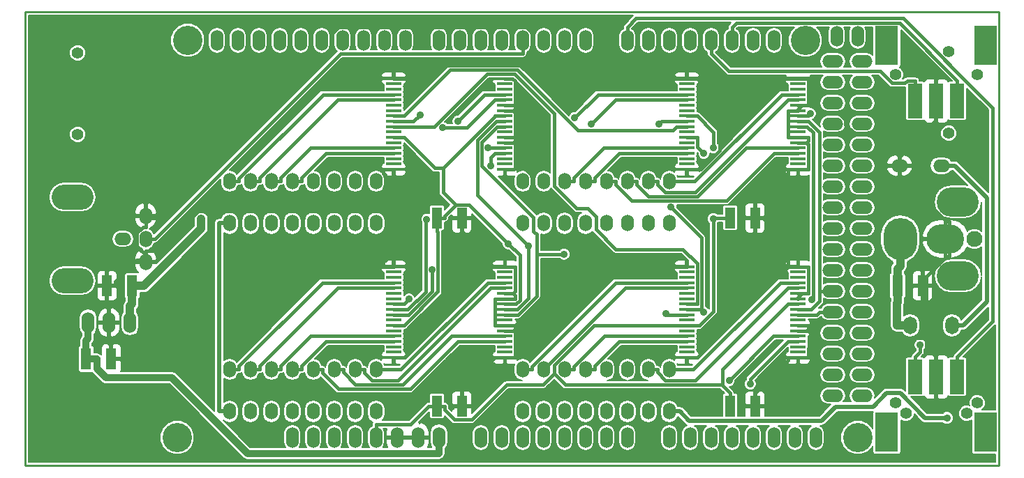
<source format=gbl>
G04 #@! TF.FileFunction,Copper,L2,Bot,Signal*
%FSLAX46Y46*%
G04 Gerber Fmt 4.6, Leading zero omitted, Abs format (unit mm)*
G04 Created by KiCad (PCBNEW 0.201602281447+6595~42~ubuntu14.04.1-product) date Thu 03 Mar 2016 10:52:18 AM EST*
%MOMM*%
G01*
G04 APERTURE LIST*
%ADD10C,0.100000*%
%ADD11C,0.228600*%
%ADD12O,1.524000X2.032000*%
%ADD13R,1.270000X2.540000*%
%ADD14O,2.032000X1.524000*%
%ADD15O,1.524000X2.540000*%
%ADD16C,1.930400*%
%ADD17O,4.572000X3.556000*%
%ADD18O,4.064000X5.080000*%
%ADD19O,5.080000X3.556000*%
%ADD20O,5.080000X3.048000*%
%ADD21C,3.556000*%
%ADD22O,2.540000X1.524000*%
%ADD23O,1.651000X2.159000*%
%ADD24C,1.397000*%
%ADD25R,1.778000X4.191000*%
%ADD26R,2.794000X4.826000*%
%ADD27R,1.830000X0.450000*%
%ADD28C,0.889000*%
%ADD29C,1.016000*%
%ADD30C,0.406400*%
%ADD31C,0.812800*%
%ADD32C,0.508000*%
%ADD33C,0.203200*%
G04 APERTURE END LIST*
D10*
D11*
X211455000Y-75311000D02*
X93345000Y-75311000D01*
X211455000Y-130429000D02*
X211455000Y-75311000D01*
X93345000Y-130429000D02*
X211455000Y-130429000D01*
X93345000Y-75311000D02*
X93345000Y-130429000D01*
D12*
X118110000Y-123825000D03*
X118110000Y-118745000D03*
X120650000Y-123825000D03*
X120650000Y-118745000D03*
X123190000Y-123825000D03*
X123190000Y-118745000D03*
X125730000Y-123825000D03*
X125730000Y-118745000D03*
X128270000Y-123825000D03*
X128270000Y-118745000D03*
X130810000Y-123825000D03*
X130810000Y-118745000D03*
X133350000Y-123825000D03*
X133350000Y-118745000D03*
X135890000Y-123825000D03*
X135890000Y-118745000D03*
X153670000Y-123825000D03*
X153670000Y-118745000D03*
X156210000Y-123825000D03*
X156210000Y-118745000D03*
X158750000Y-123825000D03*
X158750000Y-118745000D03*
X161290000Y-123825000D03*
X161290000Y-118745000D03*
X163830000Y-123825000D03*
X163830000Y-118745000D03*
X166370000Y-123825000D03*
X166370000Y-118745000D03*
X168910000Y-123825000D03*
X168910000Y-118745000D03*
X171450000Y-123825000D03*
X171450000Y-118745000D03*
D13*
X143256000Y-123190000D03*
X146304000Y-123190000D03*
D12*
X118110000Y-100965000D03*
X118110000Y-95885000D03*
X120650000Y-100965000D03*
X120650000Y-95885000D03*
X123190000Y-100965000D03*
X123190000Y-95885000D03*
X125730000Y-100965000D03*
X125730000Y-95885000D03*
X128270000Y-100965000D03*
X128270000Y-95885000D03*
X130810000Y-100965000D03*
X130810000Y-95885000D03*
X133350000Y-100965000D03*
X133350000Y-95885000D03*
X135890000Y-100965000D03*
X135890000Y-95885000D03*
X153670000Y-100965000D03*
X153670000Y-95885000D03*
X156210000Y-100965000D03*
X156210000Y-95885000D03*
X158750000Y-100965000D03*
X158750000Y-95885000D03*
X161290000Y-100965000D03*
X161290000Y-95885000D03*
X163830000Y-100965000D03*
X163830000Y-95885000D03*
X166370000Y-100965000D03*
X166370000Y-95885000D03*
X168910000Y-100965000D03*
X168910000Y-95885000D03*
X171450000Y-100965000D03*
X171450000Y-95885000D03*
D14*
X204470000Y-93980000D03*
X199390000Y-93980000D03*
D15*
X103505000Y-113030000D03*
X100965000Y-113030000D03*
X106045000Y-113030000D03*
D16*
X208457800Y-102870000D03*
D17*
X204952600Y-102870000D03*
D18*
X199466200Y-102870000D03*
D19*
X206451200Y-98374200D03*
X206451200Y-107365800D03*
D13*
X199136000Y-108585000D03*
X202184000Y-108585000D03*
X106299000Y-108585000D03*
X103251000Y-108585000D03*
X178816000Y-123190000D03*
X181864000Y-123190000D03*
D20*
X99060000Y-107950000D03*
X99060000Y-97790000D03*
D14*
X105156000Y-102870000D03*
D12*
X107950000Y-102870000D03*
X107950000Y-100076000D03*
X107950000Y-105664000D03*
D21*
X111760000Y-127000000D03*
X113030000Y-78740000D03*
X194310000Y-127000000D03*
X187960000Y-78740000D03*
D15*
X125730000Y-127000000D03*
X128270000Y-127000000D03*
X130810000Y-127000000D03*
X133350000Y-127000000D03*
X135890000Y-127000000D03*
X138430000Y-127000000D03*
X140970000Y-127000000D03*
X143510000Y-127000000D03*
X148590000Y-127000000D03*
X151130000Y-127000000D03*
X153670000Y-127000000D03*
X156210000Y-127000000D03*
X158750000Y-127000000D03*
X161290000Y-127000000D03*
X163830000Y-127000000D03*
X166370000Y-127000000D03*
X171450000Y-127000000D03*
X173990000Y-127000000D03*
X176530000Y-127000000D03*
X179070000Y-127000000D03*
X181610000Y-127000000D03*
X184150000Y-127000000D03*
X186690000Y-127000000D03*
X189230000Y-127000000D03*
X116586000Y-78740000D03*
X119126000Y-78740000D03*
X121666000Y-78740000D03*
X124206000Y-78740000D03*
X126746000Y-78740000D03*
X129286000Y-78740000D03*
X131826000Y-78740000D03*
X134366000Y-78740000D03*
X136906000Y-78740000D03*
X139446000Y-78740000D03*
X143510000Y-78740000D03*
X161290000Y-78740000D03*
X158750000Y-78740000D03*
X156210000Y-78740000D03*
X153670000Y-78740000D03*
X151130000Y-78740000D03*
X148590000Y-78740000D03*
X146050000Y-78740000D03*
X166370000Y-78740000D03*
X168910000Y-78740000D03*
X171450000Y-78740000D03*
X173990000Y-78740000D03*
X176530000Y-78740000D03*
X179070000Y-78740000D03*
X181610000Y-78740000D03*
X184150000Y-78740000D03*
X191770000Y-78232000D03*
X194310000Y-78232000D03*
D22*
X191262000Y-81280000D03*
X194818000Y-81280000D03*
X191262000Y-83820000D03*
X194818000Y-83820000D03*
X191262000Y-86360000D03*
X194818000Y-86360000D03*
X191262000Y-88900000D03*
X194818000Y-88900000D03*
X191262000Y-91440000D03*
X194818000Y-91440000D03*
X191262000Y-93980000D03*
X194818000Y-93980000D03*
X191262000Y-96520000D03*
X194818000Y-96520000D03*
X191262000Y-99060000D03*
X194818000Y-99060000D03*
X191262000Y-101600000D03*
X194818000Y-101600000D03*
X191262000Y-104140000D03*
X194818000Y-104140000D03*
X191262000Y-106680000D03*
X194818000Y-106680000D03*
X191262000Y-109220000D03*
X194818000Y-109220000D03*
X191262000Y-111760000D03*
X194818000Y-111760000D03*
X191262000Y-114300000D03*
X194818000Y-114300000D03*
X191262000Y-116840000D03*
X194818000Y-116840000D03*
X191262000Y-119380000D03*
X194818000Y-119380000D03*
X191262000Y-121920000D03*
X194818000Y-121920000D03*
D23*
X200660000Y-113385600D03*
X205740000Y-113385600D03*
D24*
X99695000Y-90170000D03*
X99695000Y-80264000D03*
D25*
X206375000Y-86106000D03*
X203835000Y-86106000D03*
X201295000Y-86106000D03*
D24*
X208788000Y-82931000D03*
X198882000Y-82931000D03*
D26*
X209829400Y-79375000D03*
X197840600Y-79375000D03*
D24*
X205359000Y-80137000D03*
X205359000Y-90043000D03*
D25*
X201295000Y-119634000D03*
X203835000Y-119634000D03*
X206375000Y-119634000D03*
D24*
X198882000Y-122809000D03*
X208788000Y-122809000D03*
D26*
X197840600Y-126365000D03*
X209829400Y-126365000D03*
D24*
X207518000Y-124079000D03*
X200152000Y-124079000D03*
D13*
X100711000Y-117475000D03*
X103759000Y-117475000D03*
X178816000Y-100330000D03*
X181864000Y-100330000D03*
X143256000Y-100330000D03*
X146304000Y-100330000D03*
D27*
X151520000Y-106235000D03*
X151520000Y-106885000D03*
X151520000Y-107535000D03*
X151520000Y-108185000D03*
X151520000Y-108835000D03*
X151520000Y-109485000D03*
X151520000Y-110135000D03*
X151520000Y-110785000D03*
X151520000Y-111435000D03*
X151520000Y-112085000D03*
X151520000Y-112735000D03*
X151520000Y-113385000D03*
X151520000Y-114035000D03*
X151520000Y-114685000D03*
X151520000Y-115335000D03*
X151520000Y-115985000D03*
X151520000Y-116635000D03*
X151520000Y-117285000D03*
X138040000Y-117285000D03*
X138040000Y-116635000D03*
X138040000Y-115985000D03*
X138040000Y-115335000D03*
X138040000Y-114685000D03*
X138040000Y-114035000D03*
X138040000Y-113385000D03*
X138040000Y-112735000D03*
X138040000Y-112085000D03*
X138040000Y-111435000D03*
X138040000Y-110785000D03*
X138040000Y-110135000D03*
X138040000Y-109485000D03*
X138040000Y-108835000D03*
X138040000Y-108185000D03*
X138040000Y-107535000D03*
X138040000Y-106885000D03*
X138040000Y-106235000D03*
X187080000Y-106235000D03*
X187080000Y-106885000D03*
X187080000Y-107535000D03*
X187080000Y-108185000D03*
X187080000Y-108835000D03*
X187080000Y-109485000D03*
X187080000Y-110135000D03*
X187080000Y-110785000D03*
X187080000Y-111435000D03*
X187080000Y-112085000D03*
X187080000Y-112735000D03*
X187080000Y-113385000D03*
X187080000Y-114035000D03*
X187080000Y-114685000D03*
X187080000Y-115335000D03*
X187080000Y-115985000D03*
X187080000Y-116635000D03*
X187080000Y-117285000D03*
X173600000Y-117285000D03*
X173600000Y-116635000D03*
X173600000Y-115985000D03*
X173600000Y-115335000D03*
X173600000Y-114685000D03*
X173600000Y-114035000D03*
X173600000Y-113385000D03*
X173600000Y-112735000D03*
X173600000Y-112085000D03*
X173600000Y-111435000D03*
X173600000Y-110785000D03*
X173600000Y-110135000D03*
X173600000Y-109485000D03*
X173600000Y-108835000D03*
X173600000Y-108185000D03*
X173600000Y-107535000D03*
X173600000Y-106885000D03*
X173600000Y-106235000D03*
X151520000Y-83375000D03*
X151520000Y-84025000D03*
X151520000Y-84675000D03*
X151520000Y-85325000D03*
X151520000Y-85975000D03*
X151520000Y-86625000D03*
X151520000Y-87275000D03*
X151520000Y-87925000D03*
X151520000Y-88575000D03*
X151520000Y-89225000D03*
X151520000Y-89875000D03*
X151520000Y-90525000D03*
X151520000Y-91175000D03*
X151520000Y-91825000D03*
X151520000Y-92475000D03*
X151520000Y-93125000D03*
X151520000Y-93775000D03*
X151520000Y-94425000D03*
X138040000Y-94425000D03*
X138040000Y-93775000D03*
X138040000Y-93125000D03*
X138040000Y-92475000D03*
X138040000Y-91825000D03*
X138040000Y-91175000D03*
X138040000Y-90525000D03*
X138040000Y-89875000D03*
X138040000Y-89225000D03*
X138040000Y-88575000D03*
X138040000Y-87925000D03*
X138040000Y-87275000D03*
X138040000Y-86625000D03*
X138040000Y-85975000D03*
X138040000Y-85325000D03*
X138040000Y-84675000D03*
X138040000Y-84025000D03*
X138040000Y-83375000D03*
X187080000Y-83375000D03*
X187080000Y-84025000D03*
X187080000Y-84675000D03*
X187080000Y-85325000D03*
X187080000Y-85975000D03*
X187080000Y-86625000D03*
X187080000Y-87275000D03*
X187080000Y-87925000D03*
X187080000Y-88575000D03*
X187080000Y-89225000D03*
X187080000Y-89875000D03*
X187080000Y-90525000D03*
X187080000Y-91175000D03*
X187080000Y-91825000D03*
X187080000Y-92475000D03*
X187080000Y-93125000D03*
X187080000Y-93775000D03*
X187080000Y-94425000D03*
X173600000Y-94425000D03*
X173600000Y-93775000D03*
X173600000Y-93125000D03*
X173600000Y-92475000D03*
X173600000Y-91825000D03*
X173600000Y-91175000D03*
X173600000Y-90525000D03*
X173600000Y-89875000D03*
X173600000Y-89225000D03*
X173600000Y-88575000D03*
X173600000Y-87925000D03*
X173600000Y-87275000D03*
X173600000Y-86625000D03*
X173600000Y-85975000D03*
X173600000Y-85325000D03*
X173600000Y-84675000D03*
X173600000Y-84025000D03*
X173600000Y-83375000D03*
D28*
X114664100Y-100448200D03*
X145052100Y-123333700D03*
X151924800Y-103476000D03*
X175655100Y-92483800D03*
X188549800Y-87660700D03*
X176798300Y-100410600D03*
X188701000Y-110278700D03*
X158713200Y-104743900D03*
X142644800Y-106626100D03*
X176819300Y-91822700D03*
X175645300Y-111778200D03*
X171676000Y-99033900D03*
X142033500Y-100478400D03*
X170180000Y-88916800D03*
X141206200Y-87776500D03*
X205136800Y-124636600D03*
X162017100Y-88903900D03*
X159970100Y-88145900D03*
X145816300Y-88546200D03*
X143951800Y-89324600D03*
X149452300Y-91819400D03*
X149770700Y-93963200D03*
X178710900Y-120089900D03*
X181261400Y-120525800D03*
X201879900Y-115728500D03*
X154354000Y-103758300D03*
X171057600Y-111945200D03*
X139876700Y-110197400D03*
D29*
X199136000Y-106502500D02*
X199136000Y-108585000D01*
X199466200Y-106172300D02*
X199136000Y-106502500D01*
X199466200Y-102870000D02*
X199466200Y-106172300D01*
X106045000Y-113030000D02*
X106045000Y-110997700D01*
X106299000Y-110743700D02*
X106299000Y-108585000D01*
X106045000Y-110997700D02*
X106299000Y-110743700D01*
X114664100Y-101617200D02*
X114664100Y-100448200D01*
X107696300Y-108585000D02*
X114664100Y-101617200D01*
X106299000Y-108585000D02*
X107696300Y-108585000D01*
X199072200Y-110681100D02*
X199136000Y-110617300D01*
X199072200Y-113385600D02*
X199072200Y-110681100D01*
X200660000Y-113385600D02*
X199072200Y-113385600D01*
X199136000Y-108585000D02*
X199136000Y-110617300D01*
D30*
X203746100Y-88531700D02*
X199390000Y-92887800D01*
X203835000Y-88531700D02*
X203746100Y-88531700D01*
X203835000Y-86106000D02*
X203835000Y-88531700D01*
X103759000Y-117475000D02*
X103759000Y-115874800D01*
X187080000Y-106235000D02*
X188325200Y-106235000D01*
X199390000Y-93433900D02*
X199390000Y-92887800D01*
X151520000Y-106235000D02*
X150274800Y-106235000D01*
X138040000Y-117285000D02*
X139285200Y-117285000D01*
X146713900Y-106235000D02*
X150274800Y-106235000D01*
X146713900Y-109856300D02*
X146713900Y-106235000D01*
X139285200Y-117285000D02*
X146713900Y-109856300D01*
X146713900Y-102340100D02*
X146304000Y-101930200D01*
X146713900Y-106235000D02*
X146713900Y-102340100D01*
X188325200Y-106235000D02*
X188325200Y-109485000D01*
X150274800Y-113385000D02*
X150274800Y-110135000D01*
X151520000Y-113385000D02*
X150274800Y-113385000D01*
X151520000Y-110135000D02*
X150274800Y-110135000D01*
X151520000Y-109485000D02*
X152142600Y-109485000D01*
X187080000Y-109485000D02*
X187574700Y-109485000D01*
X187574700Y-109485000D02*
X188325200Y-109485000D01*
X199390000Y-93433900D02*
X199390000Y-93980000D01*
X205079600Y-100761800D02*
X205460600Y-100761800D01*
X199390000Y-95072200D02*
X205079600Y-100761800D01*
X205460600Y-102870000D02*
X205460600Y-100761800D01*
X199390000Y-93980000D02*
X199390000Y-95072200D01*
X202184000Y-108585000D02*
X202666600Y-108585000D01*
X205460600Y-102870000D02*
X205460600Y-104978200D01*
X187080000Y-94425000D02*
X185834800Y-94425000D01*
X187080000Y-94425000D02*
X188325200Y-94425000D01*
X187080000Y-106235000D02*
X185834800Y-106235000D01*
X173600000Y-117285000D02*
X174845200Y-117285000D01*
X187080000Y-83375000D02*
X188325200Y-83375000D01*
X151520000Y-110135000D02*
X152765200Y-110135000D01*
X174222600Y-83375000D02*
X174845200Y-83375000D01*
X152142600Y-109485000D02*
X152531600Y-109485000D01*
X152765200Y-109718600D02*
X152765200Y-110135000D01*
X152531600Y-109485000D02*
X152765200Y-109718600D01*
X152765200Y-109251400D02*
X152765200Y-106235000D01*
X152531600Y-109485000D02*
X152765200Y-109251400D01*
X151520000Y-106235000D02*
X152765200Y-106235000D01*
X185834800Y-106295400D02*
X185834800Y-106235000D01*
X174845200Y-117285000D02*
X185834800Y-106295400D01*
X185834800Y-103335600D02*
X182829200Y-100330000D01*
X185834800Y-106235000D02*
X185834800Y-103335600D01*
X185834800Y-97324400D02*
X185834800Y-94425000D01*
X182829200Y-100330000D02*
X185834800Y-97324400D01*
X146304000Y-100330000D02*
X146304000Y-101930200D01*
X188325200Y-83375000D02*
X188325200Y-86625000D01*
X187080000Y-109979700D02*
X187080000Y-110135000D01*
X187574700Y-109485000D02*
X187080000Y-109979700D01*
X138040000Y-106235000D02*
X136794800Y-106235000D01*
X138040000Y-94425000D02*
X136794800Y-94425000D01*
X136980800Y-95112000D02*
X136980800Y-99468000D01*
X136794800Y-94926000D02*
X136980800Y-95112000D01*
X136794800Y-94425000D02*
X136794800Y-94926000D01*
X137166800Y-99654000D02*
X136980800Y-99468000D01*
X137166800Y-105307800D02*
X137166800Y-99654000D01*
X136794800Y-105679800D02*
X137166800Y-105307800D01*
X136794800Y-106235000D02*
X136794800Y-105679800D01*
X185834800Y-117619000D02*
X181864000Y-121589800D01*
X185834800Y-117285000D02*
X185834800Y-117619000D01*
X202666600Y-107417900D02*
X202666600Y-108585000D01*
X205106300Y-104978200D02*
X202666600Y-107417900D01*
X205460600Y-104978200D02*
X205106300Y-104978200D01*
X203835000Y-119634000D02*
X203835000Y-117208300D01*
X151520000Y-117285000D02*
X152765200Y-117285000D01*
X152765200Y-117285000D02*
X152765200Y-114035000D01*
X151520000Y-94425000D02*
X152625600Y-94425000D01*
X181864000Y-100330000D02*
X182829200Y-100330000D01*
X181864000Y-123137700D02*
X181864000Y-121589800D01*
X181864000Y-123137700D02*
X181864000Y-123190000D01*
X109429200Y-104317800D02*
X107950000Y-104317800D01*
X114279000Y-99468000D02*
X109429200Y-104317800D01*
X136980800Y-99468000D02*
X114279000Y-99468000D01*
X186457400Y-117285000D02*
X185834800Y-117285000D01*
X186457400Y-117285000D02*
X187080000Y-117285000D01*
X187080000Y-117285000D02*
X188325200Y-117285000D01*
X189198500Y-86625000D02*
X188325200Y-86625000D01*
X190203500Y-87630000D02*
X189198500Y-86625000D01*
X192056200Y-87630000D02*
X190203500Y-87630000D01*
X192837200Y-88411000D02*
X192056200Y-87630000D01*
X192837200Y-88972800D02*
X192837200Y-88411000D01*
X194034400Y-90170000D02*
X192837200Y-88972800D01*
X196672200Y-90170000D02*
X194034400Y-90170000D01*
X199390000Y-92887800D02*
X196672200Y-90170000D01*
X104216200Y-108051600D02*
X106857800Y-105410000D01*
X104216200Y-108585000D02*
X104216200Y-108051600D01*
X103251000Y-108585000D02*
X104216200Y-108585000D01*
X107950000Y-105410000D02*
X106857800Y-105410000D01*
X107950000Y-105410000D02*
X107950000Y-104863900D01*
X107950000Y-104863900D02*
X107950000Y-104317800D01*
X107612500Y-101422200D02*
X107950000Y-101422200D01*
X106878900Y-102155800D02*
X107612500Y-101422200D01*
X106878900Y-103792800D02*
X106878900Y-102155800D01*
X107950000Y-104863900D02*
X106878900Y-103792800D01*
X107950000Y-100330000D02*
X107950000Y-101422200D01*
X151520000Y-87275000D02*
X152142600Y-87275000D01*
X151520000Y-86625000D02*
X152765200Y-86625000D01*
X151520000Y-114035000D02*
X152142600Y-114035000D01*
X151520000Y-113385000D02*
X152765200Y-113385000D01*
X152531600Y-114035000D02*
X152765200Y-114035000D01*
X152142600Y-114035000D02*
X152531600Y-114035000D01*
X151520000Y-91175000D02*
X152003000Y-91175000D01*
X152531600Y-91175000D02*
X152765200Y-91175000D01*
X152003000Y-91175000D02*
X152531600Y-91175000D01*
X152765200Y-90941400D02*
X152765200Y-90525000D01*
X152531600Y-91175000D02*
X152765200Y-90941400D01*
X151520000Y-90525000D02*
X152625600Y-90525000D01*
X152625600Y-90525000D02*
X152740200Y-90525000D01*
X152740200Y-90525000D02*
X152765200Y-90525000D01*
X152740200Y-87483600D02*
X152531600Y-87275000D01*
X152740200Y-90525000D02*
X152740200Y-87483600D01*
X152142600Y-87275000D02*
X152531600Y-87275000D01*
X152765200Y-87041400D02*
X152765200Y-86625000D01*
X152531600Y-87275000D02*
X152765200Y-87041400D01*
X173600000Y-94425000D02*
X174845200Y-94425000D01*
X202666600Y-108585000D02*
X202666600Y-114922700D01*
X202666600Y-116039900D02*
X203835000Y-117208300D01*
X202666600Y-114922700D02*
X202666600Y-116039900D01*
X188325200Y-116216200D02*
X189133200Y-115408200D01*
X188325200Y-117285000D02*
X188325200Y-116216200D01*
X199019400Y-114922700D02*
X202666600Y-114922700D01*
X198533900Y-115408200D02*
X199019400Y-114922700D01*
X189133200Y-115408200D02*
X198533900Y-115408200D01*
X189133200Y-114843000D02*
X188325200Y-114035000D01*
X189133200Y-115408200D02*
X189133200Y-114843000D01*
X187080000Y-114035000D02*
X187702600Y-114035000D01*
X187080000Y-113385000D02*
X188325200Y-113385000D01*
X188091600Y-114035000D02*
X188325200Y-114035000D01*
X187702600Y-114035000D02*
X188091600Y-114035000D01*
X188325200Y-113801400D02*
X188325200Y-113385000D01*
X188091600Y-114035000D02*
X188325200Y-113801400D01*
X103505000Y-115620800D02*
X103505000Y-113030000D01*
X103759000Y-115874800D02*
X103505000Y-115620800D01*
X103251000Y-111175800D02*
X103251000Y-108585000D01*
X103505000Y-111429800D02*
X103251000Y-111175800D01*
X103505000Y-113030000D02*
X103505000Y-111429800D01*
X151520000Y-117285000D02*
X150274800Y-117285000D01*
X145195800Y-123190000D02*
X146304000Y-123190000D01*
X145052100Y-123333700D02*
X145195800Y-123190000D01*
X146304000Y-121255800D02*
X150274800Y-117285000D01*
X146304000Y-123190000D02*
X146304000Y-121255800D01*
X187080000Y-86625000D02*
X187571500Y-86625000D01*
X187571500Y-86625000D02*
X188325200Y-86625000D01*
X152765200Y-113801400D02*
X152765200Y-113385000D01*
X152531600Y-114035000D02*
X152765200Y-113801400D01*
X152765200Y-91175000D02*
X152765200Y-94285400D01*
X152765200Y-94285400D02*
X152625600Y-94425000D01*
X153874900Y-94285400D02*
X152765200Y-94285400D01*
X154940000Y-95350500D02*
X153874900Y-94285400D01*
X154940000Y-96494800D02*
X154940000Y-95350500D01*
X157480000Y-99034800D02*
X154940000Y-96494800D01*
X157480000Y-101761000D02*
X157480000Y-99034800D01*
X159915200Y-104196200D02*
X157480000Y-101761000D01*
X159915200Y-106235000D02*
X159915200Y-104196200D01*
X173600000Y-106235000D02*
X159915200Y-106235000D01*
X159915200Y-106235000D02*
X152765200Y-113385000D01*
X152453900Y-83375000D02*
X151520000Y-83375000D01*
X152765200Y-83686300D02*
X152453900Y-83375000D01*
X152765200Y-86625000D02*
X152765200Y-83686300D01*
X174222600Y-83375000D02*
X173600000Y-83375000D01*
X173600000Y-83375000D02*
X172354800Y-83375000D01*
X138040000Y-83375000D02*
X139285200Y-83375000D01*
X109742800Y-100330000D02*
X107950000Y-100330000D01*
X130556000Y-79516800D02*
X109742800Y-100330000D01*
X130556000Y-77944400D02*
X130556000Y-79516800D01*
X131360700Y-77139700D02*
X130556000Y-77944400D01*
X154094600Y-77139700D02*
X131360700Y-77139700D01*
X154749700Y-77794800D02*
X154094600Y-77139700D01*
X154749700Y-81771700D02*
X154749700Y-77794800D01*
X170751500Y-81771700D02*
X154749700Y-81771700D01*
X172354800Y-83375000D02*
X170751500Y-81771700D01*
X140888500Y-81771700D02*
X139285200Y-83375000D01*
X154749700Y-81771700D02*
X140888500Y-81771700D01*
X187080000Y-90525000D02*
X185834800Y-90525000D01*
X187080000Y-87116500D02*
X187080000Y-87275000D01*
X187571500Y-86625000D02*
X187080000Y-87116500D01*
X185834800Y-87275000D02*
X185834800Y-90525000D01*
X187080000Y-87275000D02*
X185834800Y-87275000D01*
X187080000Y-91175000D02*
X187391300Y-91175000D01*
X187080000Y-90525000D02*
X188325200Y-90525000D01*
X187391300Y-91175000D02*
X188091600Y-91175000D01*
X188325200Y-91408600D02*
X188325200Y-94425000D01*
X188091600Y-91175000D02*
X188325200Y-91408600D01*
X188325200Y-90941400D02*
X188325200Y-90525000D01*
X188091600Y-91175000D02*
X188325200Y-90941400D01*
X180292600Y-83375000D02*
X187080000Y-83375000D01*
X177568900Y-86098700D02*
X180292600Y-83375000D01*
X177568900Y-92133300D02*
X177568900Y-86098700D01*
X175277200Y-94425000D02*
X177568900Y-92133300D01*
X174845200Y-94425000D02*
X175277200Y-94425000D01*
X177568900Y-86098700D02*
X174845200Y-83375000D01*
D31*
X100711000Y-115214700D02*
X100711000Y-117475000D01*
X100965000Y-114960700D02*
X100711000Y-115214700D01*
X100965000Y-113030000D02*
X100965000Y-114960700D01*
X102006700Y-118608700D02*
X102006700Y-117475000D01*
X103158000Y-119760000D02*
X102006700Y-118608700D01*
X111123700Y-119760000D02*
X103158000Y-119760000D01*
X120294400Y-128930700D02*
X111123700Y-119760000D01*
X143510000Y-128930700D02*
X120294400Y-128930700D01*
X143510000Y-127000000D02*
X143510000Y-128930700D01*
X100711000Y-117475000D02*
X102006700Y-117475000D01*
D30*
X138040000Y-113385000D02*
X139285200Y-113385000D01*
X140081000Y-125399800D02*
X135890000Y-125399800D01*
X142290800Y-123190000D02*
X140081000Y-125399800D01*
X135890000Y-127000000D02*
X135890000Y-125399800D01*
X143256000Y-123190000D02*
X142290800Y-123190000D01*
X143394400Y-102068600D02*
X143256000Y-101930200D01*
X143394400Y-109275800D02*
X143394400Y-102068600D01*
X139285200Y-113385000D02*
X143394400Y-109275800D01*
X143256000Y-100330000D02*
X143256000Y-101930200D01*
X187080000Y-110785000D02*
X185834800Y-110785000D01*
X178816000Y-123190000D02*
X178816000Y-121589800D01*
X174845200Y-91673900D02*
X175655100Y-92483800D01*
X174845200Y-90525000D02*
X174845200Y-91673900D01*
X173600000Y-90525000D02*
X174845200Y-90525000D01*
X143256000Y-123190000D02*
X144221200Y-123190000D01*
X177918800Y-118701000D02*
X177918800Y-120586300D01*
X185834800Y-110785000D02*
X177918800Y-118701000D01*
X177918800Y-120692600D02*
X178816000Y-121589800D01*
X177918800Y-120586300D02*
X177918800Y-120692600D01*
X158825600Y-120586300D02*
X157480000Y-119240700D01*
X177918800Y-120586300D02*
X158825600Y-120586300D01*
X144221200Y-123672600D02*
X144221200Y-123190000D01*
X145363200Y-124814600D02*
X144221200Y-123672600D01*
X147473400Y-124814600D02*
X145363200Y-124814600D01*
X151701700Y-120586300D02*
X147473400Y-124814600D01*
X156134400Y-120586300D02*
X151701700Y-120586300D01*
X157480000Y-119240700D02*
X156134400Y-120586300D01*
X188325200Y-87885300D02*
X188549800Y-87660700D01*
X188325200Y-87925000D02*
X188325200Y-87885300D01*
X187080000Y-87925000D02*
X188325200Y-87925000D01*
X178816000Y-100330000D02*
X177850800Y-100330000D01*
X176878900Y-100330000D02*
X176798300Y-100410600D01*
X177850800Y-100330000D02*
X176878900Y-100330000D01*
X162289000Y-113385000D02*
X173600000Y-113385000D01*
X157480000Y-118194000D02*
X162289000Y-113385000D01*
X157480000Y-119240700D02*
X157480000Y-118194000D01*
X176798300Y-111688200D02*
X176798300Y-100410600D01*
X175101500Y-113385000D02*
X176798300Y-111688200D01*
X173600000Y-113385000D02*
X175101500Y-113385000D01*
X153325400Y-104876600D02*
X151924800Y-103476000D01*
X153325400Y-110307200D02*
X153325400Y-104876600D01*
X152847600Y-110785000D02*
X153325400Y-110307200D01*
X151520000Y-110785000D02*
X152847600Y-110785000D01*
X143256000Y-100330000D02*
X144221200Y-100330000D01*
X147197300Y-98748500D02*
X145531200Y-98748500D01*
X151924800Y-103476000D02*
X147197300Y-98748500D01*
X144221200Y-100058500D02*
X144221200Y-100330000D01*
X145531200Y-98748500D02*
X144221200Y-100058500D01*
X138040000Y-90525000D02*
X139285200Y-90525000D01*
X143996800Y-97214100D02*
X145531200Y-98748500D01*
X143996800Y-94272800D02*
X143996800Y-97214100D01*
X150274800Y-87994800D02*
X143996800Y-94272800D01*
X150274800Y-87925000D02*
X150274800Y-87994800D01*
X143033000Y-94272800D02*
X139285200Y-90525000D01*
X143996800Y-94272800D02*
X143033000Y-94272800D01*
X151520000Y-87925000D02*
X150274800Y-87925000D01*
X167427300Y-76082500D02*
X166370000Y-77139800D01*
X199801400Y-76082500D02*
X167427300Y-76082500D01*
X210663700Y-86944800D02*
X199801400Y-76082500D01*
X210663700Y-112919600D02*
X210663700Y-86944800D01*
X206375000Y-117208300D02*
X210663700Y-112919600D01*
X206375000Y-119634000D02*
X206375000Y-117208300D01*
X166370000Y-78740000D02*
X166370000Y-77139800D01*
X151520000Y-112085000D02*
X152765200Y-112085000D01*
X188880000Y-110099700D02*
X188701000Y-110278700D01*
X188880000Y-89973000D02*
X188880000Y-110099700D01*
X188132000Y-89225000D02*
X188880000Y-89973000D01*
X187080000Y-89225000D02*
X188132000Y-89225000D01*
X189336800Y-112085000D02*
X187080000Y-112085000D01*
X189661800Y-111760000D02*
X189336800Y-112085000D01*
X191770000Y-111760000D02*
X189661800Y-111760000D01*
X158713200Y-104743900D02*
X155343100Y-104743900D01*
X155343100Y-109848600D02*
X155343100Y-104743900D01*
X153106700Y-112085000D02*
X155343100Y-109848600D01*
X152765200Y-112085000D02*
X153106700Y-112085000D01*
X150590000Y-89225000D02*
X151520000Y-89225000D01*
X148701800Y-91113200D02*
X150590000Y-89225000D01*
X148701800Y-93967900D02*
X148701800Y-91113200D01*
X154990400Y-100256500D02*
X148701800Y-93967900D01*
X154990400Y-101961200D02*
X154990400Y-100256500D01*
X155343100Y-102313900D02*
X154990400Y-101961200D01*
X155343100Y-104743900D02*
X155343100Y-102313900D01*
X142644800Y-109264700D02*
X142644800Y-106626100D01*
X139824500Y-112085000D02*
X142644800Y-109264700D01*
X138040000Y-112085000D02*
X139824500Y-112085000D01*
X176819300Y-89899100D02*
X176819300Y-91822700D01*
X174845200Y-87925000D02*
X176819300Y-89899100D01*
X173600000Y-87925000D02*
X174845200Y-87925000D01*
X173600000Y-111435000D02*
X174845200Y-111435000D01*
X175353500Y-102711400D02*
X171676000Y-99033900D01*
X175353500Y-111383600D02*
X175353500Y-102711400D01*
X175302100Y-111435000D02*
X175353500Y-111383600D01*
X174845200Y-111435000D02*
X175302100Y-111435000D01*
X175302100Y-111435000D02*
X175645300Y-111778200D01*
X141895200Y-100616700D02*
X142033500Y-100478400D01*
X141895200Y-109295300D02*
X141895200Y-100616700D01*
X139755500Y-111435000D02*
X141895200Y-109295300D01*
X138040000Y-111435000D02*
X139755500Y-111435000D01*
X170521800Y-88575000D02*
X170180000Y-88916800D01*
X173600000Y-88575000D02*
X170521800Y-88575000D01*
X138040000Y-88575000D02*
X139285200Y-88575000D01*
X140407700Y-88575000D02*
X141206200Y-87776500D01*
X139285200Y-88575000D02*
X140407700Y-88575000D01*
D32*
X206077200Y-93980000D02*
X204470000Y-93980000D01*
X209949500Y-97852300D02*
X206077200Y-93980000D01*
X209949500Y-110509900D02*
X209949500Y-97852300D01*
X207073800Y-113385600D02*
X209949500Y-110509900D01*
X205740000Y-113385600D02*
X207073800Y-113385600D01*
X116839700Y-123825000D02*
X116839700Y-100965000D01*
X118110000Y-123825000D02*
X116839700Y-123825000D01*
X118110000Y-100965000D02*
X116839700Y-100965000D01*
X202487600Y-124636600D02*
X205136800Y-124636600D01*
X199449600Y-121598600D02*
X202487600Y-124636600D01*
X197816100Y-121598600D02*
X199449600Y-121598600D01*
X196161400Y-123253300D02*
X197816100Y-121598600D01*
X191617400Y-123253300D02*
X196161400Y-123253300D01*
X189902300Y-124968400D02*
X191617400Y-123253300D01*
X173863700Y-124968400D02*
X189902300Y-124968400D01*
X172720300Y-123825000D02*
X173863700Y-124968400D01*
X171450000Y-123825000D02*
X172720300Y-123825000D01*
D30*
X185096100Y-85325000D02*
X187080000Y-85325000D01*
X174536100Y-95885000D02*
X185096100Y-85325000D01*
X171450000Y-95885000D02*
X174536100Y-95885000D01*
X168910000Y-95885000D02*
X170002200Y-95885000D01*
X174588500Y-97221300D02*
X185834800Y-85975000D01*
X170928900Y-97221300D02*
X174588500Y-97221300D01*
X170002200Y-96294600D02*
X170928900Y-97221300D01*
X170002200Y-95885000D02*
X170002200Y-96294600D01*
X187080000Y-85975000D02*
X185834800Y-85975000D01*
X166370000Y-95885000D02*
X167462200Y-95885000D01*
X167462200Y-96294600D02*
X167462200Y-95885000D01*
X168897300Y-97729700D02*
X167462200Y-96294600D01*
X174886800Y-97729700D02*
X168897300Y-97729700D01*
X180791500Y-91825000D02*
X174886800Y-97729700D01*
X187080000Y-91825000D02*
X180791500Y-91825000D01*
X184153300Y-92475000D02*
X187080000Y-92475000D01*
X178390200Y-98238100D02*
X184153300Y-92475000D01*
X166865700Y-98238100D02*
X178390200Y-98238100D01*
X164922200Y-96294600D02*
X166865700Y-98238100D01*
X164922200Y-95885000D02*
X164922200Y-96294600D01*
X163830000Y-95885000D02*
X164922200Y-95885000D01*
X165382600Y-92475000D02*
X173600000Y-92475000D01*
X162382200Y-95475400D02*
X165382600Y-92475000D01*
X162382200Y-95885000D02*
X162382200Y-95475400D01*
X161290000Y-95885000D02*
X162382200Y-95885000D01*
X158750000Y-95885000D02*
X159842200Y-95885000D01*
X163492600Y-91825000D02*
X173600000Y-91825000D01*
X159842200Y-95475400D02*
X163492600Y-91825000D01*
X159842200Y-95885000D02*
X159842200Y-95475400D01*
X164946000Y-85975000D02*
X162017100Y-88903900D01*
X173600000Y-85975000D02*
X164946000Y-85975000D01*
X162791000Y-85325000D02*
X159970100Y-88145900D01*
X173600000Y-85325000D02*
X162791000Y-85325000D01*
X151520000Y-85325000D02*
X150274800Y-85325000D01*
X149037500Y-85325000D02*
X145816300Y-88546200D01*
X150274800Y-85325000D02*
X149037500Y-85325000D01*
X151520000Y-85975000D02*
X150274800Y-85975000D01*
X146925200Y-89324600D02*
X143951800Y-89324600D01*
X150274800Y-85975000D02*
X146925200Y-89324600D01*
X150269200Y-91819400D02*
X150274800Y-91825000D01*
X149452300Y-91819400D02*
X150269200Y-91819400D01*
X151520000Y-91825000D02*
X150274800Y-91825000D01*
X149770700Y-92979100D02*
X150274800Y-92475000D01*
X149770700Y-93963200D02*
X149770700Y-92979100D01*
X151520000Y-92475000D02*
X150274800Y-92475000D01*
X129822600Y-92475000D02*
X138040000Y-92475000D01*
X126822200Y-95475400D02*
X129822600Y-92475000D01*
X126822200Y-95885000D02*
X126822200Y-95475400D01*
X125730000Y-95885000D02*
X126822200Y-95885000D01*
X127932600Y-91825000D02*
X138040000Y-91825000D01*
X124282200Y-95475400D02*
X127932600Y-91825000D01*
X124282200Y-95885000D02*
X124282200Y-95475400D01*
X123190000Y-95885000D02*
X124282200Y-95885000D01*
X120650000Y-95885000D02*
X121742200Y-95885000D01*
X131242600Y-85975000D02*
X138040000Y-85975000D01*
X121742200Y-95475400D02*
X131242600Y-85975000D01*
X121742200Y-95885000D02*
X121742200Y-95475400D01*
X118110000Y-95885000D02*
X119202200Y-95885000D01*
X138040000Y-85325000D02*
X136794800Y-85325000D01*
X129439700Y-85325000D02*
X136794800Y-85325000D01*
X119202200Y-95562500D02*
X129439700Y-85325000D01*
X119202200Y-95885000D02*
X119202200Y-95562500D01*
X131572000Y-80340200D02*
X109042200Y-102870000D01*
X153670000Y-80340200D02*
X131572000Y-80340200D01*
X153670000Y-78740000D02*
X153670000Y-80340200D01*
X107950000Y-102870000D02*
X109042200Y-102870000D01*
X184938900Y-108185000D02*
X187080000Y-108185000D01*
X174378900Y-118745000D02*
X184938900Y-108185000D01*
X171450000Y-118745000D02*
X174378900Y-118745000D01*
X168910000Y-118745000D02*
X170002200Y-118745000D01*
X187080000Y-108835000D02*
X185834800Y-108835000D01*
X170002200Y-119098300D02*
X170002200Y-118745000D01*
X170981800Y-120077900D02*
X170002200Y-119098300D01*
X174591900Y-120077900D02*
X170981800Y-120077900D01*
X185834800Y-108835000D02*
X174591900Y-120077900D01*
X184115800Y-114685000D02*
X178710900Y-120089900D01*
X187080000Y-114685000D02*
X184115800Y-114685000D01*
X181261400Y-119908400D02*
X185834800Y-115335000D01*
X181261400Y-120525800D02*
X181261400Y-119908400D01*
X187080000Y-115335000D02*
X185834800Y-115335000D01*
X161290000Y-118745000D02*
X162382200Y-118745000D01*
X165382600Y-115335000D02*
X173600000Y-115335000D01*
X162382200Y-118335400D02*
X165382600Y-115335000D01*
X162382200Y-118745000D02*
X162382200Y-118335400D01*
X158750000Y-118745000D02*
X159842200Y-118745000D01*
X173600000Y-114685000D02*
X172354800Y-114685000D01*
X163580100Y-114685000D02*
X172354800Y-114685000D01*
X159842200Y-118422900D02*
X163580100Y-114685000D01*
X159842200Y-118745000D02*
X159842200Y-118422900D01*
X166120000Y-108835000D02*
X173600000Y-108835000D01*
X156210000Y-118745000D02*
X166120000Y-108835000D01*
X154762200Y-118391700D02*
X154762200Y-118745000D01*
X164968900Y-108185000D02*
X154762200Y-118391700D01*
X173600000Y-108185000D02*
X164968900Y-108185000D01*
X153670000Y-118745000D02*
X154762200Y-118745000D01*
X135890000Y-118745000D02*
X136982200Y-118745000D01*
X138902700Y-118745000D02*
X136982200Y-118745000D01*
X149462700Y-108185000D02*
X138902700Y-118745000D01*
X151520000Y-108185000D02*
X149462700Y-108185000D01*
X149795900Y-108835000D02*
X151520000Y-108835000D01*
X138553100Y-120077800D02*
X149795900Y-108835000D01*
X135365400Y-120077800D02*
X138553100Y-120077800D01*
X134442200Y-119154600D02*
X135365400Y-120077800D01*
X134442200Y-118745000D02*
X134442200Y-119154600D01*
X133350000Y-118745000D02*
X134442200Y-118745000D01*
X130810000Y-118745000D02*
X131902200Y-118745000D01*
X131902200Y-119098300D02*
X131902200Y-118745000D01*
X133390100Y-120586200D02*
X131902200Y-119098300D01*
X139127300Y-120586200D02*
X133390100Y-120586200D01*
X145028500Y-114685000D02*
X139127300Y-120586200D01*
X151520000Y-114685000D02*
X145028500Y-114685000D01*
X145816300Y-115335000D02*
X151520000Y-115335000D01*
X140056700Y-121094600D02*
X145816300Y-115335000D01*
X131302200Y-121094600D02*
X140056700Y-121094600D01*
X129362200Y-119154600D02*
X131302200Y-121094600D01*
X129362200Y-118745000D02*
X129362200Y-119154600D01*
X128270000Y-118745000D02*
X129362200Y-118745000D01*
X129822600Y-115335000D02*
X138040000Y-115335000D01*
X126822200Y-118335400D02*
X129822600Y-115335000D01*
X126822200Y-118745000D02*
X126822200Y-118335400D01*
X125730000Y-118745000D02*
X126822200Y-118745000D01*
X127932600Y-114685000D02*
X138040000Y-114685000D01*
X124282200Y-118335400D02*
X127932600Y-114685000D01*
X124282200Y-118745000D02*
X124282200Y-118335400D01*
X123190000Y-118745000D02*
X124282200Y-118745000D01*
X131242600Y-108835000D02*
X138040000Y-108835000D01*
X121742200Y-118335400D02*
X131242600Y-108835000D01*
X121742200Y-118745000D02*
X121742200Y-118335400D01*
X120650000Y-118745000D02*
X121742200Y-118745000D01*
X129352600Y-108185000D02*
X138040000Y-108185000D01*
X119202200Y-118335400D02*
X129352600Y-108185000D01*
X119202200Y-118745000D02*
X119202200Y-118335400D01*
X118110000Y-118745000D02*
X119202200Y-118745000D01*
X201295000Y-119634000D02*
X201295000Y-117208300D01*
X201879900Y-116623400D02*
X201879900Y-115728500D01*
X201295000Y-117208300D02*
X201879900Y-116623400D01*
X178675000Y-82485200D02*
X176530000Y-80340200D01*
X197008500Y-82485200D02*
X178675000Y-82485200D01*
X198483700Y-83960400D02*
X197008500Y-82485200D01*
X200024400Y-83960400D02*
X198483700Y-83960400D01*
X200304500Y-83680300D02*
X200024400Y-83960400D01*
X201295000Y-83680300D02*
X200304500Y-83680300D01*
X201295000Y-86106000D02*
X201295000Y-83680300D01*
X176530000Y-78740000D02*
X176530000Y-80340200D01*
X179070000Y-78740000D02*
X179070000Y-77139800D01*
X179594000Y-76615800D02*
X179070000Y-77139800D01*
X199365000Y-76615800D02*
X179594000Y-76615800D01*
X206375000Y-83625800D02*
X199365000Y-76615800D01*
X206375000Y-86106000D02*
X206375000Y-83625800D01*
X191770000Y-109220000D02*
X189801500Y-109220000D01*
X187080000Y-88575000D02*
X188325200Y-88575000D01*
X187080000Y-111435000D02*
X188325200Y-111435000D01*
X189686800Y-109220000D02*
X189801500Y-109220000D01*
X189686800Y-110444300D02*
X189686800Y-109220000D01*
X188696100Y-111435000D02*
X189686800Y-110444300D01*
X188325200Y-111435000D02*
X188696100Y-111435000D01*
X151520000Y-111435000D02*
X152765200Y-111435000D01*
X189686800Y-89936600D02*
X189686800Y-109220000D01*
X188325200Y-88575000D02*
X189686800Y-89936600D01*
X154354000Y-110057100D02*
X154354000Y-103758300D01*
X152976100Y-111435000D02*
X154354000Y-110057100D01*
X152765200Y-111435000D02*
X152976100Y-111435000D01*
X150432800Y-88575000D02*
X151520000Y-88575000D01*
X148156600Y-90851200D02*
X150432800Y-88575000D01*
X148156600Y-97560900D02*
X148156600Y-90851200D01*
X154354000Y-103758300D02*
X148156600Y-97560900D01*
X173600000Y-89225000D02*
X172354800Y-89225000D01*
X144902100Y-82308100D02*
X139285200Y-87925000D01*
X153001600Y-82308100D02*
X144902100Y-82308100D01*
X160369400Y-89675900D02*
X153001600Y-82308100D01*
X171903900Y-89675900D02*
X160369400Y-89675900D01*
X172354800Y-89225000D02*
X171903900Y-89675900D01*
X138040000Y-87925000D02*
X139285200Y-87925000D01*
X138040000Y-89225000D02*
X139285200Y-89225000D01*
X173600000Y-110785000D02*
X174845200Y-110785000D01*
X174845200Y-105889000D02*
X174845200Y-110785000D01*
X173077300Y-104121100D02*
X174845200Y-105889000D01*
X164944000Y-104121100D02*
X173077300Y-104121100D01*
X162560000Y-101737100D02*
X164944000Y-104121100D01*
X162560000Y-100193800D02*
X162560000Y-101737100D01*
X161527500Y-99161300D02*
X162560000Y-100193800D01*
X160199800Y-99161300D02*
X161527500Y-99161300D01*
X157480000Y-96441500D02*
X160199800Y-99161300D01*
X157480000Y-87639400D02*
X157480000Y-96441500D01*
X152657000Y-82816400D02*
X157480000Y-87639400D01*
X149337100Y-82816400D02*
X152657000Y-82816400D01*
X142928500Y-89225000D02*
X149337100Y-82816400D01*
X139285200Y-89225000D02*
X142928500Y-89225000D01*
X171197400Y-112085000D02*
X171057600Y-111945200D01*
X173600000Y-112085000D02*
X171197400Y-112085000D01*
X139289100Y-110785000D02*
X138040000Y-110785000D01*
X139876700Y-110197400D02*
X139289100Y-110785000D01*
D33*
G36*
X166010790Y-76780590D02*
X165900669Y-76945397D01*
X165862000Y-77139800D01*
X165862000Y-77282206D01*
X165615658Y-77446806D01*
X165384405Y-77792901D01*
X165303200Y-78201148D01*
X165303200Y-79278852D01*
X165384405Y-79687099D01*
X165615658Y-80033194D01*
X165961753Y-80264447D01*
X166370000Y-80345652D01*
X166778247Y-80264447D01*
X167124342Y-80033194D01*
X167355595Y-79687099D01*
X167436800Y-79278852D01*
X167436800Y-78201148D01*
X167843200Y-78201148D01*
X167843200Y-79278852D01*
X167924405Y-79687099D01*
X168155658Y-80033194D01*
X168501753Y-80264447D01*
X168910000Y-80345652D01*
X169318247Y-80264447D01*
X169664342Y-80033194D01*
X169895595Y-79687099D01*
X169976800Y-79278852D01*
X169976800Y-78201148D01*
X170383200Y-78201148D01*
X170383200Y-79278852D01*
X170464405Y-79687099D01*
X170695658Y-80033194D01*
X171041753Y-80264447D01*
X171450000Y-80345652D01*
X171858247Y-80264447D01*
X172204342Y-80033194D01*
X172435595Y-79687099D01*
X172516800Y-79278852D01*
X172516800Y-78201148D01*
X172923200Y-78201148D01*
X172923200Y-79278852D01*
X173004405Y-79687099D01*
X173235658Y-80033194D01*
X173581753Y-80264447D01*
X173990000Y-80345652D01*
X174398247Y-80264447D01*
X174744342Y-80033194D01*
X174975595Y-79687099D01*
X175056800Y-79278852D01*
X175056800Y-78201148D01*
X174975595Y-77792901D01*
X174744342Y-77446806D01*
X174398247Y-77215553D01*
X173990000Y-77134348D01*
X173581753Y-77215553D01*
X173235658Y-77446806D01*
X173004405Y-77792901D01*
X172923200Y-78201148D01*
X172516800Y-78201148D01*
X172435595Y-77792901D01*
X172204342Y-77446806D01*
X171858247Y-77215553D01*
X171450000Y-77134348D01*
X171041753Y-77215553D01*
X170695658Y-77446806D01*
X170464405Y-77792901D01*
X170383200Y-78201148D01*
X169976800Y-78201148D01*
X169895595Y-77792901D01*
X169664342Y-77446806D01*
X169318247Y-77215553D01*
X168910000Y-77134348D01*
X168501753Y-77215553D01*
X168155658Y-77446806D01*
X167924405Y-77792901D01*
X167843200Y-78201148D01*
X167436800Y-78201148D01*
X167355595Y-77792901D01*
X167124342Y-77446806D01*
X166918772Y-77309448D01*
X167637720Y-76590500D01*
X178900880Y-76590500D01*
X178710790Y-76780590D01*
X178600669Y-76945397D01*
X178562000Y-77139800D01*
X178562000Y-77282206D01*
X178315658Y-77446806D01*
X178084405Y-77792901D01*
X178003200Y-78201148D01*
X178003200Y-79278852D01*
X178084405Y-79687099D01*
X178315658Y-80033194D01*
X178661753Y-80264447D01*
X179070000Y-80345652D01*
X179478247Y-80264447D01*
X179824342Y-80033194D01*
X180055595Y-79687099D01*
X180136800Y-79278852D01*
X180136800Y-78201148D01*
X180543200Y-78201148D01*
X180543200Y-79278852D01*
X180624405Y-79687099D01*
X180855658Y-80033194D01*
X181201753Y-80264447D01*
X181610000Y-80345652D01*
X182018247Y-80264447D01*
X182364342Y-80033194D01*
X182595595Y-79687099D01*
X182676800Y-79278852D01*
X182676800Y-78201148D01*
X183083200Y-78201148D01*
X183083200Y-79278852D01*
X183164405Y-79687099D01*
X183395658Y-80033194D01*
X183741753Y-80264447D01*
X184150000Y-80345652D01*
X184558247Y-80264447D01*
X184904342Y-80033194D01*
X185135595Y-79687099D01*
X185216800Y-79278852D01*
X185216800Y-78201148D01*
X185135595Y-77792901D01*
X184904342Y-77446806D01*
X184558247Y-77215553D01*
X184150000Y-77134348D01*
X183741753Y-77215553D01*
X183395658Y-77446806D01*
X183164405Y-77792901D01*
X183083200Y-78201148D01*
X182676800Y-78201148D01*
X182595595Y-77792901D01*
X182364342Y-77446806D01*
X182018247Y-77215553D01*
X181610000Y-77134348D01*
X181201753Y-77215553D01*
X180855658Y-77446806D01*
X180624405Y-77792901D01*
X180543200Y-78201148D01*
X180136800Y-78201148D01*
X180055595Y-77792901D01*
X179824342Y-77446806D01*
X179618772Y-77309448D01*
X179804420Y-77123800D01*
X186630926Y-77123800D01*
X186195318Y-77558648D01*
X185877563Y-78323888D01*
X185876840Y-79152477D01*
X186193259Y-79918270D01*
X186778648Y-80504682D01*
X187543888Y-80822437D01*
X188372477Y-80823160D01*
X189138270Y-80506741D01*
X189724682Y-79921352D01*
X190042437Y-79156112D01*
X190043160Y-78327523D01*
X189726741Y-77561730D01*
X189289575Y-77123800D01*
X190892049Y-77123800D01*
X190784405Y-77284901D01*
X190703200Y-77693148D01*
X190703200Y-78770852D01*
X190784405Y-79179099D01*
X191015658Y-79525194D01*
X191361753Y-79756447D01*
X191770000Y-79837652D01*
X192178247Y-79756447D01*
X192524342Y-79525194D01*
X192755595Y-79179099D01*
X192836800Y-78770852D01*
X192836800Y-77693148D01*
X192755595Y-77284901D01*
X192647951Y-77123800D01*
X193432049Y-77123800D01*
X193324405Y-77284901D01*
X193243200Y-77693148D01*
X193243200Y-78770852D01*
X193324405Y-79179099D01*
X193555658Y-79525194D01*
X193901753Y-79756447D01*
X194310000Y-79837652D01*
X194718247Y-79756447D01*
X195064342Y-79525194D01*
X195295595Y-79179099D01*
X195376800Y-78770852D01*
X195376800Y-77693148D01*
X195295595Y-77284901D01*
X195187951Y-77123800D01*
X196132829Y-77123800D01*
X196132829Y-80558037D01*
X196111194Y-80525658D01*
X195765099Y-80294405D01*
X195356852Y-80213200D01*
X194279148Y-80213200D01*
X193870901Y-80294405D01*
X193524806Y-80525658D01*
X193293553Y-80871753D01*
X193212348Y-81280000D01*
X193293553Y-81688247D01*
X193486625Y-81977200D01*
X192593375Y-81977200D01*
X192786447Y-81688247D01*
X192867652Y-81280000D01*
X192786447Y-80871753D01*
X192555194Y-80525658D01*
X192209099Y-80294405D01*
X191800852Y-80213200D01*
X190723148Y-80213200D01*
X190314901Y-80294405D01*
X189968806Y-80525658D01*
X189737553Y-80871753D01*
X189656348Y-81280000D01*
X189737553Y-81688247D01*
X189930625Y-81977200D01*
X178885420Y-81977200D01*
X177078772Y-80170552D01*
X177284342Y-80033194D01*
X177515595Y-79687099D01*
X177596800Y-79278852D01*
X177596800Y-78201148D01*
X177515595Y-77792901D01*
X177284342Y-77446806D01*
X176938247Y-77215553D01*
X176530000Y-77134348D01*
X176121753Y-77215553D01*
X175775658Y-77446806D01*
X175544405Y-77792901D01*
X175463200Y-78201148D01*
X175463200Y-79278852D01*
X175544405Y-79687099D01*
X175775658Y-80033194D01*
X176022000Y-80197794D01*
X176022000Y-80340200D01*
X176060669Y-80534603D01*
X176170790Y-80699410D01*
X178315790Y-82844410D01*
X178480596Y-82954531D01*
X178675000Y-82993200D01*
X185570122Y-82993200D01*
X185555400Y-83028743D01*
X185555400Y-83110100D01*
X185707800Y-83262500D01*
X186927600Y-83262500D01*
X186927600Y-83202600D01*
X187232400Y-83202600D01*
X187232400Y-83262500D01*
X188452200Y-83262500D01*
X188604600Y-83110100D01*
X188604600Y-83028743D01*
X188589878Y-82993200D01*
X190077247Y-82993200D01*
X189968806Y-83065658D01*
X189737553Y-83411753D01*
X189656348Y-83820000D01*
X189737553Y-84228247D01*
X189968806Y-84574342D01*
X190314901Y-84805595D01*
X190723148Y-84886800D01*
X191800852Y-84886800D01*
X192209099Y-84805595D01*
X192555194Y-84574342D01*
X192786447Y-84228247D01*
X192867652Y-83820000D01*
X192786447Y-83411753D01*
X192555194Y-83065658D01*
X192446753Y-82993200D01*
X193633247Y-82993200D01*
X193524806Y-83065658D01*
X193293553Y-83411753D01*
X193212348Y-83820000D01*
X193293553Y-84228247D01*
X193524806Y-84574342D01*
X193870901Y-84805595D01*
X194279148Y-84886800D01*
X195356852Y-84886800D01*
X195765099Y-84805595D01*
X196111194Y-84574342D01*
X196342447Y-84228247D01*
X196423652Y-83820000D01*
X196342447Y-83411753D01*
X196111194Y-83065658D01*
X196002753Y-82993200D01*
X196798080Y-82993200D01*
X198124490Y-84319610D01*
X198289297Y-84429731D01*
X198483700Y-84468400D01*
X200024400Y-84468400D01*
X200095229Y-84454311D01*
X200095229Y-88201500D01*
X200118885Y-88320427D01*
X200186252Y-88421248D01*
X200287073Y-88488615D01*
X200406000Y-88512271D01*
X202184000Y-88512271D01*
X202302927Y-88488615D01*
X202382952Y-88435144D01*
X202429206Y-88546811D01*
X202600689Y-88718294D01*
X202824743Y-88811100D01*
X203530200Y-88811100D01*
X203682600Y-88658700D01*
X203682600Y-86258400D01*
X203662600Y-86258400D01*
X203662600Y-85953600D01*
X203682600Y-85953600D01*
X203682600Y-83553300D01*
X203530200Y-83400900D01*
X202824743Y-83400900D01*
X202600689Y-83493706D01*
X202429206Y-83665189D01*
X202382952Y-83776856D01*
X202302927Y-83723385D01*
X202184000Y-83699729D01*
X201803000Y-83699729D01*
X201803000Y-83680300D01*
X201764331Y-83485897D01*
X201654210Y-83321090D01*
X201489403Y-83210969D01*
X201295000Y-83172300D01*
X200304500Y-83172300D01*
X200142350Y-83204554D01*
X200110096Y-83210969D01*
X199945290Y-83321090D01*
X199813980Y-83452400D01*
X199751854Y-83452400D01*
X199885126Y-83131444D01*
X199885474Y-82732307D01*
X199733052Y-82363419D01*
X199451066Y-82080939D01*
X199387385Y-82054496D01*
X199457348Y-82007748D01*
X199524715Y-81906927D01*
X199548371Y-81788000D01*
X199548371Y-77517591D01*
X205730509Y-83699729D01*
X205486000Y-83699729D01*
X205367073Y-83723385D01*
X205287048Y-83776856D01*
X205240794Y-83665189D01*
X205069311Y-83493706D01*
X204845257Y-83400900D01*
X204139800Y-83400900D01*
X203987400Y-83553300D01*
X203987400Y-85953600D01*
X204007400Y-85953600D01*
X204007400Y-86258400D01*
X203987400Y-86258400D01*
X203987400Y-88658700D01*
X204139800Y-88811100D01*
X204845257Y-88811100D01*
X205069311Y-88718294D01*
X205240794Y-88546811D01*
X205287048Y-88435144D01*
X205367073Y-88488615D01*
X205486000Y-88512271D01*
X207264000Y-88512271D01*
X207382927Y-88488615D01*
X207483748Y-88421248D01*
X207551115Y-88320427D01*
X207574771Y-88201500D01*
X207574771Y-84574291D01*
X210155700Y-87155220D01*
X210155700Y-97196396D01*
X206508252Y-93548948D01*
X206310484Y-93416803D01*
X206077200Y-93370400D01*
X205661849Y-93370400D01*
X205541134Y-93189737D01*
X205178558Y-92947472D01*
X204750871Y-92862400D01*
X204189129Y-92862400D01*
X203761442Y-92947472D01*
X203398866Y-93189737D01*
X203156601Y-93552313D01*
X203071529Y-93980000D01*
X203156601Y-94407687D01*
X203398866Y-94770263D01*
X203761442Y-95012528D01*
X204189129Y-95097600D01*
X204750871Y-95097600D01*
X205178558Y-95012528D01*
X205541134Y-94770263D01*
X205661849Y-94589600D01*
X205824696Y-94589600D01*
X207590450Y-96355354D01*
X207268933Y-96291400D01*
X205633467Y-96291400D01*
X204836414Y-96449944D01*
X204160705Y-96901438D01*
X203709211Y-97577147D01*
X203550667Y-98374200D01*
X203709211Y-99171253D01*
X204160705Y-99846962D01*
X204836414Y-100298456D01*
X205633467Y-100457000D01*
X207268933Y-100457000D01*
X208065986Y-100298456D01*
X208741695Y-99846962D01*
X209193189Y-99171253D01*
X209339900Y-98433688D01*
X209339900Y-101956019D01*
X209178137Y-101793974D01*
X208711527Y-101600221D01*
X208206290Y-101599780D01*
X207739342Y-101792718D01*
X207618352Y-101913498D01*
X207256651Y-101289475D01*
X206515094Y-100722466D01*
X205613000Y-100482400D01*
X205105000Y-100482400D01*
X205105000Y-102717600D01*
X205125000Y-102717600D01*
X205125000Y-103022400D01*
X205105000Y-103022400D01*
X205105000Y-105257600D01*
X205613000Y-105257600D01*
X206515094Y-105017534D01*
X207256651Y-104450525D01*
X207618277Y-103826632D01*
X207737463Y-103946026D01*
X208204073Y-104139779D01*
X208709310Y-104140220D01*
X209176258Y-103947282D01*
X209339900Y-103783925D01*
X209339900Y-107306312D01*
X209193189Y-106568747D01*
X208741695Y-105893038D01*
X208065986Y-105441544D01*
X207268933Y-105283000D01*
X205633467Y-105283000D01*
X204836414Y-105441544D01*
X204160705Y-105893038D01*
X203709211Y-106568747D01*
X203550667Y-107365800D01*
X203709211Y-108162853D01*
X204160705Y-108838562D01*
X204836414Y-109290056D01*
X205633467Y-109448600D01*
X207268933Y-109448600D01*
X208065986Y-109290056D01*
X208741695Y-108838562D01*
X209193189Y-108162853D01*
X209339900Y-107425288D01*
X209339900Y-110257396D01*
X206850208Y-112747088D01*
X206831194Y-112651498D01*
X206575164Y-112268321D01*
X206191987Y-112012291D01*
X205740000Y-111922385D01*
X205288013Y-112012291D01*
X204904836Y-112268321D01*
X204648806Y-112651498D01*
X204558900Y-113103485D01*
X204558900Y-113667715D01*
X204648806Y-114119702D01*
X204904836Y-114502879D01*
X205288013Y-114758909D01*
X205740000Y-114848815D01*
X206191987Y-114758909D01*
X206575164Y-114502879D01*
X206831194Y-114119702D01*
X206855959Y-113995200D01*
X207073800Y-113995200D01*
X207307084Y-113948797D01*
X207504852Y-113816652D01*
X210155700Y-111165804D01*
X210155700Y-112709180D01*
X206015790Y-116849090D01*
X205905669Y-117013897D01*
X205867000Y-117208300D01*
X205867000Y-117227729D01*
X205486000Y-117227729D01*
X205367073Y-117251385D01*
X205287048Y-117304856D01*
X205240794Y-117193189D01*
X205069311Y-117021706D01*
X204845257Y-116928900D01*
X204139800Y-116928900D01*
X203987400Y-117081300D01*
X203987400Y-119481600D01*
X204007400Y-119481600D01*
X204007400Y-119786400D01*
X203987400Y-119786400D01*
X203987400Y-122186700D01*
X204139800Y-122339100D01*
X204845257Y-122339100D01*
X205069311Y-122246294D01*
X205240794Y-122074811D01*
X205287048Y-121963144D01*
X205367073Y-122016615D01*
X205486000Y-122040271D01*
X207264000Y-122040271D01*
X207382927Y-122016615D01*
X207483748Y-121949248D01*
X207551115Y-121848427D01*
X207574771Y-121729500D01*
X207574771Y-117538500D01*
X207551115Y-117419573D01*
X207483748Y-117318752D01*
X207382927Y-117251385D01*
X207264000Y-117227729D01*
X207073991Y-117227729D01*
X211022910Y-113278810D01*
X211035900Y-113259369D01*
X211035900Y-123641229D01*
X209374437Y-123641229D01*
X209638061Y-123378066D01*
X209791126Y-123009444D01*
X209791474Y-122610307D01*
X209639052Y-122241419D01*
X209357066Y-121958939D01*
X208988444Y-121805874D01*
X208589307Y-121805526D01*
X208220419Y-121957948D01*
X207937939Y-122239934D01*
X207784874Y-122608556D01*
X207784526Y-123007693D01*
X207832219Y-123123117D01*
X207718444Y-123075874D01*
X207319307Y-123075526D01*
X206950419Y-123227948D01*
X206667939Y-123509934D01*
X206514874Y-123878556D01*
X206514526Y-124277693D01*
X206666948Y-124646581D01*
X206948934Y-124929061D01*
X207317556Y-125082126D01*
X207716693Y-125082474D01*
X208085581Y-124930052D01*
X208121629Y-124894067D01*
X208121629Y-128778000D01*
X208145285Y-128896927D01*
X208212652Y-128997748D01*
X208313473Y-129065115D01*
X208432400Y-129088771D01*
X211035900Y-129088771D01*
X211035900Y-130009900D01*
X93764100Y-130009900D01*
X93764100Y-127412477D01*
X109676840Y-127412477D01*
X109993259Y-128178270D01*
X110578648Y-128764682D01*
X111343888Y-129082437D01*
X112172477Y-129083160D01*
X112938270Y-128766741D01*
X113524682Y-128181352D01*
X113842437Y-127416112D01*
X113843160Y-126587523D01*
X113526741Y-125821730D01*
X112941352Y-125235318D01*
X112176112Y-124917563D01*
X111347523Y-124916840D01*
X110581730Y-125233259D01*
X109995318Y-125818648D01*
X109677563Y-126583888D01*
X109676840Y-127412477D01*
X93764100Y-127412477D01*
X93764100Y-116205000D01*
X99713434Y-116205000D01*
X99713434Y-118745000D01*
X99741033Y-118883748D01*
X99819627Y-119001373D01*
X99937252Y-119079967D01*
X100076000Y-119107566D01*
X101346000Y-119107566D01*
X101430024Y-119090852D01*
X101441192Y-119107566D01*
X101467885Y-119147515D01*
X102619185Y-120298815D01*
X102866395Y-120463996D01*
X103158000Y-120522000D01*
X110808070Y-120522000D01*
X119755584Y-129469515D01*
X120002795Y-129634696D01*
X120294400Y-129692700D01*
X143510000Y-129692700D01*
X143801605Y-129634696D01*
X144048815Y-129469515D01*
X144213996Y-129222305D01*
X144272000Y-128930700D01*
X144272000Y-128348995D01*
X144300263Y-128330110D01*
X144542528Y-127967534D01*
X144627600Y-127539847D01*
X144627600Y-126461148D01*
X147523200Y-126461148D01*
X147523200Y-127538852D01*
X147604405Y-127947099D01*
X147835658Y-128293194D01*
X148181753Y-128524447D01*
X148590000Y-128605652D01*
X148998247Y-128524447D01*
X149344342Y-128293194D01*
X149575595Y-127947099D01*
X149656800Y-127538852D01*
X149656800Y-126461148D01*
X150063200Y-126461148D01*
X150063200Y-127538852D01*
X150144405Y-127947099D01*
X150375658Y-128293194D01*
X150721753Y-128524447D01*
X151130000Y-128605652D01*
X151538247Y-128524447D01*
X151884342Y-128293194D01*
X152115595Y-127947099D01*
X152196800Y-127538852D01*
X152196800Y-126461148D01*
X152603200Y-126461148D01*
X152603200Y-127538852D01*
X152684405Y-127947099D01*
X152915658Y-128293194D01*
X153261753Y-128524447D01*
X153670000Y-128605652D01*
X154078247Y-128524447D01*
X154424342Y-128293194D01*
X154655595Y-127947099D01*
X154736800Y-127538852D01*
X154736800Y-126461148D01*
X155143200Y-126461148D01*
X155143200Y-127538852D01*
X155224405Y-127947099D01*
X155455658Y-128293194D01*
X155801753Y-128524447D01*
X156210000Y-128605652D01*
X156618247Y-128524447D01*
X156964342Y-128293194D01*
X157195595Y-127947099D01*
X157276800Y-127538852D01*
X157276800Y-126461148D01*
X157683200Y-126461148D01*
X157683200Y-127538852D01*
X157764405Y-127947099D01*
X157995658Y-128293194D01*
X158341753Y-128524447D01*
X158750000Y-128605652D01*
X159158247Y-128524447D01*
X159504342Y-128293194D01*
X159735595Y-127947099D01*
X159816800Y-127538852D01*
X159816800Y-126461148D01*
X160223200Y-126461148D01*
X160223200Y-127538852D01*
X160304405Y-127947099D01*
X160535658Y-128293194D01*
X160881753Y-128524447D01*
X161290000Y-128605652D01*
X161698247Y-128524447D01*
X162044342Y-128293194D01*
X162275595Y-127947099D01*
X162356800Y-127538852D01*
X162356800Y-126461148D01*
X162763200Y-126461148D01*
X162763200Y-127538852D01*
X162844405Y-127947099D01*
X163075658Y-128293194D01*
X163421753Y-128524447D01*
X163830000Y-128605652D01*
X164238247Y-128524447D01*
X164584342Y-128293194D01*
X164815595Y-127947099D01*
X164896800Y-127538852D01*
X164896800Y-126461148D01*
X165303200Y-126461148D01*
X165303200Y-127538852D01*
X165384405Y-127947099D01*
X165615658Y-128293194D01*
X165961753Y-128524447D01*
X166370000Y-128605652D01*
X166778247Y-128524447D01*
X167124342Y-128293194D01*
X167355595Y-127947099D01*
X167436800Y-127538852D01*
X167436800Y-126461148D01*
X170383200Y-126461148D01*
X170383200Y-127538852D01*
X170464405Y-127947099D01*
X170695658Y-128293194D01*
X171041753Y-128524447D01*
X171450000Y-128605652D01*
X171858247Y-128524447D01*
X172204342Y-128293194D01*
X172435595Y-127947099D01*
X172516800Y-127538852D01*
X172516800Y-126461148D01*
X172435595Y-126052901D01*
X172204342Y-125706806D01*
X171858247Y-125475553D01*
X171450000Y-125394348D01*
X171041753Y-125475553D01*
X170695658Y-125706806D01*
X170464405Y-126052901D01*
X170383200Y-126461148D01*
X167436800Y-126461148D01*
X167355595Y-126052901D01*
X167124342Y-125706806D01*
X166778247Y-125475553D01*
X166370000Y-125394348D01*
X165961753Y-125475553D01*
X165615658Y-125706806D01*
X165384405Y-126052901D01*
X165303200Y-126461148D01*
X164896800Y-126461148D01*
X164815595Y-126052901D01*
X164584342Y-125706806D01*
X164238247Y-125475553D01*
X163830000Y-125394348D01*
X163421753Y-125475553D01*
X163075658Y-125706806D01*
X162844405Y-126052901D01*
X162763200Y-126461148D01*
X162356800Y-126461148D01*
X162275595Y-126052901D01*
X162044342Y-125706806D01*
X161698247Y-125475553D01*
X161290000Y-125394348D01*
X160881753Y-125475553D01*
X160535658Y-125706806D01*
X160304405Y-126052901D01*
X160223200Y-126461148D01*
X159816800Y-126461148D01*
X159735595Y-126052901D01*
X159504342Y-125706806D01*
X159158247Y-125475553D01*
X158750000Y-125394348D01*
X158341753Y-125475553D01*
X157995658Y-125706806D01*
X157764405Y-126052901D01*
X157683200Y-126461148D01*
X157276800Y-126461148D01*
X157195595Y-126052901D01*
X156964342Y-125706806D01*
X156618247Y-125475553D01*
X156210000Y-125394348D01*
X155801753Y-125475553D01*
X155455658Y-125706806D01*
X155224405Y-126052901D01*
X155143200Y-126461148D01*
X154736800Y-126461148D01*
X154655595Y-126052901D01*
X154424342Y-125706806D01*
X154078247Y-125475553D01*
X153670000Y-125394348D01*
X153261753Y-125475553D01*
X152915658Y-125706806D01*
X152684405Y-126052901D01*
X152603200Y-126461148D01*
X152196800Y-126461148D01*
X152115595Y-126052901D01*
X151884342Y-125706806D01*
X151538247Y-125475553D01*
X151130000Y-125394348D01*
X150721753Y-125475553D01*
X150375658Y-125706806D01*
X150144405Y-126052901D01*
X150063200Y-126461148D01*
X149656800Y-126461148D01*
X149575595Y-126052901D01*
X149344342Y-125706806D01*
X148998247Y-125475553D01*
X148590000Y-125394348D01*
X148181753Y-125475553D01*
X147835658Y-125706806D01*
X147604405Y-126052901D01*
X147523200Y-126461148D01*
X144627600Y-126461148D01*
X144627600Y-126460153D01*
X144542528Y-126032466D01*
X144300263Y-125669890D01*
X143937687Y-125427625D01*
X143510000Y-125342553D01*
X143082313Y-125427625D01*
X142719737Y-125669890D01*
X142477472Y-126032466D01*
X142392400Y-126460153D01*
X142392400Y-127539847D01*
X142477472Y-127967534D01*
X142611887Y-128168700D01*
X142180453Y-128168700D01*
X142341600Y-127660400D01*
X142341600Y-127152400D01*
X141122400Y-127152400D01*
X141122400Y-127172400D01*
X140817600Y-127172400D01*
X140817600Y-127152400D01*
X138582400Y-127152400D01*
X138582400Y-127172400D01*
X138277600Y-127172400D01*
X138277600Y-127152400D01*
X137058400Y-127152400D01*
X137058400Y-127660400D01*
X137219547Y-128168700D01*
X136727526Y-128168700D01*
X136875595Y-127947099D01*
X136956800Y-127538852D01*
X136956800Y-126461148D01*
X136875595Y-126052901D01*
X136778642Y-125907800D01*
X137195294Y-125907800D01*
X137058400Y-126339600D01*
X137058400Y-126847600D01*
X138277600Y-126847600D01*
X138277600Y-126827600D01*
X138582400Y-126827600D01*
X138582400Y-126847600D01*
X140817600Y-126847600D01*
X140817600Y-126827600D01*
X141122400Y-126827600D01*
X141122400Y-126847600D01*
X142341600Y-126847600D01*
X142341600Y-126339600D01*
X142178872Y-125826312D01*
X141832104Y-125414369D01*
X141333761Y-125169516D01*
X141122402Y-125282362D01*
X141122402Y-125120400D01*
X141078820Y-125120400D01*
X142310229Y-123888991D01*
X142310229Y-124460000D01*
X142333885Y-124578927D01*
X142401252Y-124679748D01*
X142502073Y-124747115D01*
X142621000Y-124770771D01*
X143891000Y-124770771D01*
X144009927Y-124747115D01*
X144110748Y-124679748D01*
X144178115Y-124578927D01*
X144201771Y-124460000D01*
X144201771Y-124371591D01*
X145003990Y-125173810D01*
X145168797Y-125283931D01*
X145363200Y-125322600D01*
X147473400Y-125322600D01*
X147667803Y-125283931D01*
X147832610Y-125173810D01*
X149462291Y-123544129D01*
X152552400Y-123544129D01*
X152552400Y-124105871D01*
X152637472Y-124533558D01*
X152879737Y-124896134D01*
X153242313Y-125138399D01*
X153670000Y-125223471D01*
X154097687Y-125138399D01*
X154460263Y-124896134D01*
X154702528Y-124533558D01*
X154787600Y-124105871D01*
X154787600Y-123544129D01*
X155092400Y-123544129D01*
X155092400Y-124105871D01*
X155177472Y-124533558D01*
X155419737Y-124896134D01*
X155782313Y-125138399D01*
X156210000Y-125223471D01*
X156637687Y-125138399D01*
X157000263Y-124896134D01*
X157242528Y-124533558D01*
X157327600Y-124105871D01*
X157327600Y-123544129D01*
X157632400Y-123544129D01*
X157632400Y-124105871D01*
X157717472Y-124533558D01*
X157959737Y-124896134D01*
X158322313Y-125138399D01*
X158750000Y-125223471D01*
X159177687Y-125138399D01*
X159540263Y-124896134D01*
X159782528Y-124533558D01*
X159867600Y-124105871D01*
X159867600Y-123544129D01*
X160172400Y-123544129D01*
X160172400Y-124105871D01*
X160257472Y-124533558D01*
X160499737Y-124896134D01*
X160862313Y-125138399D01*
X161290000Y-125223471D01*
X161717687Y-125138399D01*
X162080263Y-124896134D01*
X162322528Y-124533558D01*
X162407600Y-124105871D01*
X162407600Y-123544129D01*
X162712400Y-123544129D01*
X162712400Y-124105871D01*
X162797472Y-124533558D01*
X163039737Y-124896134D01*
X163402313Y-125138399D01*
X163830000Y-125223471D01*
X164257687Y-125138399D01*
X164620263Y-124896134D01*
X164862528Y-124533558D01*
X164947600Y-124105871D01*
X164947600Y-123544129D01*
X165252400Y-123544129D01*
X165252400Y-124105871D01*
X165337472Y-124533558D01*
X165579737Y-124896134D01*
X165942313Y-125138399D01*
X166370000Y-125223471D01*
X166797687Y-125138399D01*
X167160263Y-124896134D01*
X167402528Y-124533558D01*
X167487600Y-124105871D01*
X167487600Y-123544129D01*
X167792400Y-123544129D01*
X167792400Y-124105871D01*
X167877472Y-124533558D01*
X168119737Y-124896134D01*
X168482313Y-125138399D01*
X168910000Y-125223471D01*
X169337687Y-125138399D01*
X169700263Y-124896134D01*
X169942528Y-124533558D01*
X170027600Y-124105871D01*
X170027600Y-123544129D01*
X169942528Y-123116442D01*
X169700263Y-122753866D01*
X169337687Y-122511601D01*
X168910000Y-122426529D01*
X168482313Y-122511601D01*
X168119737Y-122753866D01*
X167877472Y-123116442D01*
X167792400Y-123544129D01*
X167487600Y-123544129D01*
X167402528Y-123116442D01*
X167160263Y-122753866D01*
X166797687Y-122511601D01*
X166370000Y-122426529D01*
X165942313Y-122511601D01*
X165579737Y-122753866D01*
X165337472Y-123116442D01*
X165252400Y-123544129D01*
X164947600Y-123544129D01*
X164862528Y-123116442D01*
X164620263Y-122753866D01*
X164257687Y-122511601D01*
X163830000Y-122426529D01*
X163402313Y-122511601D01*
X163039737Y-122753866D01*
X162797472Y-123116442D01*
X162712400Y-123544129D01*
X162407600Y-123544129D01*
X162322528Y-123116442D01*
X162080263Y-122753866D01*
X161717687Y-122511601D01*
X161290000Y-122426529D01*
X160862313Y-122511601D01*
X160499737Y-122753866D01*
X160257472Y-123116442D01*
X160172400Y-123544129D01*
X159867600Y-123544129D01*
X159782528Y-123116442D01*
X159540263Y-122753866D01*
X159177687Y-122511601D01*
X158750000Y-122426529D01*
X158322313Y-122511601D01*
X157959737Y-122753866D01*
X157717472Y-123116442D01*
X157632400Y-123544129D01*
X157327600Y-123544129D01*
X157242528Y-123116442D01*
X157000263Y-122753866D01*
X156637687Y-122511601D01*
X156210000Y-122426529D01*
X155782313Y-122511601D01*
X155419737Y-122753866D01*
X155177472Y-123116442D01*
X155092400Y-123544129D01*
X154787600Y-123544129D01*
X154702528Y-123116442D01*
X154460263Y-122753866D01*
X154097687Y-122511601D01*
X153670000Y-122426529D01*
X153242313Y-122511601D01*
X152879737Y-122753866D01*
X152637472Y-123116442D01*
X152552400Y-123544129D01*
X149462291Y-123544129D01*
X151912120Y-121094300D01*
X156134400Y-121094300D01*
X156328803Y-121055631D01*
X156493610Y-120945510D01*
X157480000Y-119959120D01*
X158466390Y-120945510D01*
X158631197Y-121055631D01*
X158825600Y-121094300D01*
X177602080Y-121094300D01*
X178127625Y-121619846D01*
X178062073Y-121632885D01*
X177961252Y-121700252D01*
X177893885Y-121801073D01*
X177870229Y-121920000D01*
X177870229Y-124358800D01*
X174116204Y-124358800D01*
X173151352Y-123393948D01*
X172953584Y-123261803D01*
X172720300Y-123215400D01*
X172502212Y-123215400D01*
X172482528Y-123116442D01*
X172240263Y-122753866D01*
X171877687Y-122511601D01*
X171450000Y-122426529D01*
X171022313Y-122511601D01*
X170659737Y-122753866D01*
X170417472Y-123116442D01*
X170332400Y-123544129D01*
X170332400Y-124105871D01*
X170417472Y-124533558D01*
X170659737Y-124896134D01*
X171022313Y-125138399D01*
X171450000Y-125223471D01*
X171877687Y-125138399D01*
X172240263Y-124896134D01*
X172482528Y-124533558D01*
X172496502Y-124463306D01*
X173432648Y-125399452D01*
X173564147Y-125487317D01*
X173235658Y-125706806D01*
X173004405Y-126052901D01*
X172923200Y-126461148D01*
X172923200Y-127538852D01*
X173004405Y-127947099D01*
X173235658Y-128293194D01*
X173581753Y-128524447D01*
X173990000Y-128605652D01*
X174398247Y-128524447D01*
X174744342Y-128293194D01*
X174975595Y-127947099D01*
X175056800Y-127538852D01*
X175056800Y-126461148D01*
X174975595Y-126052901D01*
X174744342Y-125706806D01*
X174551570Y-125578000D01*
X175968430Y-125578000D01*
X175775658Y-125706806D01*
X175544405Y-126052901D01*
X175463200Y-126461148D01*
X175463200Y-127538852D01*
X175544405Y-127947099D01*
X175775658Y-128293194D01*
X176121753Y-128524447D01*
X176530000Y-128605652D01*
X176938247Y-128524447D01*
X177284342Y-128293194D01*
X177515595Y-127947099D01*
X177596800Y-127538852D01*
X177596800Y-126461148D01*
X177515595Y-126052901D01*
X177284342Y-125706806D01*
X177091570Y-125578000D01*
X178508430Y-125578000D01*
X178315658Y-125706806D01*
X178084405Y-126052901D01*
X178003200Y-126461148D01*
X178003200Y-127538852D01*
X178084405Y-127947099D01*
X178315658Y-128293194D01*
X178661753Y-128524447D01*
X179070000Y-128605652D01*
X179478247Y-128524447D01*
X179824342Y-128293194D01*
X180055595Y-127947099D01*
X180136800Y-127538852D01*
X180136800Y-126461148D01*
X180055595Y-126052901D01*
X179824342Y-125706806D01*
X179631570Y-125578000D01*
X181048430Y-125578000D01*
X180855658Y-125706806D01*
X180624405Y-126052901D01*
X180543200Y-126461148D01*
X180543200Y-127538852D01*
X180624405Y-127947099D01*
X180855658Y-128293194D01*
X181201753Y-128524447D01*
X181610000Y-128605652D01*
X182018247Y-128524447D01*
X182364342Y-128293194D01*
X182595595Y-127947099D01*
X182676800Y-127538852D01*
X182676800Y-126461148D01*
X182595595Y-126052901D01*
X182364342Y-125706806D01*
X182171570Y-125578000D01*
X183588430Y-125578000D01*
X183395658Y-125706806D01*
X183164405Y-126052901D01*
X183083200Y-126461148D01*
X183083200Y-127538852D01*
X183164405Y-127947099D01*
X183395658Y-128293194D01*
X183741753Y-128524447D01*
X184150000Y-128605652D01*
X184558247Y-128524447D01*
X184904342Y-128293194D01*
X185135595Y-127947099D01*
X185216800Y-127538852D01*
X185216800Y-126461148D01*
X185135595Y-126052901D01*
X184904342Y-125706806D01*
X184711570Y-125578000D01*
X186128430Y-125578000D01*
X185935658Y-125706806D01*
X185704405Y-126052901D01*
X185623200Y-126461148D01*
X185623200Y-127538852D01*
X185704405Y-127947099D01*
X185935658Y-128293194D01*
X186281753Y-128524447D01*
X186690000Y-128605652D01*
X187098247Y-128524447D01*
X187444342Y-128293194D01*
X187675595Y-127947099D01*
X187756800Y-127538852D01*
X187756800Y-126461148D01*
X187675595Y-126052901D01*
X187444342Y-125706806D01*
X187251570Y-125578000D01*
X188668430Y-125578000D01*
X188475658Y-125706806D01*
X188244405Y-126052901D01*
X188163200Y-126461148D01*
X188163200Y-127538852D01*
X188244405Y-127947099D01*
X188475658Y-128293194D01*
X188821753Y-128524447D01*
X189230000Y-128605652D01*
X189638247Y-128524447D01*
X189984342Y-128293194D01*
X190215595Y-127947099D01*
X190296800Y-127538852D01*
X190296800Y-126461148D01*
X190215595Y-126052901D01*
X189984342Y-125706806D01*
X189791570Y-125578000D01*
X189902300Y-125578000D01*
X190135584Y-125531597D01*
X190333352Y-125399452D01*
X191869905Y-123862900D01*
X196150552Y-123862900D01*
X196132829Y-123952000D01*
X196132829Y-125957473D01*
X196076741Y-125821730D01*
X195491352Y-125235318D01*
X194726112Y-124917563D01*
X193897523Y-124916840D01*
X193131730Y-125233259D01*
X192545318Y-125818648D01*
X192227563Y-126583888D01*
X192226840Y-127412477D01*
X192543259Y-128178270D01*
X193128648Y-128764682D01*
X193893888Y-129082437D01*
X194722477Y-129083160D01*
X195488270Y-128766741D01*
X196074682Y-128181352D01*
X196132829Y-128041318D01*
X196132829Y-128778000D01*
X196156485Y-128896927D01*
X196223852Y-128997748D01*
X196324673Y-129065115D01*
X196443600Y-129088771D01*
X199237600Y-129088771D01*
X199356527Y-129065115D01*
X199457348Y-128997748D01*
X199524715Y-128896927D01*
X199548371Y-128778000D01*
X199548371Y-124894437D01*
X199582934Y-124929061D01*
X199951556Y-125082126D01*
X200350693Y-125082474D01*
X200719581Y-124930052D01*
X201002061Y-124648066D01*
X201155126Y-124279444D01*
X201155225Y-124166329D01*
X202056548Y-125067652D01*
X202254316Y-125199797D01*
X202487600Y-125246200D01*
X204614811Y-125246200D01*
X204682988Y-125314496D01*
X204976952Y-125436561D01*
X205295252Y-125436839D01*
X205589428Y-125315287D01*
X205814696Y-125090412D01*
X205936761Y-124796448D01*
X205937039Y-124478148D01*
X205815487Y-124183972D01*
X205590612Y-123958704D01*
X205296648Y-123836639D01*
X204978348Y-123836361D01*
X204684172Y-123957913D01*
X204614964Y-124027000D01*
X202740104Y-124027000D01*
X200753375Y-122040271D01*
X202184000Y-122040271D01*
X202302927Y-122016615D01*
X202382952Y-121963144D01*
X202429206Y-122074811D01*
X202600689Y-122246294D01*
X202824743Y-122339100D01*
X203530200Y-122339100D01*
X203682600Y-122186700D01*
X203682600Y-119786400D01*
X203662600Y-119786400D01*
X203662600Y-119481600D01*
X203682600Y-119481600D01*
X203682600Y-117081300D01*
X203530200Y-116928900D01*
X202824743Y-116928900D01*
X202600689Y-117021706D01*
X202429206Y-117193189D01*
X202382952Y-117304856D01*
X202302927Y-117251385D01*
X202184000Y-117227729D01*
X201993992Y-117227729D01*
X202239111Y-116982610D01*
X202349231Y-116817803D01*
X202387900Y-116623400D01*
X202387900Y-116280133D01*
X202514756Y-116153499D01*
X202629070Y-115878199D01*
X202629330Y-115580109D01*
X202515496Y-115304610D01*
X202304899Y-115093644D01*
X202029599Y-114979330D01*
X201731509Y-114979070D01*
X201456010Y-115092904D01*
X201245044Y-115303501D01*
X201130730Y-115578801D01*
X201130470Y-115876891D01*
X201244304Y-116152390D01*
X201371900Y-116280210D01*
X201371900Y-116412979D01*
X200935790Y-116849090D01*
X200825669Y-117013897D01*
X200787000Y-117208300D01*
X200787000Y-117227729D01*
X200406000Y-117227729D01*
X200287073Y-117251385D01*
X200186252Y-117318752D01*
X200118885Y-117419573D01*
X200095229Y-117538500D01*
X200095229Y-121382125D01*
X199880652Y-121167548D01*
X199682884Y-121035403D01*
X199449600Y-120989000D01*
X197816100Y-120989000D01*
X197590875Y-121033800D01*
X197582816Y-121035403D01*
X197385048Y-121167548D01*
X196371771Y-122180825D01*
X196423652Y-121920000D01*
X196342447Y-121511753D01*
X196111194Y-121165658D01*
X195765099Y-120934405D01*
X195356852Y-120853200D01*
X194279148Y-120853200D01*
X193870901Y-120934405D01*
X193524806Y-121165658D01*
X193293553Y-121511753D01*
X193212348Y-121920000D01*
X193293553Y-122328247D01*
X193504332Y-122643700D01*
X192575668Y-122643700D01*
X192786447Y-122328247D01*
X192867652Y-121920000D01*
X192786447Y-121511753D01*
X192555194Y-121165658D01*
X192209099Y-120934405D01*
X191800852Y-120853200D01*
X190723148Y-120853200D01*
X190314901Y-120934405D01*
X189968806Y-121165658D01*
X189737553Y-121511753D01*
X189656348Y-121920000D01*
X189737553Y-122328247D01*
X189968806Y-122674342D01*
X190314901Y-122905595D01*
X190723148Y-122986800D01*
X191021795Y-122986800D01*
X189649796Y-124358800D01*
X183108600Y-124358800D01*
X183108600Y-123494800D01*
X182956200Y-123342400D01*
X182016400Y-123342400D01*
X182016400Y-123362400D01*
X181711600Y-123362400D01*
X181711600Y-123342400D01*
X180771800Y-123342400D01*
X180619400Y-123494800D01*
X180619400Y-124358800D01*
X179761771Y-124358800D01*
X179761771Y-121920000D01*
X179738115Y-121801073D01*
X179736559Y-121798743D01*
X180619400Y-121798743D01*
X180619400Y-122885200D01*
X180771800Y-123037600D01*
X181711600Y-123037600D01*
X181711600Y-121462800D01*
X182016400Y-121462800D01*
X182016400Y-123037600D01*
X182956200Y-123037600D01*
X183108600Y-122885200D01*
X183108600Y-121798743D01*
X183015794Y-121574689D01*
X182844311Y-121403206D01*
X182620257Y-121310400D01*
X182168800Y-121310400D01*
X182016400Y-121462800D01*
X181711600Y-121462800D01*
X181559200Y-121310400D01*
X181107743Y-121310400D01*
X180883689Y-121403206D01*
X180712206Y-121574689D01*
X180619400Y-121798743D01*
X179736559Y-121798743D01*
X179670748Y-121700252D01*
X179569927Y-121632885D01*
X179451000Y-121609229D01*
X179324000Y-121609229D01*
X179324000Y-121589800D01*
X179285331Y-121395397D01*
X179285331Y-121395396D01*
X179175210Y-121230589D01*
X178783885Y-120839264D01*
X178859291Y-120839330D01*
X179134790Y-120725496D01*
X179345756Y-120514899D01*
X179460070Y-120239599D01*
X179460228Y-120058992D01*
X184326220Y-115193000D01*
X185258380Y-115193000D01*
X180902190Y-119549190D01*
X180792069Y-119713997D01*
X180753400Y-119908400D01*
X180753400Y-119974167D01*
X180626544Y-120100801D01*
X180512230Y-120376101D01*
X180511970Y-120674191D01*
X180625804Y-120949690D01*
X180836401Y-121160656D01*
X181111701Y-121274970D01*
X181409791Y-121275230D01*
X181685290Y-121161396D01*
X181896256Y-120950799D01*
X182010570Y-120675499D01*
X182010830Y-120377409D01*
X181896996Y-120101910D01*
X181841701Y-120046519D01*
X182508220Y-119380000D01*
X189656348Y-119380000D01*
X189737553Y-119788247D01*
X189968806Y-120134342D01*
X190314901Y-120365595D01*
X190723148Y-120446800D01*
X191800852Y-120446800D01*
X192209099Y-120365595D01*
X192555194Y-120134342D01*
X192786447Y-119788247D01*
X192867652Y-119380000D01*
X193212348Y-119380000D01*
X193293553Y-119788247D01*
X193524806Y-120134342D01*
X193870901Y-120365595D01*
X194279148Y-120446800D01*
X195356852Y-120446800D01*
X195765099Y-120365595D01*
X196111194Y-120134342D01*
X196342447Y-119788247D01*
X196423652Y-119380000D01*
X196342447Y-118971753D01*
X196111194Y-118625658D01*
X195765099Y-118394405D01*
X195356852Y-118313200D01*
X194279148Y-118313200D01*
X193870901Y-118394405D01*
X193524806Y-118625658D01*
X193293553Y-118971753D01*
X193212348Y-119380000D01*
X192867652Y-119380000D01*
X192786447Y-118971753D01*
X192555194Y-118625658D01*
X192209099Y-118394405D01*
X191800852Y-118313200D01*
X190723148Y-118313200D01*
X190314901Y-118394405D01*
X189968806Y-118625658D01*
X189737553Y-118971753D01*
X189656348Y-119380000D01*
X182508220Y-119380000D01*
X184338320Y-117549900D01*
X185555400Y-117549900D01*
X185555400Y-117631257D01*
X185648206Y-117855311D01*
X185819689Y-118026794D01*
X186043743Y-118119600D01*
X186775200Y-118119600D01*
X186927600Y-117967200D01*
X186927600Y-117397500D01*
X187232400Y-117397500D01*
X187232400Y-117967200D01*
X187384800Y-118119600D01*
X188116257Y-118119600D01*
X188340311Y-118026794D01*
X188511794Y-117855311D01*
X188604600Y-117631257D01*
X188604600Y-117549900D01*
X188452200Y-117397500D01*
X187232400Y-117397500D01*
X186927600Y-117397500D01*
X185707800Y-117397500D01*
X185555400Y-117549900D01*
X184338320Y-117549900D01*
X185854229Y-116033991D01*
X185854229Y-116210000D01*
X185874120Y-116310000D01*
X185854229Y-116410000D01*
X185854229Y-116528899D01*
X185819689Y-116543206D01*
X185648206Y-116714689D01*
X185555400Y-116938743D01*
X185555400Y-117020100D01*
X185707800Y-117172500D01*
X186927600Y-117172500D01*
X186927600Y-117170771D01*
X187232400Y-117170771D01*
X187232400Y-117172500D01*
X188452200Y-117172500D01*
X188604600Y-117020100D01*
X188604600Y-116938743D01*
X188563700Y-116840000D01*
X189656348Y-116840000D01*
X189737553Y-117248247D01*
X189968806Y-117594342D01*
X190314901Y-117825595D01*
X190723148Y-117906800D01*
X191800852Y-117906800D01*
X192209099Y-117825595D01*
X192555194Y-117594342D01*
X192786447Y-117248247D01*
X192867652Y-116840000D01*
X193212348Y-116840000D01*
X193293553Y-117248247D01*
X193524806Y-117594342D01*
X193870901Y-117825595D01*
X194279148Y-117906800D01*
X195356852Y-117906800D01*
X195765099Y-117825595D01*
X196111194Y-117594342D01*
X196342447Y-117248247D01*
X196423652Y-116840000D01*
X196342447Y-116431753D01*
X196111194Y-116085658D01*
X195765099Y-115854405D01*
X195356852Y-115773200D01*
X194279148Y-115773200D01*
X193870901Y-115854405D01*
X193524806Y-116085658D01*
X193293553Y-116431753D01*
X193212348Y-116840000D01*
X192867652Y-116840000D01*
X192786447Y-116431753D01*
X192555194Y-116085658D01*
X192209099Y-115854405D01*
X191800852Y-115773200D01*
X190723148Y-115773200D01*
X190314901Y-115854405D01*
X189968806Y-116085658D01*
X189737553Y-116431753D01*
X189656348Y-116840000D01*
X188563700Y-116840000D01*
X188511794Y-116714689D01*
X188340311Y-116543206D01*
X188305771Y-116528899D01*
X188305771Y-116410000D01*
X188285880Y-116310000D01*
X188305771Y-116210000D01*
X188305771Y-115760000D01*
X188285880Y-115660000D01*
X188305771Y-115560000D01*
X188305771Y-115110000D01*
X188285880Y-115010000D01*
X188305771Y-114910000D01*
X188305771Y-114791101D01*
X188340311Y-114776794D01*
X188511794Y-114605311D01*
X188604600Y-114381257D01*
X188604600Y-114300000D01*
X189656348Y-114300000D01*
X189737553Y-114708247D01*
X189968806Y-115054342D01*
X190314901Y-115285595D01*
X190723148Y-115366800D01*
X191800852Y-115366800D01*
X192209099Y-115285595D01*
X192555194Y-115054342D01*
X192786447Y-114708247D01*
X192867652Y-114300000D01*
X193212348Y-114300000D01*
X193293553Y-114708247D01*
X193524806Y-115054342D01*
X193870901Y-115285595D01*
X194279148Y-115366800D01*
X195356852Y-115366800D01*
X195765099Y-115285595D01*
X196111194Y-115054342D01*
X196342447Y-114708247D01*
X196423652Y-114300000D01*
X196342447Y-113891753D01*
X196111194Y-113545658D01*
X195765099Y-113314405D01*
X195356852Y-113233200D01*
X194279148Y-113233200D01*
X193870901Y-113314405D01*
X193524806Y-113545658D01*
X193293553Y-113891753D01*
X193212348Y-114300000D01*
X192867652Y-114300000D01*
X192786447Y-113891753D01*
X192555194Y-113545658D01*
X192209099Y-113314405D01*
X191800852Y-113233200D01*
X190723148Y-113233200D01*
X190314901Y-113314405D01*
X189968806Y-113545658D01*
X189737553Y-113891753D01*
X189656348Y-114300000D01*
X188604600Y-114300000D01*
X188604600Y-114299900D01*
X188452200Y-114147500D01*
X188290322Y-114147500D01*
X188340311Y-114126794D01*
X188511794Y-113955311D01*
X188577134Y-113797566D01*
X188604600Y-113770100D01*
X188604600Y-113649900D01*
X188577134Y-113622434D01*
X188511794Y-113464689D01*
X188340311Y-113293206D01*
X188290322Y-113272500D01*
X188452200Y-113272500D01*
X188604600Y-113120100D01*
X188604600Y-113038743D01*
X188511794Y-112814689D01*
X188340311Y-112643206D01*
X188305771Y-112628899D01*
X188305771Y-112593000D01*
X189336800Y-112593000D01*
X189531203Y-112554331D01*
X189696010Y-112444210D01*
X189831449Y-112308772D01*
X189968806Y-112514342D01*
X190314901Y-112745595D01*
X190723148Y-112826800D01*
X191800852Y-112826800D01*
X192209099Y-112745595D01*
X192555194Y-112514342D01*
X192786447Y-112168247D01*
X192867652Y-111760000D01*
X193212348Y-111760000D01*
X193293553Y-112168247D01*
X193524806Y-112514342D01*
X193870901Y-112745595D01*
X194279148Y-112826800D01*
X195356852Y-112826800D01*
X195765099Y-112745595D01*
X196111194Y-112514342D01*
X196342447Y-112168247D01*
X196423652Y-111760000D01*
X196342447Y-111351753D01*
X196111194Y-111005658D01*
X195765099Y-110774405D01*
X195356852Y-110693200D01*
X194279148Y-110693200D01*
X193870901Y-110774405D01*
X193524806Y-111005658D01*
X193293553Y-111351753D01*
X193212348Y-111760000D01*
X192867652Y-111760000D01*
X192786447Y-111351753D01*
X192555194Y-111005658D01*
X192209099Y-110774405D01*
X191800852Y-110693200D01*
X190723148Y-110693200D01*
X190314901Y-110774405D01*
X189968806Y-111005658D01*
X189804206Y-111252000D01*
X189661800Y-111252000D01*
X189581560Y-111267961D01*
X190046010Y-110803511D01*
X190156131Y-110638704D01*
X190167858Y-110579748D01*
X190194800Y-110444300D01*
X190194800Y-110125346D01*
X190314901Y-110205595D01*
X190723148Y-110286800D01*
X191800852Y-110286800D01*
X192209099Y-110205595D01*
X192555194Y-109974342D01*
X192786447Y-109628247D01*
X192867652Y-109220000D01*
X193212348Y-109220000D01*
X193293553Y-109628247D01*
X193524806Y-109974342D01*
X193870901Y-110205595D01*
X194279148Y-110286800D01*
X195356852Y-110286800D01*
X195765099Y-110205595D01*
X196111194Y-109974342D01*
X196342447Y-109628247D01*
X196423652Y-109220000D01*
X196342447Y-108811753D01*
X196111194Y-108465658D01*
X195765099Y-108234405D01*
X195356852Y-108153200D01*
X194279148Y-108153200D01*
X193870901Y-108234405D01*
X193524806Y-108465658D01*
X193293553Y-108811753D01*
X193212348Y-109220000D01*
X192867652Y-109220000D01*
X192786447Y-108811753D01*
X192555194Y-108465658D01*
X192209099Y-108234405D01*
X191800852Y-108153200D01*
X190723148Y-108153200D01*
X190314901Y-108234405D01*
X190194800Y-108314654D01*
X190194800Y-107585346D01*
X190314901Y-107665595D01*
X190723148Y-107746800D01*
X191800852Y-107746800D01*
X192209099Y-107665595D01*
X192555194Y-107434342D01*
X192786447Y-107088247D01*
X192867652Y-106680000D01*
X193212348Y-106680000D01*
X193293553Y-107088247D01*
X193524806Y-107434342D01*
X193870901Y-107665595D01*
X194279148Y-107746800D01*
X195356852Y-107746800D01*
X195765099Y-107665595D01*
X196111194Y-107434342D01*
X196342447Y-107088247D01*
X196423652Y-106680000D01*
X196342447Y-106271753D01*
X196111194Y-105925658D01*
X195765099Y-105694405D01*
X195356852Y-105613200D01*
X194279148Y-105613200D01*
X193870901Y-105694405D01*
X193524806Y-105925658D01*
X193293553Y-106271753D01*
X193212348Y-106680000D01*
X192867652Y-106680000D01*
X192786447Y-106271753D01*
X192555194Y-105925658D01*
X192209099Y-105694405D01*
X191800852Y-105613200D01*
X190723148Y-105613200D01*
X190314901Y-105694405D01*
X190194800Y-105774654D01*
X190194800Y-105045346D01*
X190314901Y-105125595D01*
X190723148Y-105206800D01*
X191800852Y-105206800D01*
X192209099Y-105125595D01*
X192555194Y-104894342D01*
X192786447Y-104548247D01*
X192867652Y-104140000D01*
X193212348Y-104140000D01*
X193293553Y-104548247D01*
X193524806Y-104894342D01*
X193870901Y-105125595D01*
X194279148Y-105206800D01*
X195356852Y-105206800D01*
X195765099Y-105125595D01*
X196111194Y-104894342D01*
X196342447Y-104548247D01*
X196423652Y-104140000D01*
X196342447Y-103731753D01*
X196111194Y-103385658D01*
X195765099Y-103154405D01*
X195356852Y-103073200D01*
X194279148Y-103073200D01*
X193870901Y-103154405D01*
X193524806Y-103385658D01*
X193293553Y-103731753D01*
X193212348Y-104140000D01*
X192867652Y-104140000D01*
X192786447Y-103731753D01*
X192555194Y-103385658D01*
X192209099Y-103154405D01*
X191800852Y-103073200D01*
X190723148Y-103073200D01*
X190314901Y-103154405D01*
X190194800Y-103234654D01*
X190194800Y-102505346D01*
X190314901Y-102585595D01*
X190723148Y-102666800D01*
X191800852Y-102666800D01*
X192209099Y-102585595D01*
X192555194Y-102354342D01*
X192786447Y-102008247D01*
X192867652Y-101600000D01*
X193212348Y-101600000D01*
X193293553Y-102008247D01*
X193524806Y-102354342D01*
X193870901Y-102585595D01*
X194279148Y-102666800D01*
X195356852Y-102666800D01*
X195765099Y-102585595D01*
X196111194Y-102354342D01*
X196143981Y-102305272D01*
X197078600Y-102305272D01*
X197078600Y-103434728D01*
X197260345Y-104348423D01*
X197777912Y-105123016D01*
X198552505Y-105640583D01*
X198602600Y-105650548D01*
X198602600Y-105814586D01*
X198525343Y-105891843D01*
X198338138Y-106172015D01*
X198272400Y-106502500D01*
X198272400Y-107040070D01*
X198244627Y-107058627D01*
X198166033Y-107176252D01*
X198138434Y-107315000D01*
X198138434Y-109855000D01*
X198166033Y-109993748D01*
X198244627Y-110111373D01*
X198272400Y-110129930D01*
X198272400Y-110360358D01*
X198208600Y-110681100D01*
X198208600Y-113385600D01*
X198274338Y-113716085D01*
X198461543Y-113996257D01*
X198741715Y-114183462D01*
X199072200Y-114249200D01*
X199655334Y-114249200D01*
X199824836Y-114502879D01*
X200208013Y-114758909D01*
X200660000Y-114848815D01*
X201111987Y-114758909D01*
X201495164Y-114502879D01*
X201751194Y-114119702D01*
X201841100Y-113667715D01*
X201841100Y-113103485D01*
X201751194Y-112651498D01*
X201495164Y-112268321D01*
X201111987Y-112012291D01*
X200660000Y-111922385D01*
X200208013Y-112012291D01*
X199935800Y-112194177D01*
X199935800Y-110938042D01*
X199999600Y-110617300D01*
X199999600Y-110129930D01*
X200027373Y-110111373D01*
X200105967Y-109993748D01*
X200133566Y-109855000D01*
X200133566Y-108889800D01*
X200939400Y-108889800D01*
X200939400Y-109976257D01*
X201032206Y-110200311D01*
X201203689Y-110371794D01*
X201427743Y-110464600D01*
X201879200Y-110464600D01*
X202031600Y-110312200D01*
X202031600Y-108737400D01*
X202336400Y-108737400D01*
X202336400Y-110312200D01*
X202488800Y-110464600D01*
X202940257Y-110464600D01*
X203164311Y-110371794D01*
X203335794Y-110200311D01*
X203428600Y-109976257D01*
X203428600Y-108889800D01*
X203276200Y-108737400D01*
X202336400Y-108737400D01*
X202031600Y-108737400D01*
X201091800Y-108737400D01*
X200939400Y-108889800D01*
X200133566Y-108889800D01*
X200133566Y-107315000D01*
X200109447Y-107193743D01*
X200939400Y-107193743D01*
X200939400Y-108280200D01*
X201091800Y-108432600D01*
X202031600Y-108432600D01*
X202031600Y-106857800D01*
X202336400Y-106857800D01*
X202336400Y-108432600D01*
X203276200Y-108432600D01*
X203428600Y-108280200D01*
X203428600Y-107193743D01*
X203335794Y-106969689D01*
X203164311Y-106798206D01*
X202940257Y-106705400D01*
X202488800Y-106705400D01*
X202336400Y-106857800D01*
X202031600Y-106857800D01*
X201879200Y-106705400D01*
X201427743Y-106705400D01*
X201203689Y-106798206D01*
X201032206Y-106969689D01*
X200939400Y-107193743D01*
X200109447Y-107193743D01*
X200105967Y-107176252D01*
X200027373Y-107058627D01*
X199999600Y-107040070D01*
X199999600Y-106860215D01*
X200076857Y-106782958D01*
X200264062Y-106502786D01*
X200310017Y-106271753D01*
X200329800Y-106172300D01*
X200329800Y-105650548D01*
X200379895Y-105640583D01*
X201154488Y-105123016D01*
X201672055Y-104348423D01*
X201853800Y-103434728D01*
X201853800Y-103393265D01*
X202115045Y-103393265D01*
X202180425Y-103642896D01*
X202648549Y-104450525D01*
X203390106Y-105017534D01*
X204292200Y-105257600D01*
X204800200Y-105257600D01*
X204800200Y-103022400D01*
X202214602Y-103022400D01*
X202115045Y-103393265D01*
X201853800Y-103393265D01*
X201853800Y-102346735D01*
X202115045Y-102346735D01*
X202214602Y-102717600D01*
X204800200Y-102717600D01*
X204800200Y-100482400D01*
X204292200Y-100482400D01*
X203390106Y-100722466D01*
X202648549Y-101289475D01*
X202180425Y-102097104D01*
X202115045Y-102346735D01*
X201853800Y-102346735D01*
X201853800Y-102305272D01*
X201672055Y-101391577D01*
X201154488Y-100616984D01*
X200379895Y-100099417D01*
X199466200Y-99917672D01*
X198552505Y-100099417D01*
X197777912Y-100616984D01*
X197260345Y-101391577D01*
X197078600Y-102305272D01*
X196143981Y-102305272D01*
X196342447Y-102008247D01*
X196423652Y-101600000D01*
X196342447Y-101191753D01*
X196111194Y-100845658D01*
X195765099Y-100614405D01*
X195356852Y-100533200D01*
X194279148Y-100533200D01*
X193870901Y-100614405D01*
X193524806Y-100845658D01*
X193293553Y-101191753D01*
X193212348Y-101600000D01*
X192867652Y-101600000D01*
X192786447Y-101191753D01*
X192555194Y-100845658D01*
X192209099Y-100614405D01*
X191800852Y-100533200D01*
X190723148Y-100533200D01*
X190314901Y-100614405D01*
X190194800Y-100694654D01*
X190194800Y-99965346D01*
X190314901Y-100045595D01*
X190723148Y-100126800D01*
X191800852Y-100126800D01*
X192209099Y-100045595D01*
X192555194Y-99814342D01*
X192786447Y-99468247D01*
X192867652Y-99060000D01*
X193212348Y-99060000D01*
X193293553Y-99468247D01*
X193524806Y-99814342D01*
X193870901Y-100045595D01*
X194279148Y-100126800D01*
X195356852Y-100126800D01*
X195765099Y-100045595D01*
X196111194Y-99814342D01*
X196342447Y-99468247D01*
X196423652Y-99060000D01*
X196342447Y-98651753D01*
X196111194Y-98305658D01*
X195765099Y-98074405D01*
X195356852Y-97993200D01*
X194279148Y-97993200D01*
X193870901Y-98074405D01*
X193524806Y-98305658D01*
X193293553Y-98651753D01*
X193212348Y-99060000D01*
X192867652Y-99060000D01*
X192786447Y-98651753D01*
X192555194Y-98305658D01*
X192209099Y-98074405D01*
X191800852Y-97993200D01*
X190723148Y-97993200D01*
X190314901Y-98074405D01*
X190194800Y-98154654D01*
X190194800Y-97425346D01*
X190314901Y-97505595D01*
X190723148Y-97586800D01*
X191800852Y-97586800D01*
X192209099Y-97505595D01*
X192555194Y-97274342D01*
X192786447Y-96928247D01*
X192867652Y-96520000D01*
X193212348Y-96520000D01*
X193293553Y-96928247D01*
X193524806Y-97274342D01*
X193870901Y-97505595D01*
X194279148Y-97586800D01*
X195356852Y-97586800D01*
X195765099Y-97505595D01*
X196111194Y-97274342D01*
X196342447Y-96928247D01*
X196423652Y-96520000D01*
X196342447Y-96111753D01*
X196111194Y-95765658D01*
X195765099Y-95534405D01*
X195356852Y-95453200D01*
X194279148Y-95453200D01*
X193870901Y-95534405D01*
X193524806Y-95765658D01*
X193293553Y-96111753D01*
X193212348Y-96520000D01*
X192867652Y-96520000D01*
X192786447Y-96111753D01*
X192555194Y-95765658D01*
X192209099Y-95534405D01*
X191800852Y-95453200D01*
X190723148Y-95453200D01*
X190314901Y-95534405D01*
X190194800Y-95614654D01*
X190194800Y-94885346D01*
X190314901Y-94965595D01*
X190723148Y-95046800D01*
X191800852Y-95046800D01*
X192209099Y-94965595D01*
X192555194Y-94734342D01*
X192786447Y-94388247D01*
X192867652Y-93980000D01*
X193212348Y-93980000D01*
X193293553Y-94388247D01*
X193524806Y-94734342D01*
X193870901Y-94965595D01*
X194279148Y-95046800D01*
X195356852Y-95046800D01*
X195765099Y-94965595D01*
X196111194Y-94734342D01*
X196342447Y-94388247D01*
X196351295Y-94343761D01*
X197813516Y-94343761D01*
X197820546Y-94400299D01*
X198081520Y-94871708D01*
X198503030Y-95207363D01*
X199020904Y-95356163D01*
X199237600Y-95204825D01*
X199237600Y-94132400D01*
X199542400Y-94132400D01*
X199542400Y-95204825D01*
X199759096Y-95356163D01*
X200276970Y-95207363D01*
X200698480Y-94871708D01*
X200959454Y-94400299D01*
X200966484Y-94343761D01*
X200853637Y-94132400D01*
X199542400Y-94132400D01*
X199237600Y-94132400D01*
X197926363Y-94132400D01*
X197813516Y-94343761D01*
X196351295Y-94343761D01*
X196423652Y-93980000D01*
X196351296Y-93616239D01*
X197813516Y-93616239D01*
X197926363Y-93827600D01*
X199237600Y-93827600D01*
X199237600Y-92755175D01*
X199542400Y-92755175D01*
X199542400Y-93827600D01*
X200853637Y-93827600D01*
X200966484Y-93616239D01*
X200959454Y-93559701D01*
X200698480Y-93088292D01*
X200276970Y-92752637D01*
X199759096Y-92603837D01*
X199542400Y-92755175D01*
X199237600Y-92755175D01*
X199020904Y-92603837D01*
X198503030Y-92752637D01*
X198081520Y-93088292D01*
X197820546Y-93559701D01*
X197813516Y-93616239D01*
X196351296Y-93616239D01*
X196342447Y-93571753D01*
X196111194Y-93225658D01*
X195765099Y-92994405D01*
X195356852Y-92913200D01*
X194279148Y-92913200D01*
X193870901Y-92994405D01*
X193524806Y-93225658D01*
X193293553Y-93571753D01*
X193212348Y-93980000D01*
X192867652Y-93980000D01*
X192786447Y-93571753D01*
X192555194Y-93225658D01*
X192209099Y-92994405D01*
X191800852Y-92913200D01*
X190723148Y-92913200D01*
X190314901Y-92994405D01*
X190194800Y-93074654D01*
X190194800Y-92345346D01*
X190314901Y-92425595D01*
X190723148Y-92506800D01*
X191800852Y-92506800D01*
X192209099Y-92425595D01*
X192555194Y-92194342D01*
X192786447Y-91848247D01*
X192867652Y-91440000D01*
X193212348Y-91440000D01*
X193293553Y-91848247D01*
X193524806Y-92194342D01*
X193870901Y-92425595D01*
X194279148Y-92506800D01*
X195356852Y-92506800D01*
X195765099Y-92425595D01*
X196111194Y-92194342D01*
X196342447Y-91848247D01*
X196423652Y-91440000D01*
X196342447Y-91031753D01*
X196111194Y-90685658D01*
X195765099Y-90454405D01*
X195356852Y-90373200D01*
X194279148Y-90373200D01*
X193870901Y-90454405D01*
X193524806Y-90685658D01*
X193293553Y-91031753D01*
X193212348Y-91440000D01*
X192867652Y-91440000D01*
X192786447Y-91031753D01*
X192555194Y-90685658D01*
X192209099Y-90454405D01*
X191800852Y-90373200D01*
X190723148Y-90373200D01*
X190314901Y-90454405D01*
X190194800Y-90534654D01*
X190194800Y-90241693D01*
X204355526Y-90241693D01*
X204507948Y-90610581D01*
X204789934Y-90893061D01*
X205158556Y-91046126D01*
X205557693Y-91046474D01*
X205926581Y-90894052D01*
X206209061Y-90612066D01*
X206362126Y-90243444D01*
X206362474Y-89844307D01*
X206210052Y-89475419D01*
X205928066Y-89192939D01*
X205559444Y-89039874D01*
X205160307Y-89039526D01*
X204791419Y-89191948D01*
X204508939Y-89473934D01*
X204355874Y-89842556D01*
X204355526Y-90241693D01*
X190194800Y-90241693D01*
X190194800Y-89936600D01*
X190174113Y-89832600D01*
X190164690Y-89785228D01*
X190314901Y-89885595D01*
X190723148Y-89966800D01*
X191800852Y-89966800D01*
X192209099Y-89885595D01*
X192555194Y-89654342D01*
X192786447Y-89308247D01*
X192867652Y-88900000D01*
X193212348Y-88900000D01*
X193293553Y-89308247D01*
X193524806Y-89654342D01*
X193870901Y-89885595D01*
X194279148Y-89966800D01*
X195356852Y-89966800D01*
X195765099Y-89885595D01*
X196111194Y-89654342D01*
X196342447Y-89308247D01*
X196423652Y-88900000D01*
X196342447Y-88491753D01*
X196111194Y-88145658D01*
X195765099Y-87914405D01*
X195356852Y-87833200D01*
X194279148Y-87833200D01*
X193870901Y-87914405D01*
X193524806Y-88145658D01*
X193293553Y-88491753D01*
X193212348Y-88900000D01*
X192867652Y-88900000D01*
X192786447Y-88491753D01*
X192555194Y-88145658D01*
X192209099Y-87914405D01*
X191800852Y-87833200D01*
X190723148Y-87833200D01*
X190314901Y-87914405D01*
X189968806Y-88145658D01*
X189737553Y-88491753D01*
X189656348Y-88900000D01*
X189727791Y-89259171D01*
X188825958Y-88357338D01*
X188973690Y-88296296D01*
X189184656Y-88085699D01*
X189298970Y-87810399D01*
X189299230Y-87512309D01*
X189185396Y-87236810D01*
X188974799Y-87025844D01*
X188699499Y-86911530D01*
X188604600Y-86911447D01*
X188604600Y-86889900D01*
X188577134Y-86862434D01*
X188511794Y-86704689D01*
X188340311Y-86533206D01*
X188290322Y-86512500D01*
X188452200Y-86512500D01*
X188604600Y-86360100D01*
X188604600Y-86360000D01*
X189656348Y-86360000D01*
X189737553Y-86768247D01*
X189968806Y-87114342D01*
X190314901Y-87345595D01*
X190723148Y-87426800D01*
X191800852Y-87426800D01*
X192209099Y-87345595D01*
X192555194Y-87114342D01*
X192786447Y-86768247D01*
X192867652Y-86360000D01*
X193212348Y-86360000D01*
X193293553Y-86768247D01*
X193524806Y-87114342D01*
X193870901Y-87345595D01*
X194279148Y-87426800D01*
X195356852Y-87426800D01*
X195765099Y-87345595D01*
X196111194Y-87114342D01*
X196342447Y-86768247D01*
X196423652Y-86360000D01*
X196342447Y-85951753D01*
X196111194Y-85605658D01*
X195765099Y-85374405D01*
X195356852Y-85293200D01*
X194279148Y-85293200D01*
X193870901Y-85374405D01*
X193524806Y-85605658D01*
X193293553Y-85951753D01*
X193212348Y-86360000D01*
X192867652Y-86360000D01*
X192786447Y-85951753D01*
X192555194Y-85605658D01*
X192209099Y-85374405D01*
X191800852Y-85293200D01*
X190723148Y-85293200D01*
X190314901Y-85374405D01*
X189968806Y-85605658D01*
X189737553Y-85951753D01*
X189656348Y-86360000D01*
X188604600Y-86360000D01*
X188604600Y-86278743D01*
X188511794Y-86054689D01*
X188340311Y-85883206D01*
X188305771Y-85868899D01*
X188305771Y-85750000D01*
X188285880Y-85650000D01*
X188305771Y-85550000D01*
X188305771Y-85100000D01*
X188285880Y-85000000D01*
X188305771Y-84900000D01*
X188305771Y-84450000D01*
X188285880Y-84350000D01*
X188305771Y-84250000D01*
X188305771Y-84131101D01*
X188340311Y-84116794D01*
X188511794Y-83945311D01*
X188604600Y-83721257D01*
X188604600Y-83639900D01*
X188452200Y-83487500D01*
X187232400Y-83487500D01*
X187232400Y-83489229D01*
X186927600Y-83489229D01*
X186927600Y-83487500D01*
X185707800Y-83487500D01*
X185555400Y-83639900D01*
X185555400Y-83721257D01*
X185648206Y-83945311D01*
X185819689Y-84116794D01*
X185854229Y-84131101D01*
X185854229Y-84250000D01*
X185874120Y-84350000D01*
X185854229Y-84450000D01*
X185854229Y-84817000D01*
X185096100Y-84817000D01*
X184933950Y-84849254D01*
X184901696Y-84855669D01*
X184736890Y-84965790D01*
X175068690Y-94633990D01*
X174972200Y-94537500D01*
X173752400Y-94537500D01*
X173752400Y-95107200D01*
X173904800Y-95259600D01*
X174443080Y-95259600D01*
X174325680Y-95377000D01*
X172471424Y-95377000D01*
X172437685Y-95207385D01*
X172563743Y-95259600D01*
X173295200Y-95259600D01*
X173447600Y-95107200D01*
X173447600Y-94537500D01*
X172227800Y-94537500D01*
X172075400Y-94689900D01*
X172075400Y-94764626D01*
X171858247Y-94619529D01*
X171450000Y-94538324D01*
X171041753Y-94619529D01*
X170695658Y-94850782D01*
X170464405Y-95196877D01*
X170390362Y-95569119D01*
X170361410Y-95525790D01*
X170196603Y-95415669D01*
X170002200Y-95377000D01*
X169931424Y-95377000D01*
X169895595Y-95196877D01*
X169664342Y-94850782D01*
X169318247Y-94619529D01*
X168910000Y-94538324D01*
X168501753Y-94619529D01*
X168155658Y-94850782D01*
X167924405Y-95196877D01*
X167850362Y-95569119D01*
X167821410Y-95525790D01*
X167656603Y-95415669D01*
X167462200Y-95377000D01*
X167391424Y-95377000D01*
X167355595Y-95196877D01*
X167124342Y-94850782D01*
X166778247Y-94619529D01*
X166370000Y-94538324D01*
X165961753Y-94619529D01*
X165615658Y-94850782D01*
X165384405Y-95196877D01*
X165310362Y-95569119D01*
X165281410Y-95525790D01*
X165116603Y-95415669D01*
X164922200Y-95377000D01*
X164851424Y-95377000D01*
X164815595Y-95196877D01*
X164584342Y-94850782D01*
X164238247Y-94619529D01*
X164003237Y-94572783D01*
X165593021Y-92983000D01*
X172374229Y-92983000D01*
X172374229Y-93350000D01*
X172394120Y-93450000D01*
X172374229Y-93550000D01*
X172374229Y-93668899D01*
X172339689Y-93683206D01*
X172168206Y-93854689D01*
X172075400Y-94078743D01*
X172075400Y-94160100D01*
X172227800Y-94312500D01*
X173447600Y-94312500D01*
X173447600Y-94310771D01*
X173752400Y-94310771D01*
X173752400Y-94312500D01*
X174972200Y-94312500D01*
X175124600Y-94160100D01*
X175124600Y-94078743D01*
X175031794Y-93854689D01*
X174860311Y-93683206D01*
X174825771Y-93668899D01*
X174825771Y-93550000D01*
X174805880Y-93450000D01*
X174825771Y-93350000D01*
X174825771Y-92900000D01*
X174805880Y-92800000D01*
X174825771Y-92700000D01*
X174825771Y-92372891D01*
X174905826Y-92452947D01*
X174905670Y-92632191D01*
X175019504Y-92907690D01*
X175230101Y-93118656D01*
X175505401Y-93232970D01*
X175803491Y-93233230D01*
X176078990Y-93119396D01*
X176289956Y-92908799D01*
X176404270Y-92633499D01*
X176404420Y-92461758D01*
X176669601Y-92571870D01*
X176967691Y-92572130D01*
X177243190Y-92458296D01*
X177454156Y-92247699D01*
X177568470Y-91972399D01*
X177568730Y-91674309D01*
X177454896Y-91398810D01*
X177327300Y-91270990D01*
X177327300Y-89899100D01*
X177288631Y-89704697D01*
X177178510Y-89539890D01*
X175204410Y-87565790D01*
X175039603Y-87455669D01*
X174845200Y-87417000D01*
X174825771Y-87417000D01*
X174825771Y-87050000D01*
X174805880Y-86950000D01*
X174825771Y-86850000D01*
X174825771Y-86400000D01*
X174805880Y-86300000D01*
X174825771Y-86200000D01*
X174825771Y-85750000D01*
X174805880Y-85650000D01*
X174825771Y-85550000D01*
X174825771Y-85100000D01*
X174805880Y-85000000D01*
X174825771Y-84900000D01*
X174825771Y-84450000D01*
X174805880Y-84350000D01*
X174825771Y-84250000D01*
X174825771Y-84131101D01*
X174860311Y-84116794D01*
X175031794Y-83945311D01*
X175124600Y-83721257D01*
X175124600Y-83639900D01*
X174972200Y-83487500D01*
X173752400Y-83487500D01*
X173752400Y-83489229D01*
X173447600Y-83489229D01*
X173447600Y-83487500D01*
X172227800Y-83487500D01*
X172075400Y-83639900D01*
X172075400Y-83721257D01*
X172168206Y-83945311D01*
X172339689Y-84116794D01*
X172374229Y-84131101D01*
X172374229Y-84250000D01*
X172394120Y-84350000D01*
X172374229Y-84450000D01*
X172374229Y-84817000D01*
X162791000Y-84817000D01*
X162596597Y-84855669D01*
X162431790Y-84965790D01*
X160000954Y-87396626D01*
X159821709Y-87396470D01*
X159546210Y-87510304D01*
X159335244Y-87720901D01*
X159275852Y-87863932D01*
X154440663Y-83028743D01*
X172075400Y-83028743D01*
X172075400Y-83110100D01*
X172227800Y-83262500D01*
X173447600Y-83262500D01*
X173447600Y-82692800D01*
X173752400Y-82692800D01*
X173752400Y-83262500D01*
X174972200Y-83262500D01*
X175124600Y-83110100D01*
X175124600Y-83028743D01*
X175031794Y-82804689D01*
X174860311Y-82633206D01*
X174636257Y-82540400D01*
X173904800Y-82540400D01*
X173752400Y-82692800D01*
X173447600Y-82692800D01*
X173295200Y-82540400D01*
X172563743Y-82540400D01*
X172339689Y-82633206D01*
X172168206Y-82804689D01*
X172075400Y-83028743D01*
X154440663Y-83028743D01*
X153360810Y-81948890D01*
X153196003Y-81838769D01*
X153001600Y-81800100D01*
X144902100Y-81800100D01*
X144707696Y-81838769D01*
X144542890Y-81948890D01*
X139265771Y-87226009D01*
X139265771Y-87050000D01*
X139245880Y-86950000D01*
X139265771Y-86850000D01*
X139265771Y-86400000D01*
X139245880Y-86300000D01*
X139265771Y-86200000D01*
X139265771Y-85750000D01*
X139245880Y-85650000D01*
X139265771Y-85550000D01*
X139265771Y-85100000D01*
X139245880Y-85000000D01*
X139265771Y-84900000D01*
X139265771Y-84450000D01*
X139245880Y-84350000D01*
X139265771Y-84250000D01*
X139265771Y-84131101D01*
X139300311Y-84116794D01*
X139471794Y-83945311D01*
X139564600Y-83721257D01*
X139564600Y-83639900D01*
X139412200Y-83487500D01*
X138192400Y-83487500D01*
X138192400Y-83489229D01*
X137887600Y-83489229D01*
X137887600Y-83487500D01*
X136667800Y-83487500D01*
X136515400Y-83639900D01*
X136515400Y-83721257D01*
X136608206Y-83945311D01*
X136779689Y-84116794D01*
X136814229Y-84131101D01*
X136814229Y-84250000D01*
X136834120Y-84350000D01*
X136814229Y-84450000D01*
X136814229Y-84817000D01*
X129439700Y-84817000D01*
X129277550Y-84849254D01*
X129245296Y-84855669D01*
X129080490Y-84965790D01*
X118996984Y-95049296D01*
X118864342Y-94850782D01*
X118518247Y-94619529D01*
X118110000Y-94538324D01*
X118087900Y-94542720D01*
X129601877Y-83028743D01*
X136515400Y-83028743D01*
X136515400Y-83110100D01*
X136667800Y-83262500D01*
X137887600Y-83262500D01*
X137887600Y-82692800D01*
X138192400Y-82692800D01*
X138192400Y-83262500D01*
X139412200Y-83262500D01*
X139564600Y-83110100D01*
X139564600Y-83028743D01*
X139471794Y-82804689D01*
X139300311Y-82633206D01*
X139076257Y-82540400D01*
X138344800Y-82540400D01*
X138192400Y-82692800D01*
X137887600Y-82692800D01*
X137735200Y-82540400D01*
X137003743Y-82540400D01*
X136779689Y-82633206D01*
X136608206Y-82804689D01*
X136515400Y-83028743D01*
X129601877Y-83028743D01*
X131782420Y-80848200D01*
X153670000Y-80848200D01*
X153864403Y-80809531D01*
X154029210Y-80699410D01*
X154139331Y-80534603D01*
X154178000Y-80340200D01*
X154178000Y-80197794D01*
X154424342Y-80033194D01*
X154655595Y-79687099D01*
X154736800Y-79278852D01*
X154736800Y-78201148D01*
X155143200Y-78201148D01*
X155143200Y-79278852D01*
X155224405Y-79687099D01*
X155455658Y-80033194D01*
X155801753Y-80264447D01*
X156210000Y-80345652D01*
X156618247Y-80264447D01*
X156964342Y-80033194D01*
X157195595Y-79687099D01*
X157276800Y-79278852D01*
X157276800Y-78201148D01*
X157683200Y-78201148D01*
X157683200Y-79278852D01*
X157764405Y-79687099D01*
X157995658Y-80033194D01*
X158341753Y-80264447D01*
X158750000Y-80345652D01*
X159158247Y-80264447D01*
X159504342Y-80033194D01*
X159735595Y-79687099D01*
X159816800Y-79278852D01*
X159816800Y-78201148D01*
X160223200Y-78201148D01*
X160223200Y-79278852D01*
X160304405Y-79687099D01*
X160535658Y-80033194D01*
X160881753Y-80264447D01*
X161290000Y-80345652D01*
X161698247Y-80264447D01*
X162044342Y-80033194D01*
X162275595Y-79687099D01*
X162356800Y-79278852D01*
X162356800Y-78201148D01*
X162275595Y-77792901D01*
X162044342Y-77446806D01*
X161698247Y-77215553D01*
X161290000Y-77134348D01*
X160881753Y-77215553D01*
X160535658Y-77446806D01*
X160304405Y-77792901D01*
X160223200Y-78201148D01*
X159816800Y-78201148D01*
X159735595Y-77792901D01*
X159504342Y-77446806D01*
X159158247Y-77215553D01*
X158750000Y-77134348D01*
X158341753Y-77215553D01*
X157995658Y-77446806D01*
X157764405Y-77792901D01*
X157683200Y-78201148D01*
X157276800Y-78201148D01*
X157195595Y-77792901D01*
X156964342Y-77446806D01*
X156618247Y-77215553D01*
X156210000Y-77134348D01*
X155801753Y-77215553D01*
X155455658Y-77446806D01*
X155224405Y-77792901D01*
X155143200Y-78201148D01*
X154736800Y-78201148D01*
X154655595Y-77792901D01*
X154424342Y-77446806D01*
X154078247Y-77215553D01*
X153670000Y-77134348D01*
X153261753Y-77215553D01*
X152915658Y-77446806D01*
X152684405Y-77792901D01*
X152603200Y-78201148D01*
X152603200Y-79278852D01*
X152684405Y-79687099D01*
X152781358Y-79832200D01*
X152018642Y-79832200D01*
X152115595Y-79687099D01*
X152196800Y-79278852D01*
X152196800Y-78201148D01*
X152115595Y-77792901D01*
X151884342Y-77446806D01*
X151538247Y-77215553D01*
X151130000Y-77134348D01*
X150721753Y-77215553D01*
X150375658Y-77446806D01*
X150144405Y-77792901D01*
X150063200Y-78201148D01*
X150063200Y-79278852D01*
X150144405Y-79687099D01*
X150241358Y-79832200D01*
X149478642Y-79832200D01*
X149575595Y-79687099D01*
X149656800Y-79278852D01*
X149656800Y-78201148D01*
X149575595Y-77792901D01*
X149344342Y-77446806D01*
X148998247Y-77215553D01*
X148590000Y-77134348D01*
X148181753Y-77215553D01*
X147835658Y-77446806D01*
X147604405Y-77792901D01*
X147523200Y-78201148D01*
X147523200Y-79278852D01*
X147604405Y-79687099D01*
X147701358Y-79832200D01*
X146938642Y-79832200D01*
X147035595Y-79687099D01*
X147116800Y-79278852D01*
X147116800Y-78201148D01*
X147035595Y-77792901D01*
X146804342Y-77446806D01*
X146458247Y-77215553D01*
X146050000Y-77134348D01*
X145641753Y-77215553D01*
X145295658Y-77446806D01*
X145064405Y-77792901D01*
X144983200Y-78201148D01*
X144983200Y-79278852D01*
X145064405Y-79687099D01*
X145161358Y-79832200D01*
X144398642Y-79832200D01*
X144495595Y-79687099D01*
X144576800Y-79278852D01*
X144576800Y-78201148D01*
X144495595Y-77792901D01*
X144264342Y-77446806D01*
X143918247Y-77215553D01*
X143510000Y-77134348D01*
X143101753Y-77215553D01*
X142755658Y-77446806D01*
X142524405Y-77792901D01*
X142443200Y-78201148D01*
X142443200Y-79278852D01*
X142524405Y-79687099D01*
X142621358Y-79832200D01*
X140334642Y-79832200D01*
X140431595Y-79687099D01*
X140512800Y-79278852D01*
X140512800Y-78201148D01*
X140431595Y-77792901D01*
X140200342Y-77446806D01*
X139854247Y-77215553D01*
X139446000Y-77134348D01*
X139037753Y-77215553D01*
X138691658Y-77446806D01*
X138460405Y-77792901D01*
X138379200Y-78201148D01*
X138379200Y-79278852D01*
X138460405Y-79687099D01*
X138557358Y-79832200D01*
X137794642Y-79832200D01*
X137891595Y-79687099D01*
X137972800Y-79278852D01*
X137972800Y-78201148D01*
X137891595Y-77792901D01*
X137660342Y-77446806D01*
X137314247Y-77215553D01*
X136906000Y-77134348D01*
X136497753Y-77215553D01*
X136151658Y-77446806D01*
X135920405Y-77792901D01*
X135839200Y-78201148D01*
X135839200Y-79278852D01*
X135920405Y-79687099D01*
X136017358Y-79832200D01*
X135254642Y-79832200D01*
X135351595Y-79687099D01*
X135432800Y-79278852D01*
X135432800Y-78201148D01*
X135351595Y-77792901D01*
X135120342Y-77446806D01*
X134774247Y-77215553D01*
X134366000Y-77134348D01*
X133957753Y-77215553D01*
X133611658Y-77446806D01*
X133380405Y-77792901D01*
X133299200Y-78201148D01*
X133299200Y-79278852D01*
X133380405Y-79687099D01*
X133477358Y-79832200D01*
X132714642Y-79832200D01*
X132811595Y-79687099D01*
X132892800Y-79278852D01*
X132892800Y-78201148D01*
X132811595Y-77792901D01*
X132580342Y-77446806D01*
X132234247Y-77215553D01*
X131826000Y-77134348D01*
X131417753Y-77215553D01*
X131071658Y-77446806D01*
X130840405Y-77792901D01*
X130759200Y-78201148D01*
X130759200Y-79278852D01*
X130840405Y-79687099D01*
X131071658Y-80033194D01*
X131124966Y-80068814D01*
X108948255Y-102245525D01*
X108935595Y-102181877D01*
X108704342Y-101835782D01*
X108397204Y-101630559D01*
X108841708Y-101384480D01*
X109177363Y-100962970D01*
X109326163Y-100445096D01*
X109174825Y-100228400D01*
X108102400Y-100228400D01*
X108102400Y-100248400D01*
X107797600Y-100248400D01*
X107797600Y-100228400D01*
X106725175Y-100228400D01*
X106573837Y-100445096D01*
X106722637Y-100962970D01*
X107058292Y-101384480D01*
X107502796Y-101630559D01*
X107195658Y-101835782D01*
X106964405Y-102181877D01*
X106883200Y-102590124D01*
X106883200Y-103149876D01*
X106964405Y-103558123D01*
X107195658Y-103904218D01*
X107502796Y-104109441D01*
X107058292Y-104355520D01*
X106722637Y-104777030D01*
X106573837Y-105294904D01*
X106725175Y-105511600D01*
X107797600Y-105511600D01*
X107797600Y-105491600D01*
X108102400Y-105491600D01*
X108102400Y-105511600D01*
X109174825Y-105511600D01*
X109326163Y-105294904D01*
X109177363Y-104777030D01*
X108841708Y-104355520D01*
X108397204Y-104109441D01*
X108704342Y-103904218D01*
X108935595Y-103558123D01*
X108971424Y-103378000D01*
X109042200Y-103378000D01*
X109236603Y-103339331D01*
X109401410Y-103229210D01*
X117047596Y-95583024D01*
X117043200Y-95605124D01*
X117043200Y-96164876D01*
X117124405Y-96573123D01*
X117355658Y-96919218D01*
X117701753Y-97150471D01*
X118110000Y-97231676D01*
X118518247Y-97150471D01*
X118864342Y-96919218D01*
X119095595Y-96573123D01*
X119131424Y-96393000D01*
X119202200Y-96393000D01*
X119396603Y-96354331D01*
X119561410Y-96244210D01*
X119590362Y-96200881D01*
X119664405Y-96573123D01*
X119895658Y-96919218D01*
X120241753Y-97150471D01*
X120650000Y-97231676D01*
X121058247Y-97150471D01*
X121404342Y-96919218D01*
X121635595Y-96573123D01*
X121671424Y-96393000D01*
X121742200Y-96393000D01*
X121936603Y-96354331D01*
X122101410Y-96244210D01*
X122130362Y-96200881D01*
X122204405Y-96573123D01*
X122435658Y-96919218D01*
X122781753Y-97150471D01*
X123190000Y-97231676D01*
X123598247Y-97150471D01*
X123944342Y-96919218D01*
X124175595Y-96573123D01*
X124211424Y-96393000D01*
X124282200Y-96393000D01*
X124476603Y-96354331D01*
X124641410Y-96244210D01*
X124670362Y-96200881D01*
X124744405Y-96573123D01*
X124975658Y-96919218D01*
X125321753Y-97150471D01*
X125730000Y-97231676D01*
X126138247Y-97150471D01*
X126484342Y-96919218D01*
X126715595Y-96573123D01*
X126751424Y-96393000D01*
X126822200Y-96393000D01*
X127016603Y-96354331D01*
X127181410Y-96244210D01*
X127210362Y-96200881D01*
X127284405Y-96573123D01*
X127515658Y-96919218D01*
X127861753Y-97150471D01*
X128270000Y-97231676D01*
X128678247Y-97150471D01*
X129024342Y-96919218D01*
X129255595Y-96573123D01*
X129336800Y-96164876D01*
X129336800Y-95605124D01*
X129743200Y-95605124D01*
X129743200Y-96164876D01*
X129824405Y-96573123D01*
X130055658Y-96919218D01*
X130401753Y-97150471D01*
X130810000Y-97231676D01*
X131218247Y-97150471D01*
X131564342Y-96919218D01*
X131795595Y-96573123D01*
X131876800Y-96164876D01*
X131876800Y-95605124D01*
X132283200Y-95605124D01*
X132283200Y-96164876D01*
X132364405Y-96573123D01*
X132595658Y-96919218D01*
X132941753Y-97150471D01*
X133350000Y-97231676D01*
X133758247Y-97150471D01*
X134104342Y-96919218D01*
X134335595Y-96573123D01*
X134416800Y-96164876D01*
X134416800Y-95605124D01*
X134823200Y-95605124D01*
X134823200Y-96164876D01*
X134904405Y-96573123D01*
X135135658Y-96919218D01*
X135481753Y-97150471D01*
X135890000Y-97231676D01*
X136298247Y-97150471D01*
X136644342Y-96919218D01*
X136875595Y-96573123D01*
X136956800Y-96164876D01*
X136956800Y-95605124D01*
X136877685Y-95207385D01*
X137003743Y-95259600D01*
X137735200Y-95259600D01*
X137887600Y-95107200D01*
X137887600Y-94537500D01*
X138192400Y-94537500D01*
X138192400Y-95107200D01*
X138344800Y-95259600D01*
X139076257Y-95259600D01*
X139300311Y-95166794D01*
X139471794Y-94995311D01*
X139564600Y-94771257D01*
X139564600Y-94689900D01*
X139412200Y-94537500D01*
X138192400Y-94537500D01*
X137887600Y-94537500D01*
X136667800Y-94537500D01*
X136515400Y-94689900D01*
X136515400Y-94764626D01*
X136298247Y-94619529D01*
X135890000Y-94538324D01*
X135481753Y-94619529D01*
X135135658Y-94850782D01*
X134904405Y-95196877D01*
X134823200Y-95605124D01*
X134416800Y-95605124D01*
X134335595Y-95196877D01*
X134104342Y-94850782D01*
X133758247Y-94619529D01*
X133350000Y-94538324D01*
X132941753Y-94619529D01*
X132595658Y-94850782D01*
X132364405Y-95196877D01*
X132283200Y-95605124D01*
X131876800Y-95605124D01*
X131795595Y-95196877D01*
X131564342Y-94850782D01*
X131218247Y-94619529D01*
X130810000Y-94538324D01*
X130401753Y-94619529D01*
X130055658Y-94850782D01*
X129824405Y-95196877D01*
X129743200Y-95605124D01*
X129336800Y-95605124D01*
X129255595Y-95196877D01*
X129024342Y-94850782D01*
X128678247Y-94619529D01*
X128443237Y-94572783D01*
X130033021Y-92983000D01*
X136814229Y-92983000D01*
X136814229Y-93350000D01*
X136834120Y-93450000D01*
X136814229Y-93550000D01*
X136814229Y-93668899D01*
X136779689Y-93683206D01*
X136608206Y-93854689D01*
X136515400Y-94078743D01*
X136515400Y-94160100D01*
X136667800Y-94312500D01*
X137887600Y-94312500D01*
X137887600Y-94310771D01*
X138192400Y-94310771D01*
X138192400Y-94312500D01*
X139412200Y-94312500D01*
X139564600Y-94160100D01*
X139564600Y-94078743D01*
X139471794Y-93854689D01*
X139300311Y-93683206D01*
X139265771Y-93668899D01*
X139265771Y-93550000D01*
X139245880Y-93450000D01*
X139265771Y-93350000D01*
X139265771Y-92900000D01*
X139245880Y-92800000D01*
X139265771Y-92700000D01*
X139265771Y-92250000D01*
X139245880Y-92150000D01*
X139265771Y-92050000D01*
X139265771Y-91600000D01*
X139245880Y-91500000D01*
X139265771Y-91400000D01*
X139265771Y-91223991D01*
X142673790Y-94632011D01*
X142826940Y-94734342D01*
X142838597Y-94742131D01*
X143033000Y-94780800D01*
X143488800Y-94780800D01*
X143488800Y-97214100D01*
X143527469Y-97408503D01*
X143637590Y-97573310D01*
X144812780Y-98748500D01*
X144201771Y-99359509D01*
X144201771Y-99060000D01*
X144178115Y-98941073D01*
X144110748Y-98840252D01*
X144009927Y-98772885D01*
X143891000Y-98749229D01*
X142621000Y-98749229D01*
X142502073Y-98772885D01*
X142401252Y-98840252D01*
X142333885Y-98941073D01*
X142310229Y-99060000D01*
X142310229Y-99781977D01*
X142183199Y-99729230D01*
X141885109Y-99728970D01*
X141609610Y-99842804D01*
X141398644Y-100053401D01*
X141284330Y-100328701D01*
X141284070Y-100626791D01*
X141387200Y-100876384D01*
X141387200Y-109084880D01*
X140566759Y-109905321D01*
X140512296Y-109773510D01*
X140301699Y-109562544D01*
X140026399Y-109448230D01*
X139728309Y-109447970D01*
X139452810Y-109561804D01*
X139256212Y-109758059D01*
X139265771Y-109710000D01*
X139265771Y-109260000D01*
X139245880Y-109160000D01*
X139265771Y-109060000D01*
X139265771Y-108610000D01*
X139245880Y-108510000D01*
X139265771Y-108410000D01*
X139265771Y-107960000D01*
X139245880Y-107860000D01*
X139265771Y-107760000D01*
X139265771Y-107310000D01*
X139245880Y-107210000D01*
X139265771Y-107110000D01*
X139265771Y-106991101D01*
X139300311Y-106976794D01*
X139471794Y-106805311D01*
X139564600Y-106581257D01*
X139564600Y-106499900D01*
X139412200Y-106347500D01*
X138192400Y-106347500D01*
X138192400Y-106349229D01*
X137887600Y-106349229D01*
X137887600Y-106347500D01*
X136667800Y-106347500D01*
X136515400Y-106499900D01*
X136515400Y-106581257D01*
X136608206Y-106805311D01*
X136779689Y-106976794D01*
X136814229Y-106991101D01*
X136814229Y-107110000D01*
X136834120Y-107210000D01*
X136814229Y-107310000D01*
X136814229Y-107677000D01*
X129352600Y-107677000D01*
X129190450Y-107709254D01*
X129158196Y-107715669D01*
X128993390Y-107825790D01*
X118962097Y-117857083D01*
X118864342Y-117710782D01*
X118518247Y-117479529D01*
X118110000Y-117398324D01*
X117701753Y-117479529D01*
X117449300Y-117648212D01*
X117449300Y-105888743D01*
X136515400Y-105888743D01*
X136515400Y-105970100D01*
X136667800Y-106122500D01*
X137887600Y-106122500D01*
X137887600Y-105552800D01*
X138192400Y-105552800D01*
X138192400Y-106122500D01*
X139412200Y-106122500D01*
X139564600Y-105970100D01*
X139564600Y-105888743D01*
X139471794Y-105664689D01*
X139300311Y-105493206D01*
X139076257Y-105400400D01*
X138344800Y-105400400D01*
X138192400Y-105552800D01*
X137887600Y-105552800D01*
X137735200Y-105400400D01*
X137003743Y-105400400D01*
X136779689Y-105493206D01*
X136608206Y-105664689D01*
X136515400Y-105888743D01*
X117449300Y-105888743D01*
X117449300Y-102122705D01*
X117682313Y-102278399D01*
X118110000Y-102363471D01*
X118537687Y-102278399D01*
X118900263Y-102036134D01*
X119142528Y-101673558D01*
X119227600Y-101245871D01*
X119227600Y-100684129D01*
X119532400Y-100684129D01*
X119532400Y-101245871D01*
X119617472Y-101673558D01*
X119859737Y-102036134D01*
X120222313Y-102278399D01*
X120650000Y-102363471D01*
X121077687Y-102278399D01*
X121440263Y-102036134D01*
X121682528Y-101673558D01*
X121767600Y-101245871D01*
X121767600Y-100684129D01*
X122072400Y-100684129D01*
X122072400Y-101245871D01*
X122157472Y-101673558D01*
X122399737Y-102036134D01*
X122762313Y-102278399D01*
X123190000Y-102363471D01*
X123617687Y-102278399D01*
X123980263Y-102036134D01*
X124222528Y-101673558D01*
X124307600Y-101245871D01*
X124307600Y-100684129D01*
X124612400Y-100684129D01*
X124612400Y-101245871D01*
X124697472Y-101673558D01*
X124939737Y-102036134D01*
X125302313Y-102278399D01*
X125730000Y-102363471D01*
X126157687Y-102278399D01*
X126520263Y-102036134D01*
X126762528Y-101673558D01*
X126847600Y-101245871D01*
X126847600Y-100684129D01*
X127152400Y-100684129D01*
X127152400Y-101245871D01*
X127237472Y-101673558D01*
X127479737Y-102036134D01*
X127842313Y-102278399D01*
X128270000Y-102363471D01*
X128697687Y-102278399D01*
X129060263Y-102036134D01*
X129302528Y-101673558D01*
X129387600Y-101245871D01*
X129387600Y-100684129D01*
X129692400Y-100684129D01*
X129692400Y-101245871D01*
X129777472Y-101673558D01*
X130019737Y-102036134D01*
X130382313Y-102278399D01*
X130810000Y-102363471D01*
X131237687Y-102278399D01*
X131600263Y-102036134D01*
X131842528Y-101673558D01*
X131927600Y-101245871D01*
X131927600Y-100684129D01*
X132232400Y-100684129D01*
X132232400Y-101245871D01*
X132317472Y-101673558D01*
X132559737Y-102036134D01*
X132922313Y-102278399D01*
X133350000Y-102363471D01*
X133777687Y-102278399D01*
X134140263Y-102036134D01*
X134382528Y-101673558D01*
X134467600Y-101245871D01*
X134467600Y-100684129D01*
X134772400Y-100684129D01*
X134772400Y-101245871D01*
X134857472Y-101673558D01*
X135099737Y-102036134D01*
X135462313Y-102278399D01*
X135890000Y-102363471D01*
X136317687Y-102278399D01*
X136680263Y-102036134D01*
X136922528Y-101673558D01*
X137007600Y-101245871D01*
X137007600Y-100684129D01*
X136922528Y-100256442D01*
X136680263Y-99893866D01*
X136317687Y-99651601D01*
X135890000Y-99566529D01*
X135462313Y-99651601D01*
X135099737Y-99893866D01*
X134857472Y-100256442D01*
X134772400Y-100684129D01*
X134467600Y-100684129D01*
X134382528Y-100256442D01*
X134140263Y-99893866D01*
X133777687Y-99651601D01*
X133350000Y-99566529D01*
X132922313Y-99651601D01*
X132559737Y-99893866D01*
X132317472Y-100256442D01*
X132232400Y-100684129D01*
X131927600Y-100684129D01*
X131842528Y-100256442D01*
X131600263Y-99893866D01*
X131237687Y-99651601D01*
X130810000Y-99566529D01*
X130382313Y-99651601D01*
X130019737Y-99893866D01*
X129777472Y-100256442D01*
X129692400Y-100684129D01*
X129387600Y-100684129D01*
X129302528Y-100256442D01*
X129060263Y-99893866D01*
X128697687Y-99651601D01*
X128270000Y-99566529D01*
X127842313Y-99651601D01*
X127479737Y-99893866D01*
X127237472Y-100256442D01*
X127152400Y-100684129D01*
X126847600Y-100684129D01*
X126762528Y-100256442D01*
X126520263Y-99893866D01*
X126157687Y-99651601D01*
X125730000Y-99566529D01*
X125302313Y-99651601D01*
X124939737Y-99893866D01*
X124697472Y-100256442D01*
X124612400Y-100684129D01*
X124307600Y-100684129D01*
X124222528Y-100256442D01*
X123980263Y-99893866D01*
X123617687Y-99651601D01*
X123190000Y-99566529D01*
X122762313Y-99651601D01*
X122399737Y-99893866D01*
X122157472Y-100256442D01*
X122072400Y-100684129D01*
X121767600Y-100684129D01*
X121682528Y-100256442D01*
X121440263Y-99893866D01*
X121077687Y-99651601D01*
X120650000Y-99566529D01*
X120222313Y-99651601D01*
X119859737Y-99893866D01*
X119617472Y-100256442D01*
X119532400Y-100684129D01*
X119227600Y-100684129D01*
X119142528Y-100256442D01*
X118900263Y-99893866D01*
X118537687Y-99651601D01*
X118110000Y-99566529D01*
X117682313Y-99651601D01*
X117319737Y-99893866D01*
X117077472Y-100256442D01*
X117057788Y-100355400D01*
X116839700Y-100355400D01*
X116606416Y-100401803D01*
X116408648Y-100533948D01*
X116276503Y-100731716D01*
X116230100Y-100965000D01*
X116230100Y-123788770D01*
X111662515Y-119221185D01*
X111586407Y-119170331D01*
X111415305Y-119056004D01*
X111123700Y-118998000D01*
X104949030Y-118998000D01*
X105003600Y-118866257D01*
X105003600Y-117779800D01*
X104851200Y-117627400D01*
X103911400Y-117627400D01*
X103911400Y-117647400D01*
X103606600Y-117647400D01*
X103606600Y-117627400D01*
X103586600Y-117627400D01*
X103586600Y-117322600D01*
X103606600Y-117322600D01*
X103606600Y-115747800D01*
X103911400Y-115747800D01*
X103911400Y-117322600D01*
X104851200Y-117322600D01*
X105003600Y-117170200D01*
X105003600Y-116083743D01*
X104910794Y-115859689D01*
X104739311Y-115688206D01*
X104515257Y-115595400D01*
X104063800Y-115595400D01*
X103911400Y-115747800D01*
X103606600Y-115747800D01*
X103454200Y-115595400D01*
X103002743Y-115595400D01*
X102778689Y-115688206D01*
X102607206Y-115859689D01*
X102514400Y-116083743D01*
X102514400Y-116915395D01*
X102298305Y-116771004D01*
X102006700Y-116713000D01*
X101708566Y-116713000D01*
X101708566Y-116205000D01*
X101680967Y-116066252D01*
X101602373Y-115948627D01*
X101484748Y-115870033D01*
X101473000Y-115867696D01*
X101473000Y-115530331D01*
X101503815Y-115499516D01*
X101668996Y-115252305D01*
X101727000Y-114960700D01*
X101727000Y-114378995D01*
X101755263Y-114360110D01*
X101997528Y-113997534D01*
X102082600Y-113569847D01*
X102082600Y-113182400D01*
X102133400Y-113182400D01*
X102133400Y-113690400D01*
X102296128Y-114203688D01*
X102642896Y-114615631D01*
X103141239Y-114860484D01*
X103352600Y-114747637D01*
X103352600Y-113182400D01*
X103657400Y-113182400D01*
X103657400Y-114747637D01*
X103868761Y-114860484D01*
X104367104Y-114615631D01*
X104713872Y-114203688D01*
X104876600Y-113690400D01*
X104876600Y-113182400D01*
X103657400Y-113182400D01*
X103352600Y-113182400D01*
X102133400Y-113182400D01*
X102082600Y-113182400D01*
X102082600Y-112490153D01*
X102058621Y-112369600D01*
X102133400Y-112369600D01*
X102133400Y-112877600D01*
X103352600Y-112877600D01*
X103352600Y-111312363D01*
X103657400Y-111312363D01*
X103657400Y-112877600D01*
X104876600Y-112877600D01*
X104876600Y-112490153D01*
X104927400Y-112490153D01*
X104927400Y-113569847D01*
X105012472Y-113997534D01*
X105254737Y-114360110D01*
X105617313Y-114602375D01*
X106045000Y-114687447D01*
X106472687Y-114602375D01*
X106835263Y-114360110D01*
X107077528Y-113997534D01*
X107162600Y-113569847D01*
X107162600Y-112490153D01*
X107077528Y-112062466D01*
X106908600Y-111809647D01*
X106908600Y-111355415D01*
X106909657Y-111354358D01*
X107096862Y-111074186D01*
X107118447Y-110965669D01*
X107162600Y-110743700D01*
X107162600Y-110129930D01*
X107190373Y-110111373D01*
X107268967Y-109993748D01*
X107296566Y-109855000D01*
X107296566Y-109448600D01*
X107696300Y-109448600D01*
X108026785Y-109382862D01*
X108306957Y-109195657D01*
X115274757Y-102227858D01*
X115461962Y-101947686D01*
X115504109Y-101735797D01*
X115527700Y-101617200D01*
X115527700Y-100448200D01*
X115461962Y-100117715D01*
X115274757Y-99837543D01*
X114994585Y-99650338D01*
X114664100Y-99584600D01*
X114333615Y-99650338D01*
X114053443Y-99837543D01*
X113866238Y-100117715D01*
X113800500Y-100448200D01*
X113800500Y-101259485D01*
X109203100Y-105856886D01*
X109174825Y-105816400D01*
X108102400Y-105816400D01*
X108102400Y-105836400D01*
X107797600Y-105836400D01*
X107797600Y-105816400D01*
X106725175Y-105816400D01*
X106573837Y-106033096D01*
X106722637Y-106550970D01*
X107058292Y-106972480D01*
X107071480Y-106979781D01*
X106934000Y-106952434D01*
X105664000Y-106952434D01*
X105525252Y-106980033D01*
X105407627Y-107058627D01*
X105329033Y-107176252D01*
X105301434Y-107315000D01*
X105301434Y-109855000D01*
X105329033Y-109993748D01*
X105407627Y-110111373D01*
X105435400Y-110129930D01*
X105435400Y-110385986D01*
X105434343Y-110387043D01*
X105247138Y-110667215D01*
X105181400Y-110997700D01*
X105181400Y-111809647D01*
X105012472Y-112062466D01*
X104927400Y-112490153D01*
X104876600Y-112490153D01*
X104876600Y-112369600D01*
X104713872Y-111856312D01*
X104367104Y-111444369D01*
X103868761Y-111199516D01*
X103657400Y-111312363D01*
X103352600Y-111312363D01*
X103141239Y-111199516D01*
X102642896Y-111444369D01*
X102296128Y-111856312D01*
X102133400Y-112369600D01*
X102058621Y-112369600D01*
X101997528Y-112062466D01*
X101755263Y-111699890D01*
X101392687Y-111457625D01*
X100965000Y-111372553D01*
X100537313Y-111457625D01*
X100174737Y-111699890D01*
X99932472Y-112062466D01*
X99847400Y-112490153D01*
X99847400Y-113569847D01*
X99932472Y-113997534D01*
X100174737Y-114360110D01*
X100203000Y-114378995D01*
X100203000Y-114645070D01*
X100172185Y-114675885D01*
X100007004Y-114923095D01*
X99949000Y-115214700D01*
X99949000Y-115867696D01*
X99937252Y-115870033D01*
X99819627Y-115948627D01*
X99741033Y-116066252D01*
X99713434Y-116205000D01*
X93764100Y-116205000D01*
X93764100Y-107950000D01*
X96159467Y-107950000D01*
X96298676Y-108649851D01*
X96695110Y-109243157D01*
X97288416Y-109639591D01*
X97988267Y-109778800D01*
X100131733Y-109778800D01*
X100831584Y-109639591D01*
X101424890Y-109243157D01*
X101660995Y-108889800D01*
X102006400Y-108889800D01*
X102006400Y-109976257D01*
X102099206Y-110200311D01*
X102270689Y-110371794D01*
X102494743Y-110464600D01*
X102946200Y-110464600D01*
X103098600Y-110312200D01*
X103098600Y-108737400D01*
X103403400Y-108737400D01*
X103403400Y-110312200D01*
X103555800Y-110464600D01*
X104007257Y-110464600D01*
X104231311Y-110371794D01*
X104402794Y-110200311D01*
X104495600Y-109976257D01*
X104495600Y-108889800D01*
X104343200Y-108737400D01*
X103403400Y-108737400D01*
X103098600Y-108737400D01*
X102158800Y-108737400D01*
X102006400Y-108889800D01*
X101660995Y-108889800D01*
X101821324Y-108649851D01*
X101960533Y-107950000D01*
X101821324Y-107250149D01*
X101783635Y-107193743D01*
X102006400Y-107193743D01*
X102006400Y-108280200D01*
X102158800Y-108432600D01*
X103098600Y-108432600D01*
X103098600Y-106857800D01*
X103403400Y-106857800D01*
X103403400Y-108432600D01*
X104343200Y-108432600D01*
X104495600Y-108280200D01*
X104495600Y-107193743D01*
X104402794Y-106969689D01*
X104231311Y-106798206D01*
X104007257Y-106705400D01*
X103555800Y-106705400D01*
X103403400Y-106857800D01*
X103098600Y-106857800D01*
X102946200Y-106705400D01*
X102494743Y-106705400D01*
X102270689Y-106798206D01*
X102099206Y-106969689D01*
X102006400Y-107193743D01*
X101783635Y-107193743D01*
X101424890Y-106656843D01*
X100831584Y-106260409D01*
X100131733Y-106121200D01*
X97988267Y-106121200D01*
X97288416Y-106260409D01*
X96695110Y-106656843D01*
X96298676Y-107250149D01*
X96159467Y-107950000D01*
X93764100Y-107950000D01*
X93764100Y-102870000D01*
X103809324Y-102870000D01*
X103890529Y-103278247D01*
X104121782Y-103624342D01*
X104467877Y-103855595D01*
X104876124Y-103936800D01*
X105435876Y-103936800D01*
X105844123Y-103855595D01*
X106190218Y-103624342D01*
X106421471Y-103278247D01*
X106502676Y-102870000D01*
X106421471Y-102461753D01*
X106190218Y-102115658D01*
X105844123Y-101884405D01*
X105435876Y-101803200D01*
X104876124Y-101803200D01*
X104467877Y-101884405D01*
X104121782Y-102115658D01*
X103890529Y-102461753D01*
X103809324Y-102870000D01*
X93764100Y-102870000D01*
X93764100Y-99706904D01*
X106573837Y-99706904D01*
X106725175Y-99923600D01*
X107797600Y-99923600D01*
X107797600Y-98612363D01*
X108102400Y-98612363D01*
X108102400Y-99923600D01*
X109174825Y-99923600D01*
X109326163Y-99706904D01*
X109177363Y-99189030D01*
X108841708Y-98767520D01*
X108370299Y-98506546D01*
X108313761Y-98499516D01*
X108102400Y-98612363D01*
X107797600Y-98612363D01*
X107586239Y-98499516D01*
X107529701Y-98506546D01*
X107058292Y-98767520D01*
X106722637Y-99189030D01*
X106573837Y-99706904D01*
X93764100Y-99706904D01*
X93764100Y-97790000D01*
X96159467Y-97790000D01*
X96298676Y-98489851D01*
X96695110Y-99083157D01*
X97288416Y-99479591D01*
X97988267Y-99618800D01*
X100131733Y-99618800D01*
X100831584Y-99479591D01*
X101424890Y-99083157D01*
X101821324Y-98489851D01*
X101960533Y-97790000D01*
X101821324Y-97090149D01*
X101424890Y-96496843D01*
X100831584Y-96100409D01*
X100131733Y-95961200D01*
X97988267Y-95961200D01*
X97288416Y-96100409D01*
X96695110Y-96496843D01*
X96298676Y-97090149D01*
X96159467Y-97790000D01*
X93764100Y-97790000D01*
X93764100Y-90368693D01*
X98691526Y-90368693D01*
X98843948Y-90737581D01*
X99125934Y-91020061D01*
X99494556Y-91173126D01*
X99893693Y-91173474D01*
X100262581Y-91021052D01*
X100545061Y-90739066D01*
X100698126Y-90370444D01*
X100698474Y-89971307D01*
X100546052Y-89602419D01*
X100264066Y-89319939D01*
X99895444Y-89166874D01*
X99496307Y-89166526D01*
X99127419Y-89318948D01*
X98844939Y-89600934D01*
X98691874Y-89969556D01*
X98691526Y-90368693D01*
X93764100Y-90368693D01*
X93764100Y-80462693D01*
X98691526Y-80462693D01*
X98843948Y-80831581D01*
X99125934Y-81114061D01*
X99494556Y-81267126D01*
X99893693Y-81267474D01*
X100262581Y-81115052D01*
X100545061Y-80833066D01*
X100698126Y-80464444D01*
X100698474Y-80065307D01*
X100546052Y-79696419D01*
X100264066Y-79413939D01*
X99895444Y-79260874D01*
X99496307Y-79260526D01*
X99127419Y-79412948D01*
X98844939Y-79694934D01*
X98691874Y-80063556D01*
X98691526Y-80462693D01*
X93764100Y-80462693D01*
X93764100Y-79152477D01*
X110946840Y-79152477D01*
X111263259Y-79918270D01*
X111848648Y-80504682D01*
X112613888Y-80822437D01*
X113442477Y-80823160D01*
X114208270Y-80506741D01*
X114794682Y-79921352D01*
X115112437Y-79156112D01*
X115113160Y-78327523D01*
X115060943Y-78201148D01*
X115519200Y-78201148D01*
X115519200Y-79278852D01*
X115600405Y-79687099D01*
X115831658Y-80033194D01*
X116177753Y-80264447D01*
X116586000Y-80345652D01*
X116994247Y-80264447D01*
X117340342Y-80033194D01*
X117571595Y-79687099D01*
X117652800Y-79278852D01*
X117652800Y-78201148D01*
X118059200Y-78201148D01*
X118059200Y-79278852D01*
X118140405Y-79687099D01*
X118371658Y-80033194D01*
X118717753Y-80264447D01*
X119126000Y-80345652D01*
X119534247Y-80264447D01*
X119880342Y-80033194D01*
X120111595Y-79687099D01*
X120192800Y-79278852D01*
X120192800Y-78201148D01*
X120599200Y-78201148D01*
X120599200Y-79278852D01*
X120680405Y-79687099D01*
X120911658Y-80033194D01*
X121257753Y-80264447D01*
X121666000Y-80345652D01*
X122074247Y-80264447D01*
X122420342Y-80033194D01*
X122651595Y-79687099D01*
X122732800Y-79278852D01*
X122732800Y-78201148D01*
X123139200Y-78201148D01*
X123139200Y-79278852D01*
X123220405Y-79687099D01*
X123451658Y-80033194D01*
X123797753Y-80264447D01*
X124206000Y-80345652D01*
X124614247Y-80264447D01*
X124960342Y-80033194D01*
X125191595Y-79687099D01*
X125272800Y-79278852D01*
X125272800Y-78201148D01*
X125679200Y-78201148D01*
X125679200Y-79278852D01*
X125760405Y-79687099D01*
X125991658Y-80033194D01*
X126337753Y-80264447D01*
X126746000Y-80345652D01*
X127154247Y-80264447D01*
X127500342Y-80033194D01*
X127731595Y-79687099D01*
X127812800Y-79278852D01*
X127812800Y-78201148D01*
X128219200Y-78201148D01*
X128219200Y-79278852D01*
X128300405Y-79687099D01*
X128531658Y-80033194D01*
X128877753Y-80264447D01*
X129286000Y-80345652D01*
X129694247Y-80264447D01*
X130040342Y-80033194D01*
X130271595Y-79687099D01*
X130352800Y-79278852D01*
X130352800Y-78201148D01*
X130271595Y-77792901D01*
X130040342Y-77446806D01*
X129694247Y-77215553D01*
X129286000Y-77134348D01*
X128877753Y-77215553D01*
X128531658Y-77446806D01*
X128300405Y-77792901D01*
X128219200Y-78201148D01*
X127812800Y-78201148D01*
X127731595Y-77792901D01*
X127500342Y-77446806D01*
X127154247Y-77215553D01*
X126746000Y-77134348D01*
X126337753Y-77215553D01*
X125991658Y-77446806D01*
X125760405Y-77792901D01*
X125679200Y-78201148D01*
X125272800Y-78201148D01*
X125191595Y-77792901D01*
X124960342Y-77446806D01*
X124614247Y-77215553D01*
X124206000Y-77134348D01*
X123797753Y-77215553D01*
X123451658Y-77446806D01*
X123220405Y-77792901D01*
X123139200Y-78201148D01*
X122732800Y-78201148D01*
X122651595Y-77792901D01*
X122420342Y-77446806D01*
X122074247Y-77215553D01*
X121666000Y-77134348D01*
X121257753Y-77215553D01*
X120911658Y-77446806D01*
X120680405Y-77792901D01*
X120599200Y-78201148D01*
X120192800Y-78201148D01*
X120111595Y-77792901D01*
X119880342Y-77446806D01*
X119534247Y-77215553D01*
X119126000Y-77134348D01*
X118717753Y-77215553D01*
X118371658Y-77446806D01*
X118140405Y-77792901D01*
X118059200Y-78201148D01*
X117652800Y-78201148D01*
X117571595Y-77792901D01*
X117340342Y-77446806D01*
X116994247Y-77215553D01*
X116586000Y-77134348D01*
X116177753Y-77215553D01*
X115831658Y-77446806D01*
X115600405Y-77792901D01*
X115519200Y-78201148D01*
X115060943Y-78201148D01*
X114796741Y-77561730D01*
X114211352Y-76975318D01*
X113446112Y-76657563D01*
X112617523Y-76656840D01*
X111851730Y-76973259D01*
X111265318Y-77558648D01*
X110947563Y-78323888D01*
X110946840Y-79152477D01*
X93764100Y-79152477D01*
X93764100Y-75730100D01*
X167061280Y-75730100D01*
X166010790Y-76780590D01*
X166010790Y-76780590D01*
G37*
X166010790Y-76780590D02*
X165900669Y-76945397D01*
X165862000Y-77139800D01*
X165862000Y-77282206D01*
X165615658Y-77446806D01*
X165384405Y-77792901D01*
X165303200Y-78201148D01*
X165303200Y-79278852D01*
X165384405Y-79687099D01*
X165615658Y-80033194D01*
X165961753Y-80264447D01*
X166370000Y-80345652D01*
X166778247Y-80264447D01*
X167124342Y-80033194D01*
X167355595Y-79687099D01*
X167436800Y-79278852D01*
X167436800Y-78201148D01*
X167843200Y-78201148D01*
X167843200Y-79278852D01*
X167924405Y-79687099D01*
X168155658Y-80033194D01*
X168501753Y-80264447D01*
X168910000Y-80345652D01*
X169318247Y-80264447D01*
X169664342Y-80033194D01*
X169895595Y-79687099D01*
X169976800Y-79278852D01*
X169976800Y-78201148D01*
X170383200Y-78201148D01*
X170383200Y-79278852D01*
X170464405Y-79687099D01*
X170695658Y-80033194D01*
X171041753Y-80264447D01*
X171450000Y-80345652D01*
X171858247Y-80264447D01*
X172204342Y-80033194D01*
X172435595Y-79687099D01*
X172516800Y-79278852D01*
X172516800Y-78201148D01*
X172923200Y-78201148D01*
X172923200Y-79278852D01*
X173004405Y-79687099D01*
X173235658Y-80033194D01*
X173581753Y-80264447D01*
X173990000Y-80345652D01*
X174398247Y-80264447D01*
X174744342Y-80033194D01*
X174975595Y-79687099D01*
X175056800Y-79278852D01*
X175056800Y-78201148D01*
X174975595Y-77792901D01*
X174744342Y-77446806D01*
X174398247Y-77215553D01*
X173990000Y-77134348D01*
X173581753Y-77215553D01*
X173235658Y-77446806D01*
X173004405Y-77792901D01*
X172923200Y-78201148D01*
X172516800Y-78201148D01*
X172435595Y-77792901D01*
X172204342Y-77446806D01*
X171858247Y-77215553D01*
X171450000Y-77134348D01*
X171041753Y-77215553D01*
X170695658Y-77446806D01*
X170464405Y-77792901D01*
X170383200Y-78201148D01*
X169976800Y-78201148D01*
X169895595Y-77792901D01*
X169664342Y-77446806D01*
X169318247Y-77215553D01*
X168910000Y-77134348D01*
X168501753Y-77215553D01*
X168155658Y-77446806D01*
X167924405Y-77792901D01*
X167843200Y-78201148D01*
X167436800Y-78201148D01*
X167355595Y-77792901D01*
X167124342Y-77446806D01*
X166918772Y-77309448D01*
X167637720Y-76590500D01*
X178900880Y-76590500D01*
X178710790Y-76780590D01*
X178600669Y-76945397D01*
X178562000Y-77139800D01*
X178562000Y-77282206D01*
X178315658Y-77446806D01*
X178084405Y-77792901D01*
X178003200Y-78201148D01*
X178003200Y-79278852D01*
X178084405Y-79687099D01*
X178315658Y-80033194D01*
X178661753Y-80264447D01*
X179070000Y-80345652D01*
X179478247Y-80264447D01*
X179824342Y-80033194D01*
X180055595Y-79687099D01*
X180136800Y-79278852D01*
X180136800Y-78201148D01*
X180543200Y-78201148D01*
X180543200Y-79278852D01*
X180624405Y-79687099D01*
X180855658Y-80033194D01*
X181201753Y-80264447D01*
X181610000Y-80345652D01*
X182018247Y-80264447D01*
X182364342Y-80033194D01*
X182595595Y-79687099D01*
X182676800Y-79278852D01*
X182676800Y-78201148D01*
X183083200Y-78201148D01*
X183083200Y-79278852D01*
X183164405Y-79687099D01*
X183395658Y-80033194D01*
X183741753Y-80264447D01*
X184150000Y-80345652D01*
X184558247Y-80264447D01*
X184904342Y-80033194D01*
X185135595Y-79687099D01*
X185216800Y-79278852D01*
X185216800Y-78201148D01*
X185135595Y-77792901D01*
X184904342Y-77446806D01*
X184558247Y-77215553D01*
X184150000Y-77134348D01*
X183741753Y-77215553D01*
X183395658Y-77446806D01*
X183164405Y-77792901D01*
X183083200Y-78201148D01*
X182676800Y-78201148D01*
X182595595Y-77792901D01*
X182364342Y-77446806D01*
X182018247Y-77215553D01*
X181610000Y-77134348D01*
X181201753Y-77215553D01*
X180855658Y-77446806D01*
X180624405Y-77792901D01*
X180543200Y-78201148D01*
X180136800Y-78201148D01*
X180055595Y-77792901D01*
X179824342Y-77446806D01*
X179618772Y-77309448D01*
X179804420Y-77123800D01*
X186630926Y-77123800D01*
X186195318Y-77558648D01*
X185877563Y-78323888D01*
X185876840Y-79152477D01*
X186193259Y-79918270D01*
X186778648Y-80504682D01*
X187543888Y-80822437D01*
X188372477Y-80823160D01*
X189138270Y-80506741D01*
X189724682Y-79921352D01*
X190042437Y-79156112D01*
X190043160Y-78327523D01*
X189726741Y-77561730D01*
X189289575Y-77123800D01*
X190892049Y-77123800D01*
X190784405Y-77284901D01*
X190703200Y-77693148D01*
X190703200Y-78770852D01*
X190784405Y-79179099D01*
X191015658Y-79525194D01*
X191361753Y-79756447D01*
X191770000Y-79837652D01*
X192178247Y-79756447D01*
X192524342Y-79525194D01*
X192755595Y-79179099D01*
X192836800Y-78770852D01*
X192836800Y-77693148D01*
X192755595Y-77284901D01*
X192647951Y-77123800D01*
X193432049Y-77123800D01*
X193324405Y-77284901D01*
X193243200Y-77693148D01*
X193243200Y-78770852D01*
X193324405Y-79179099D01*
X193555658Y-79525194D01*
X193901753Y-79756447D01*
X194310000Y-79837652D01*
X194718247Y-79756447D01*
X195064342Y-79525194D01*
X195295595Y-79179099D01*
X195376800Y-78770852D01*
X195376800Y-77693148D01*
X195295595Y-77284901D01*
X195187951Y-77123800D01*
X196132829Y-77123800D01*
X196132829Y-80558037D01*
X196111194Y-80525658D01*
X195765099Y-80294405D01*
X195356852Y-80213200D01*
X194279148Y-80213200D01*
X193870901Y-80294405D01*
X193524806Y-80525658D01*
X193293553Y-80871753D01*
X193212348Y-81280000D01*
X193293553Y-81688247D01*
X193486625Y-81977200D01*
X192593375Y-81977200D01*
X192786447Y-81688247D01*
X192867652Y-81280000D01*
X192786447Y-80871753D01*
X192555194Y-80525658D01*
X192209099Y-80294405D01*
X191800852Y-80213200D01*
X190723148Y-80213200D01*
X190314901Y-80294405D01*
X189968806Y-80525658D01*
X189737553Y-80871753D01*
X189656348Y-81280000D01*
X189737553Y-81688247D01*
X189930625Y-81977200D01*
X178885420Y-81977200D01*
X177078772Y-80170552D01*
X177284342Y-80033194D01*
X177515595Y-79687099D01*
X177596800Y-79278852D01*
X177596800Y-78201148D01*
X177515595Y-77792901D01*
X177284342Y-77446806D01*
X176938247Y-77215553D01*
X176530000Y-77134348D01*
X176121753Y-77215553D01*
X175775658Y-77446806D01*
X175544405Y-77792901D01*
X175463200Y-78201148D01*
X175463200Y-79278852D01*
X175544405Y-79687099D01*
X175775658Y-80033194D01*
X176022000Y-80197794D01*
X176022000Y-80340200D01*
X176060669Y-80534603D01*
X176170790Y-80699410D01*
X178315790Y-82844410D01*
X178480596Y-82954531D01*
X178675000Y-82993200D01*
X185570122Y-82993200D01*
X185555400Y-83028743D01*
X185555400Y-83110100D01*
X185707800Y-83262500D01*
X186927600Y-83262500D01*
X186927600Y-83202600D01*
X187232400Y-83202600D01*
X187232400Y-83262500D01*
X188452200Y-83262500D01*
X188604600Y-83110100D01*
X188604600Y-83028743D01*
X188589878Y-82993200D01*
X190077247Y-82993200D01*
X189968806Y-83065658D01*
X189737553Y-83411753D01*
X189656348Y-83820000D01*
X189737553Y-84228247D01*
X189968806Y-84574342D01*
X190314901Y-84805595D01*
X190723148Y-84886800D01*
X191800852Y-84886800D01*
X192209099Y-84805595D01*
X192555194Y-84574342D01*
X192786447Y-84228247D01*
X192867652Y-83820000D01*
X192786447Y-83411753D01*
X192555194Y-83065658D01*
X192446753Y-82993200D01*
X193633247Y-82993200D01*
X193524806Y-83065658D01*
X193293553Y-83411753D01*
X193212348Y-83820000D01*
X193293553Y-84228247D01*
X193524806Y-84574342D01*
X193870901Y-84805595D01*
X194279148Y-84886800D01*
X195356852Y-84886800D01*
X195765099Y-84805595D01*
X196111194Y-84574342D01*
X196342447Y-84228247D01*
X196423652Y-83820000D01*
X196342447Y-83411753D01*
X196111194Y-83065658D01*
X196002753Y-82993200D01*
X196798080Y-82993200D01*
X198124490Y-84319610D01*
X198289297Y-84429731D01*
X198483700Y-84468400D01*
X200024400Y-84468400D01*
X200095229Y-84454311D01*
X200095229Y-88201500D01*
X200118885Y-88320427D01*
X200186252Y-88421248D01*
X200287073Y-88488615D01*
X200406000Y-88512271D01*
X202184000Y-88512271D01*
X202302927Y-88488615D01*
X202382952Y-88435144D01*
X202429206Y-88546811D01*
X202600689Y-88718294D01*
X202824743Y-88811100D01*
X203530200Y-88811100D01*
X203682600Y-88658700D01*
X203682600Y-86258400D01*
X203662600Y-86258400D01*
X203662600Y-85953600D01*
X203682600Y-85953600D01*
X203682600Y-83553300D01*
X203530200Y-83400900D01*
X202824743Y-83400900D01*
X202600689Y-83493706D01*
X202429206Y-83665189D01*
X202382952Y-83776856D01*
X202302927Y-83723385D01*
X202184000Y-83699729D01*
X201803000Y-83699729D01*
X201803000Y-83680300D01*
X201764331Y-83485897D01*
X201654210Y-83321090D01*
X201489403Y-83210969D01*
X201295000Y-83172300D01*
X200304500Y-83172300D01*
X200142350Y-83204554D01*
X200110096Y-83210969D01*
X199945290Y-83321090D01*
X199813980Y-83452400D01*
X199751854Y-83452400D01*
X199885126Y-83131444D01*
X199885474Y-82732307D01*
X199733052Y-82363419D01*
X199451066Y-82080939D01*
X199387385Y-82054496D01*
X199457348Y-82007748D01*
X199524715Y-81906927D01*
X199548371Y-81788000D01*
X199548371Y-77517591D01*
X205730509Y-83699729D01*
X205486000Y-83699729D01*
X205367073Y-83723385D01*
X205287048Y-83776856D01*
X205240794Y-83665189D01*
X205069311Y-83493706D01*
X204845257Y-83400900D01*
X204139800Y-83400900D01*
X203987400Y-83553300D01*
X203987400Y-85953600D01*
X204007400Y-85953600D01*
X204007400Y-86258400D01*
X203987400Y-86258400D01*
X203987400Y-88658700D01*
X204139800Y-88811100D01*
X204845257Y-88811100D01*
X205069311Y-88718294D01*
X205240794Y-88546811D01*
X205287048Y-88435144D01*
X205367073Y-88488615D01*
X205486000Y-88512271D01*
X207264000Y-88512271D01*
X207382927Y-88488615D01*
X207483748Y-88421248D01*
X207551115Y-88320427D01*
X207574771Y-88201500D01*
X207574771Y-84574291D01*
X210155700Y-87155220D01*
X210155700Y-97196396D01*
X206508252Y-93548948D01*
X206310484Y-93416803D01*
X206077200Y-93370400D01*
X205661849Y-93370400D01*
X205541134Y-93189737D01*
X205178558Y-92947472D01*
X204750871Y-92862400D01*
X204189129Y-92862400D01*
X203761442Y-92947472D01*
X203398866Y-93189737D01*
X203156601Y-93552313D01*
X203071529Y-93980000D01*
X203156601Y-94407687D01*
X203398866Y-94770263D01*
X203761442Y-95012528D01*
X204189129Y-95097600D01*
X204750871Y-95097600D01*
X205178558Y-95012528D01*
X205541134Y-94770263D01*
X205661849Y-94589600D01*
X205824696Y-94589600D01*
X207590450Y-96355354D01*
X207268933Y-96291400D01*
X205633467Y-96291400D01*
X204836414Y-96449944D01*
X204160705Y-96901438D01*
X203709211Y-97577147D01*
X203550667Y-98374200D01*
X203709211Y-99171253D01*
X204160705Y-99846962D01*
X204836414Y-100298456D01*
X205633467Y-100457000D01*
X207268933Y-100457000D01*
X208065986Y-100298456D01*
X208741695Y-99846962D01*
X209193189Y-99171253D01*
X209339900Y-98433688D01*
X209339900Y-101956019D01*
X209178137Y-101793974D01*
X208711527Y-101600221D01*
X208206290Y-101599780D01*
X207739342Y-101792718D01*
X207618352Y-101913498D01*
X207256651Y-101289475D01*
X206515094Y-100722466D01*
X205613000Y-100482400D01*
X205105000Y-100482400D01*
X205105000Y-102717600D01*
X205125000Y-102717600D01*
X205125000Y-103022400D01*
X205105000Y-103022400D01*
X205105000Y-105257600D01*
X205613000Y-105257600D01*
X206515094Y-105017534D01*
X207256651Y-104450525D01*
X207618277Y-103826632D01*
X207737463Y-103946026D01*
X208204073Y-104139779D01*
X208709310Y-104140220D01*
X209176258Y-103947282D01*
X209339900Y-103783925D01*
X209339900Y-107306312D01*
X209193189Y-106568747D01*
X208741695Y-105893038D01*
X208065986Y-105441544D01*
X207268933Y-105283000D01*
X205633467Y-105283000D01*
X204836414Y-105441544D01*
X204160705Y-105893038D01*
X203709211Y-106568747D01*
X203550667Y-107365800D01*
X203709211Y-108162853D01*
X204160705Y-108838562D01*
X204836414Y-109290056D01*
X205633467Y-109448600D01*
X207268933Y-109448600D01*
X208065986Y-109290056D01*
X208741695Y-108838562D01*
X209193189Y-108162853D01*
X209339900Y-107425288D01*
X209339900Y-110257396D01*
X206850208Y-112747088D01*
X206831194Y-112651498D01*
X206575164Y-112268321D01*
X206191987Y-112012291D01*
X205740000Y-111922385D01*
X205288013Y-112012291D01*
X204904836Y-112268321D01*
X204648806Y-112651498D01*
X204558900Y-113103485D01*
X204558900Y-113667715D01*
X204648806Y-114119702D01*
X204904836Y-114502879D01*
X205288013Y-114758909D01*
X205740000Y-114848815D01*
X206191987Y-114758909D01*
X206575164Y-114502879D01*
X206831194Y-114119702D01*
X206855959Y-113995200D01*
X207073800Y-113995200D01*
X207307084Y-113948797D01*
X207504852Y-113816652D01*
X210155700Y-111165804D01*
X210155700Y-112709180D01*
X206015790Y-116849090D01*
X205905669Y-117013897D01*
X205867000Y-117208300D01*
X205867000Y-117227729D01*
X205486000Y-117227729D01*
X205367073Y-117251385D01*
X205287048Y-117304856D01*
X205240794Y-117193189D01*
X205069311Y-117021706D01*
X204845257Y-116928900D01*
X204139800Y-116928900D01*
X203987400Y-117081300D01*
X203987400Y-119481600D01*
X204007400Y-119481600D01*
X204007400Y-119786400D01*
X203987400Y-119786400D01*
X203987400Y-122186700D01*
X204139800Y-122339100D01*
X204845257Y-122339100D01*
X205069311Y-122246294D01*
X205240794Y-122074811D01*
X205287048Y-121963144D01*
X205367073Y-122016615D01*
X205486000Y-122040271D01*
X207264000Y-122040271D01*
X207382927Y-122016615D01*
X207483748Y-121949248D01*
X207551115Y-121848427D01*
X207574771Y-121729500D01*
X207574771Y-117538500D01*
X207551115Y-117419573D01*
X207483748Y-117318752D01*
X207382927Y-117251385D01*
X207264000Y-117227729D01*
X207073991Y-117227729D01*
X211022910Y-113278810D01*
X211035900Y-113259369D01*
X211035900Y-123641229D01*
X209374437Y-123641229D01*
X209638061Y-123378066D01*
X209791126Y-123009444D01*
X209791474Y-122610307D01*
X209639052Y-122241419D01*
X209357066Y-121958939D01*
X208988444Y-121805874D01*
X208589307Y-121805526D01*
X208220419Y-121957948D01*
X207937939Y-122239934D01*
X207784874Y-122608556D01*
X207784526Y-123007693D01*
X207832219Y-123123117D01*
X207718444Y-123075874D01*
X207319307Y-123075526D01*
X206950419Y-123227948D01*
X206667939Y-123509934D01*
X206514874Y-123878556D01*
X206514526Y-124277693D01*
X206666948Y-124646581D01*
X206948934Y-124929061D01*
X207317556Y-125082126D01*
X207716693Y-125082474D01*
X208085581Y-124930052D01*
X208121629Y-124894067D01*
X208121629Y-128778000D01*
X208145285Y-128896927D01*
X208212652Y-128997748D01*
X208313473Y-129065115D01*
X208432400Y-129088771D01*
X211035900Y-129088771D01*
X211035900Y-130009900D01*
X93764100Y-130009900D01*
X93764100Y-127412477D01*
X109676840Y-127412477D01*
X109993259Y-128178270D01*
X110578648Y-128764682D01*
X111343888Y-129082437D01*
X112172477Y-129083160D01*
X112938270Y-128766741D01*
X113524682Y-128181352D01*
X113842437Y-127416112D01*
X113843160Y-126587523D01*
X113526741Y-125821730D01*
X112941352Y-125235318D01*
X112176112Y-124917563D01*
X111347523Y-124916840D01*
X110581730Y-125233259D01*
X109995318Y-125818648D01*
X109677563Y-126583888D01*
X109676840Y-127412477D01*
X93764100Y-127412477D01*
X93764100Y-116205000D01*
X99713434Y-116205000D01*
X99713434Y-118745000D01*
X99741033Y-118883748D01*
X99819627Y-119001373D01*
X99937252Y-119079967D01*
X100076000Y-119107566D01*
X101346000Y-119107566D01*
X101430024Y-119090852D01*
X101441192Y-119107566D01*
X101467885Y-119147515D01*
X102619185Y-120298815D01*
X102866395Y-120463996D01*
X103158000Y-120522000D01*
X110808070Y-120522000D01*
X119755584Y-129469515D01*
X120002795Y-129634696D01*
X120294400Y-129692700D01*
X143510000Y-129692700D01*
X143801605Y-129634696D01*
X144048815Y-129469515D01*
X144213996Y-129222305D01*
X144272000Y-128930700D01*
X144272000Y-128348995D01*
X144300263Y-128330110D01*
X144542528Y-127967534D01*
X144627600Y-127539847D01*
X144627600Y-126461148D01*
X147523200Y-126461148D01*
X147523200Y-127538852D01*
X147604405Y-127947099D01*
X147835658Y-128293194D01*
X148181753Y-128524447D01*
X148590000Y-128605652D01*
X148998247Y-128524447D01*
X149344342Y-128293194D01*
X149575595Y-127947099D01*
X149656800Y-127538852D01*
X149656800Y-126461148D01*
X150063200Y-126461148D01*
X150063200Y-127538852D01*
X150144405Y-127947099D01*
X150375658Y-128293194D01*
X150721753Y-128524447D01*
X151130000Y-128605652D01*
X151538247Y-128524447D01*
X151884342Y-128293194D01*
X152115595Y-127947099D01*
X152196800Y-127538852D01*
X152196800Y-126461148D01*
X152603200Y-126461148D01*
X152603200Y-127538852D01*
X152684405Y-127947099D01*
X152915658Y-128293194D01*
X153261753Y-128524447D01*
X153670000Y-128605652D01*
X154078247Y-128524447D01*
X154424342Y-128293194D01*
X154655595Y-127947099D01*
X154736800Y-127538852D01*
X154736800Y-126461148D01*
X155143200Y-126461148D01*
X155143200Y-127538852D01*
X155224405Y-127947099D01*
X155455658Y-128293194D01*
X155801753Y-128524447D01*
X156210000Y-128605652D01*
X156618247Y-128524447D01*
X156964342Y-128293194D01*
X157195595Y-127947099D01*
X157276800Y-127538852D01*
X157276800Y-126461148D01*
X157683200Y-126461148D01*
X157683200Y-127538852D01*
X157764405Y-127947099D01*
X157995658Y-128293194D01*
X158341753Y-128524447D01*
X158750000Y-128605652D01*
X159158247Y-128524447D01*
X159504342Y-128293194D01*
X159735595Y-127947099D01*
X159816800Y-127538852D01*
X159816800Y-126461148D01*
X160223200Y-126461148D01*
X160223200Y-127538852D01*
X160304405Y-127947099D01*
X160535658Y-128293194D01*
X160881753Y-128524447D01*
X161290000Y-128605652D01*
X161698247Y-128524447D01*
X162044342Y-128293194D01*
X162275595Y-127947099D01*
X162356800Y-127538852D01*
X162356800Y-126461148D01*
X162763200Y-126461148D01*
X162763200Y-127538852D01*
X162844405Y-127947099D01*
X163075658Y-128293194D01*
X163421753Y-128524447D01*
X163830000Y-128605652D01*
X164238247Y-128524447D01*
X164584342Y-128293194D01*
X164815595Y-127947099D01*
X164896800Y-127538852D01*
X164896800Y-126461148D01*
X165303200Y-126461148D01*
X165303200Y-127538852D01*
X165384405Y-127947099D01*
X165615658Y-128293194D01*
X165961753Y-128524447D01*
X166370000Y-128605652D01*
X166778247Y-128524447D01*
X167124342Y-128293194D01*
X167355595Y-127947099D01*
X167436800Y-127538852D01*
X167436800Y-126461148D01*
X170383200Y-126461148D01*
X170383200Y-127538852D01*
X170464405Y-127947099D01*
X170695658Y-128293194D01*
X171041753Y-128524447D01*
X171450000Y-128605652D01*
X171858247Y-128524447D01*
X172204342Y-128293194D01*
X172435595Y-127947099D01*
X172516800Y-127538852D01*
X172516800Y-126461148D01*
X172435595Y-126052901D01*
X172204342Y-125706806D01*
X171858247Y-125475553D01*
X171450000Y-125394348D01*
X171041753Y-125475553D01*
X170695658Y-125706806D01*
X170464405Y-126052901D01*
X170383200Y-126461148D01*
X167436800Y-126461148D01*
X167355595Y-126052901D01*
X167124342Y-125706806D01*
X166778247Y-125475553D01*
X166370000Y-125394348D01*
X165961753Y-125475553D01*
X165615658Y-125706806D01*
X165384405Y-126052901D01*
X165303200Y-126461148D01*
X164896800Y-126461148D01*
X164815595Y-126052901D01*
X164584342Y-125706806D01*
X164238247Y-125475553D01*
X163830000Y-125394348D01*
X163421753Y-125475553D01*
X163075658Y-125706806D01*
X162844405Y-126052901D01*
X162763200Y-126461148D01*
X162356800Y-126461148D01*
X162275595Y-126052901D01*
X162044342Y-125706806D01*
X161698247Y-125475553D01*
X161290000Y-125394348D01*
X160881753Y-125475553D01*
X160535658Y-125706806D01*
X160304405Y-126052901D01*
X160223200Y-126461148D01*
X159816800Y-126461148D01*
X159735595Y-126052901D01*
X159504342Y-125706806D01*
X159158247Y-125475553D01*
X158750000Y-125394348D01*
X158341753Y-125475553D01*
X157995658Y-125706806D01*
X157764405Y-126052901D01*
X157683200Y-126461148D01*
X157276800Y-126461148D01*
X157195595Y-126052901D01*
X156964342Y-125706806D01*
X156618247Y-125475553D01*
X156210000Y-125394348D01*
X155801753Y-125475553D01*
X155455658Y-125706806D01*
X155224405Y-126052901D01*
X155143200Y-126461148D01*
X154736800Y-126461148D01*
X154655595Y-126052901D01*
X154424342Y-125706806D01*
X154078247Y-125475553D01*
X153670000Y-125394348D01*
X153261753Y-125475553D01*
X152915658Y-125706806D01*
X152684405Y-126052901D01*
X152603200Y-126461148D01*
X152196800Y-126461148D01*
X152115595Y-126052901D01*
X151884342Y-125706806D01*
X151538247Y-125475553D01*
X151130000Y-125394348D01*
X150721753Y-125475553D01*
X150375658Y-125706806D01*
X150144405Y-126052901D01*
X150063200Y-126461148D01*
X149656800Y-126461148D01*
X149575595Y-126052901D01*
X149344342Y-125706806D01*
X148998247Y-125475553D01*
X148590000Y-125394348D01*
X148181753Y-125475553D01*
X147835658Y-125706806D01*
X147604405Y-126052901D01*
X147523200Y-126461148D01*
X144627600Y-126461148D01*
X144627600Y-126460153D01*
X144542528Y-126032466D01*
X144300263Y-125669890D01*
X143937687Y-125427625D01*
X143510000Y-125342553D01*
X143082313Y-125427625D01*
X142719737Y-125669890D01*
X142477472Y-126032466D01*
X142392400Y-126460153D01*
X142392400Y-127539847D01*
X142477472Y-127967534D01*
X142611887Y-128168700D01*
X142180453Y-128168700D01*
X142341600Y-127660400D01*
X142341600Y-127152400D01*
X141122400Y-127152400D01*
X141122400Y-127172400D01*
X140817600Y-127172400D01*
X140817600Y-127152400D01*
X138582400Y-127152400D01*
X138582400Y-127172400D01*
X138277600Y-127172400D01*
X138277600Y-127152400D01*
X137058400Y-127152400D01*
X137058400Y-127660400D01*
X137219547Y-128168700D01*
X136727526Y-128168700D01*
X136875595Y-127947099D01*
X136956800Y-127538852D01*
X136956800Y-126461148D01*
X136875595Y-126052901D01*
X136778642Y-125907800D01*
X137195294Y-125907800D01*
X137058400Y-126339600D01*
X137058400Y-126847600D01*
X138277600Y-126847600D01*
X138277600Y-126827600D01*
X138582400Y-126827600D01*
X138582400Y-126847600D01*
X140817600Y-126847600D01*
X140817600Y-126827600D01*
X141122400Y-126827600D01*
X141122400Y-126847600D01*
X142341600Y-126847600D01*
X142341600Y-126339600D01*
X142178872Y-125826312D01*
X141832104Y-125414369D01*
X141333761Y-125169516D01*
X141122402Y-125282362D01*
X141122402Y-125120400D01*
X141078820Y-125120400D01*
X142310229Y-123888991D01*
X142310229Y-124460000D01*
X142333885Y-124578927D01*
X142401252Y-124679748D01*
X142502073Y-124747115D01*
X142621000Y-124770771D01*
X143891000Y-124770771D01*
X144009927Y-124747115D01*
X144110748Y-124679748D01*
X144178115Y-124578927D01*
X144201771Y-124460000D01*
X144201771Y-124371591D01*
X145003990Y-125173810D01*
X145168797Y-125283931D01*
X145363200Y-125322600D01*
X147473400Y-125322600D01*
X147667803Y-125283931D01*
X147832610Y-125173810D01*
X149462291Y-123544129D01*
X152552400Y-123544129D01*
X152552400Y-124105871D01*
X152637472Y-124533558D01*
X152879737Y-124896134D01*
X153242313Y-125138399D01*
X153670000Y-125223471D01*
X154097687Y-125138399D01*
X154460263Y-124896134D01*
X154702528Y-124533558D01*
X154787600Y-124105871D01*
X154787600Y-123544129D01*
X155092400Y-123544129D01*
X155092400Y-124105871D01*
X155177472Y-124533558D01*
X155419737Y-124896134D01*
X155782313Y-125138399D01*
X156210000Y-125223471D01*
X156637687Y-125138399D01*
X157000263Y-124896134D01*
X157242528Y-124533558D01*
X157327600Y-124105871D01*
X157327600Y-123544129D01*
X157632400Y-123544129D01*
X157632400Y-124105871D01*
X157717472Y-124533558D01*
X157959737Y-124896134D01*
X158322313Y-125138399D01*
X158750000Y-125223471D01*
X159177687Y-125138399D01*
X159540263Y-124896134D01*
X159782528Y-124533558D01*
X159867600Y-124105871D01*
X159867600Y-123544129D01*
X160172400Y-123544129D01*
X160172400Y-124105871D01*
X160257472Y-124533558D01*
X160499737Y-124896134D01*
X160862313Y-125138399D01*
X161290000Y-125223471D01*
X161717687Y-125138399D01*
X162080263Y-124896134D01*
X162322528Y-124533558D01*
X162407600Y-124105871D01*
X162407600Y-123544129D01*
X162712400Y-123544129D01*
X162712400Y-124105871D01*
X162797472Y-124533558D01*
X163039737Y-124896134D01*
X163402313Y-125138399D01*
X163830000Y-125223471D01*
X164257687Y-125138399D01*
X164620263Y-124896134D01*
X164862528Y-124533558D01*
X164947600Y-124105871D01*
X164947600Y-123544129D01*
X165252400Y-123544129D01*
X165252400Y-124105871D01*
X165337472Y-124533558D01*
X165579737Y-124896134D01*
X165942313Y-125138399D01*
X166370000Y-125223471D01*
X166797687Y-125138399D01*
X167160263Y-124896134D01*
X167402528Y-124533558D01*
X167487600Y-124105871D01*
X167487600Y-123544129D01*
X167792400Y-123544129D01*
X167792400Y-124105871D01*
X167877472Y-124533558D01*
X168119737Y-124896134D01*
X168482313Y-125138399D01*
X168910000Y-125223471D01*
X169337687Y-125138399D01*
X169700263Y-124896134D01*
X169942528Y-124533558D01*
X170027600Y-124105871D01*
X170027600Y-123544129D01*
X169942528Y-123116442D01*
X169700263Y-122753866D01*
X169337687Y-122511601D01*
X168910000Y-122426529D01*
X168482313Y-122511601D01*
X168119737Y-122753866D01*
X167877472Y-123116442D01*
X167792400Y-123544129D01*
X167487600Y-123544129D01*
X167402528Y-123116442D01*
X167160263Y-122753866D01*
X166797687Y-122511601D01*
X166370000Y-122426529D01*
X165942313Y-122511601D01*
X165579737Y-122753866D01*
X165337472Y-123116442D01*
X165252400Y-123544129D01*
X164947600Y-123544129D01*
X164862528Y-123116442D01*
X164620263Y-122753866D01*
X164257687Y-122511601D01*
X163830000Y-122426529D01*
X163402313Y-122511601D01*
X163039737Y-122753866D01*
X162797472Y-123116442D01*
X162712400Y-123544129D01*
X162407600Y-123544129D01*
X162322528Y-123116442D01*
X162080263Y-122753866D01*
X161717687Y-122511601D01*
X161290000Y-122426529D01*
X160862313Y-122511601D01*
X160499737Y-122753866D01*
X160257472Y-123116442D01*
X160172400Y-123544129D01*
X159867600Y-123544129D01*
X159782528Y-123116442D01*
X159540263Y-122753866D01*
X159177687Y-122511601D01*
X158750000Y-122426529D01*
X158322313Y-122511601D01*
X157959737Y-122753866D01*
X157717472Y-123116442D01*
X157632400Y-123544129D01*
X157327600Y-123544129D01*
X157242528Y-123116442D01*
X157000263Y-122753866D01*
X156637687Y-122511601D01*
X156210000Y-122426529D01*
X155782313Y-122511601D01*
X155419737Y-122753866D01*
X155177472Y-123116442D01*
X155092400Y-123544129D01*
X154787600Y-123544129D01*
X154702528Y-123116442D01*
X154460263Y-122753866D01*
X154097687Y-122511601D01*
X153670000Y-122426529D01*
X153242313Y-122511601D01*
X152879737Y-122753866D01*
X152637472Y-123116442D01*
X152552400Y-123544129D01*
X149462291Y-123544129D01*
X151912120Y-121094300D01*
X156134400Y-121094300D01*
X156328803Y-121055631D01*
X156493610Y-120945510D01*
X157480000Y-119959120D01*
X158466390Y-120945510D01*
X158631197Y-121055631D01*
X158825600Y-121094300D01*
X177602080Y-121094300D01*
X178127625Y-121619846D01*
X178062073Y-121632885D01*
X177961252Y-121700252D01*
X177893885Y-121801073D01*
X177870229Y-121920000D01*
X177870229Y-124358800D01*
X174116204Y-124358800D01*
X173151352Y-123393948D01*
X172953584Y-123261803D01*
X172720300Y-123215400D01*
X172502212Y-123215400D01*
X172482528Y-123116442D01*
X172240263Y-122753866D01*
X171877687Y-122511601D01*
X171450000Y-122426529D01*
X171022313Y-122511601D01*
X170659737Y-122753866D01*
X170417472Y-123116442D01*
X170332400Y-123544129D01*
X170332400Y-124105871D01*
X170417472Y-124533558D01*
X170659737Y-124896134D01*
X171022313Y-125138399D01*
X171450000Y-125223471D01*
X171877687Y-125138399D01*
X172240263Y-124896134D01*
X172482528Y-124533558D01*
X172496502Y-124463306D01*
X173432648Y-125399452D01*
X173564147Y-125487317D01*
X173235658Y-125706806D01*
X173004405Y-126052901D01*
X172923200Y-126461148D01*
X172923200Y-127538852D01*
X173004405Y-127947099D01*
X173235658Y-128293194D01*
X173581753Y-128524447D01*
X173990000Y-128605652D01*
X174398247Y-128524447D01*
X174744342Y-128293194D01*
X174975595Y-127947099D01*
X175056800Y-127538852D01*
X175056800Y-126461148D01*
X174975595Y-126052901D01*
X174744342Y-125706806D01*
X174551570Y-125578000D01*
X175968430Y-125578000D01*
X175775658Y-125706806D01*
X175544405Y-126052901D01*
X175463200Y-126461148D01*
X175463200Y-127538852D01*
X175544405Y-127947099D01*
X175775658Y-128293194D01*
X176121753Y-128524447D01*
X176530000Y-128605652D01*
X176938247Y-128524447D01*
X177284342Y-128293194D01*
X177515595Y-127947099D01*
X177596800Y-127538852D01*
X177596800Y-126461148D01*
X177515595Y-126052901D01*
X177284342Y-125706806D01*
X177091570Y-125578000D01*
X178508430Y-125578000D01*
X178315658Y-125706806D01*
X178084405Y-126052901D01*
X178003200Y-126461148D01*
X178003200Y-127538852D01*
X178084405Y-127947099D01*
X178315658Y-128293194D01*
X178661753Y-128524447D01*
X179070000Y-128605652D01*
X179478247Y-128524447D01*
X179824342Y-128293194D01*
X180055595Y-127947099D01*
X180136800Y-127538852D01*
X180136800Y-126461148D01*
X180055595Y-126052901D01*
X179824342Y-125706806D01*
X179631570Y-125578000D01*
X181048430Y-125578000D01*
X180855658Y-125706806D01*
X180624405Y-126052901D01*
X180543200Y-126461148D01*
X180543200Y-127538852D01*
X180624405Y-127947099D01*
X180855658Y-128293194D01*
X181201753Y-128524447D01*
X181610000Y-128605652D01*
X182018247Y-128524447D01*
X182364342Y-128293194D01*
X182595595Y-127947099D01*
X182676800Y-127538852D01*
X182676800Y-126461148D01*
X182595595Y-126052901D01*
X182364342Y-125706806D01*
X182171570Y-125578000D01*
X183588430Y-125578000D01*
X183395658Y-125706806D01*
X183164405Y-126052901D01*
X183083200Y-126461148D01*
X183083200Y-127538852D01*
X183164405Y-127947099D01*
X183395658Y-128293194D01*
X183741753Y-128524447D01*
X184150000Y-128605652D01*
X184558247Y-128524447D01*
X184904342Y-128293194D01*
X185135595Y-127947099D01*
X185216800Y-127538852D01*
X185216800Y-126461148D01*
X185135595Y-126052901D01*
X184904342Y-125706806D01*
X184711570Y-125578000D01*
X186128430Y-125578000D01*
X185935658Y-125706806D01*
X185704405Y-126052901D01*
X185623200Y-126461148D01*
X185623200Y-127538852D01*
X185704405Y-127947099D01*
X185935658Y-128293194D01*
X186281753Y-128524447D01*
X186690000Y-128605652D01*
X187098247Y-128524447D01*
X187444342Y-128293194D01*
X187675595Y-127947099D01*
X187756800Y-127538852D01*
X187756800Y-126461148D01*
X187675595Y-126052901D01*
X187444342Y-125706806D01*
X187251570Y-125578000D01*
X188668430Y-125578000D01*
X188475658Y-125706806D01*
X188244405Y-126052901D01*
X188163200Y-126461148D01*
X188163200Y-127538852D01*
X188244405Y-127947099D01*
X188475658Y-128293194D01*
X188821753Y-128524447D01*
X189230000Y-128605652D01*
X189638247Y-128524447D01*
X189984342Y-128293194D01*
X190215595Y-127947099D01*
X190296800Y-127538852D01*
X190296800Y-126461148D01*
X190215595Y-126052901D01*
X189984342Y-125706806D01*
X189791570Y-125578000D01*
X189902300Y-125578000D01*
X190135584Y-125531597D01*
X190333352Y-125399452D01*
X191869905Y-123862900D01*
X196150552Y-123862900D01*
X196132829Y-123952000D01*
X196132829Y-125957473D01*
X196076741Y-125821730D01*
X195491352Y-125235318D01*
X194726112Y-124917563D01*
X193897523Y-124916840D01*
X193131730Y-125233259D01*
X192545318Y-125818648D01*
X192227563Y-126583888D01*
X192226840Y-127412477D01*
X192543259Y-128178270D01*
X193128648Y-128764682D01*
X193893888Y-129082437D01*
X194722477Y-129083160D01*
X195488270Y-128766741D01*
X196074682Y-128181352D01*
X196132829Y-128041318D01*
X196132829Y-128778000D01*
X196156485Y-128896927D01*
X196223852Y-128997748D01*
X196324673Y-129065115D01*
X196443600Y-129088771D01*
X199237600Y-129088771D01*
X199356527Y-129065115D01*
X199457348Y-128997748D01*
X199524715Y-128896927D01*
X199548371Y-128778000D01*
X199548371Y-124894437D01*
X199582934Y-124929061D01*
X199951556Y-125082126D01*
X200350693Y-125082474D01*
X200719581Y-124930052D01*
X201002061Y-124648066D01*
X201155126Y-124279444D01*
X201155225Y-124166329D01*
X202056548Y-125067652D01*
X202254316Y-125199797D01*
X202487600Y-125246200D01*
X204614811Y-125246200D01*
X204682988Y-125314496D01*
X204976952Y-125436561D01*
X205295252Y-125436839D01*
X205589428Y-125315287D01*
X205814696Y-125090412D01*
X205936761Y-124796448D01*
X205937039Y-124478148D01*
X205815487Y-124183972D01*
X205590612Y-123958704D01*
X205296648Y-123836639D01*
X204978348Y-123836361D01*
X204684172Y-123957913D01*
X204614964Y-124027000D01*
X202740104Y-124027000D01*
X200753375Y-122040271D01*
X202184000Y-122040271D01*
X202302927Y-122016615D01*
X202382952Y-121963144D01*
X202429206Y-122074811D01*
X202600689Y-122246294D01*
X202824743Y-122339100D01*
X203530200Y-122339100D01*
X203682600Y-122186700D01*
X203682600Y-119786400D01*
X203662600Y-119786400D01*
X203662600Y-119481600D01*
X203682600Y-119481600D01*
X203682600Y-117081300D01*
X203530200Y-116928900D01*
X202824743Y-116928900D01*
X202600689Y-117021706D01*
X202429206Y-117193189D01*
X202382952Y-117304856D01*
X202302927Y-117251385D01*
X202184000Y-117227729D01*
X201993992Y-117227729D01*
X202239111Y-116982610D01*
X202349231Y-116817803D01*
X202387900Y-116623400D01*
X202387900Y-116280133D01*
X202514756Y-116153499D01*
X202629070Y-115878199D01*
X202629330Y-115580109D01*
X202515496Y-115304610D01*
X202304899Y-115093644D01*
X202029599Y-114979330D01*
X201731509Y-114979070D01*
X201456010Y-115092904D01*
X201245044Y-115303501D01*
X201130730Y-115578801D01*
X201130470Y-115876891D01*
X201244304Y-116152390D01*
X201371900Y-116280210D01*
X201371900Y-116412979D01*
X200935790Y-116849090D01*
X200825669Y-117013897D01*
X200787000Y-117208300D01*
X200787000Y-117227729D01*
X200406000Y-117227729D01*
X200287073Y-117251385D01*
X200186252Y-117318752D01*
X200118885Y-117419573D01*
X200095229Y-117538500D01*
X200095229Y-121382125D01*
X199880652Y-121167548D01*
X199682884Y-121035403D01*
X199449600Y-120989000D01*
X197816100Y-120989000D01*
X197590875Y-121033800D01*
X197582816Y-121035403D01*
X197385048Y-121167548D01*
X196371771Y-122180825D01*
X196423652Y-121920000D01*
X196342447Y-121511753D01*
X196111194Y-121165658D01*
X195765099Y-120934405D01*
X195356852Y-120853200D01*
X194279148Y-120853200D01*
X193870901Y-120934405D01*
X193524806Y-121165658D01*
X193293553Y-121511753D01*
X193212348Y-121920000D01*
X193293553Y-122328247D01*
X193504332Y-122643700D01*
X192575668Y-122643700D01*
X192786447Y-122328247D01*
X192867652Y-121920000D01*
X192786447Y-121511753D01*
X192555194Y-121165658D01*
X192209099Y-120934405D01*
X191800852Y-120853200D01*
X190723148Y-120853200D01*
X190314901Y-120934405D01*
X189968806Y-121165658D01*
X189737553Y-121511753D01*
X189656348Y-121920000D01*
X189737553Y-122328247D01*
X189968806Y-122674342D01*
X190314901Y-122905595D01*
X190723148Y-122986800D01*
X191021795Y-122986800D01*
X189649796Y-124358800D01*
X183108600Y-124358800D01*
X183108600Y-123494800D01*
X182956200Y-123342400D01*
X182016400Y-123342400D01*
X182016400Y-123362400D01*
X181711600Y-123362400D01*
X181711600Y-123342400D01*
X180771800Y-123342400D01*
X180619400Y-123494800D01*
X180619400Y-124358800D01*
X179761771Y-124358800D01*
X179761771Y-121920000D01*
X179738115Y-121801073D01*
X179736559Y-121798743D01*
X180619400Y-121798743D01*
X180619400Y-122885200D01*
X180771800Y-123037600D01*
X181711600Y-123037600D01*
X181711600Y-121462800D01*
X182016400Y-121462800D01*
X182016400Y-123037600D01*
X182956200Y-123037600D01*
X183108600Y-122885200D01*
X183108600Y-121798743D01*
X183015794Y-121574689D01*
X182844311Y-121403206D01*
X182620257Y-121310400D01*
X182168800Y-121310400D01*
X182016400Y-121462800D01*
X181711600Y-121462800D01*
X181559200Y-121310400D01*
X181107743Y-121310400D01*
X180883689Y-121403206D01*
X180712206Y-121574689D01*
X180619400Y-121798743D01*
X179736559Y-121798743D01*
X179670748Y-121700252D01*
X179569927Y-121632885D01*
X179451000Y-121609229D01*
X179324000Y-121609229D01*
X179324000Y-121589800D01*
X179285331Y-121395397D01*
X179285331Y-121395396D01*
X179175210Y-121230589D01*
X178783885Y-120839264D01*
X178859291Y-120839330D01*
X179134790Y-120725496D01*
X179345756Y-120514899D01*
X179460070Y-120239599D01*
X179460228Y-120058992D01*
X184326220Y-115193000D01*
X185258380Y-115193000D01*
X180902190Y-119549190D01*
X180792069Y-119713997D01*
X180753400Y-119908400D01*
X180753400Y-119974167D01*
X180626544Y-120100801D01*
X180512230Y-120376101D01*
X180511970Y-120674191D01*
X180625804Y-120949690D01*
X180836401Y-121160656D01*
X181111701Y-121274970D01*
X181409791Y-121275230D01*
X181685290Y-121161396D01*
X181896256Y-120950799D01*
X182010570Y-120675499D01*
X182010830Y-120377409D01*
X181896996Y-120101910D01*
X181841701Y-120046519D01*
X182508220Y-119380000D01*
X189656348Y-119380000D01*
X189737553Y-119788247D01*
X189968806Y-120134342D01*
X190314901Y-120365595D01*
X190723148Y-120446800D01*
X191800852Y-120446800D01*
X192209099Y-120365595D01*
X192555194Y-120134342D01*
X192786447Y-119788247D01*
X192867652Y-119380000D01*
X193212348Y-119380000D01*
X193293553Y-119788247D01*
X193524806Y-120134342D01*
X193870901Y-120365595D01*
X194279148Y-120446800D01*
X195356852Y-120446800D01*
X195765099Y-120365595D01*
X196111194Y-120134342D01*
X196342447Y-119788247D01*
X196423652Y-119380000D01*
X196342447Y-118971753D01*
X196111194Y-118625658D01*
X195765099Y-118394405D01*
X195356852Y-118313200D01*
X194279148Y-118313200D01*
X193870901Y-118394405D01*
X193524806Y-118625658D01*
X193293553Y-118971753D01*
X193212348Y-119380000D01*
X192867652Y-119380000D01*
X192786447Y-118971753D01*
X192555194Y-118625658D01*
X192209099Y-118394405D01*
X191800852Y-118313200D01*
X190723148Y-118313200D01*
X190314901Y-118394405D01*
X189968806Y-118625658D01*
X189737553Y-118971753D01*
X189656348Y-119380000D01*
X182508220Y-119380000D01*
X184338320Y-117549900D01*
X185555400Y-117549900D01*
X185555400Y-117631257D01*
X185648206Y-117855311D01*
X185819689Y-118026794D01*
X186043743Y-118119600D01*
X186775200Y-118119600D01*
X186927600Y-117967200D01*
X186927600Y-117397500D01*
X187232400Y-117397500D01*
X187232400Y-117967200D01*
X187384800Y-118119600D01*
X188116257Y-118119600D01*
X188340311Y-118026794D01*
X188511794Y-117855311D01*
X188604600Y-117631257D01*
X188604600Y-117549900D01*
X188452200Y-117397500D01*
X187232400Y-117397500D01*
X186927600Y-117397500D01*
X185707800Y-117397500D01*
X185555400Y-117549900D01*
X184338320Y-117549900D01*
X185854229Y-116033991D01*
X185854229Y-116210000D01*
X185874120Y-116310000D01*
X185854229Y-116410000D01*
X185854229Y-116528899D01*
X185819689Y-116543206D01*
X185648206Y-116714689D01*
X185555400Y-116938743D01*
X185555400Y-117020100D01*
X185707800Y-117172500D01*
X186927600Y-117172500D01*
X186927600Y-117170771D01*
X187232400Y-117170771D01*
X187232400Y-117172500D01*
X188452200Y-117172500D01*
X188604600Y-117020100D01*
X188604600Y-116938743D01*
X188563700Y-116840000D01*
X189656348Y-116840000D01*
X189737553Y-117248247D01*
X189968806Y-117594342D01*
X190314901Y-117825595D01*
X190723148Y-117906800D01*
X191800852Y-117906800D01*
X192209099Y-117825595D01*
X192555194Y-117594342D01*
X192786447Y-117248247D01*
X192867652Y-116840000D01*
X193212348Y-116840000D01*
X193293553Y-117248247D01*
X193524806Y-117594342D01*
X193870901Y-117825595D01*
X194279148Y-117906800D01*
X195356852Y-117906800D01*
X195765099Y-117825595D01*
X196111194Y-117594342D01*
X196342447Y-117248247D01*
X196423652Y-116840000D01*
X196342447Y-116431753D01*
X196111194Y-116085658D01*
X195765099Y-115854405D01*
X195356852Y-115773200D01*
X194279148Y-115773200D01*
X193870901Y-115854405D01*
X193524806Y-116085658D01*
X193293553Y-116431753D01*
X193212348Y-116840000D01*
X192867652Y-116840000D01*
X192786447Y-116431753D01*
X192555194Y-116085658D01*
X192209099Y-115854405D01*
X191800852Y-115773200D01*
X190723148Y-115773200D01*
X190314901Y-115854405D01*
X189968806Y-116085658D01*
X189737553Y-116431753D01*
X189656348Y-116840000D01*
X188563700Y-116840000D01*
X188511794Y-116714689D01*
X188340311Y-116543206D01*
X188305771Y-116528899D01*
X188305771Y-116410000D01*
X188285880Y-116310000D01*
X188305771Y-116210000D01*
X188305771Y-115760000D01*
X188285880Y-115660000D01*
X188305771Y-115560000D01*
X188305771Y-115110000D01*
X188285880Y-115010000D01*
X188305771Y-114910000D01*
X188305771Y-114791101D01*
X188340311Y-114776794D01*
X188511794Y-114605311D01*
X188604600Y-114381257D01*
X188604600Y-114300000D01*
X189656348Y-114300000D01*
X189737553Y-114708247D01*
X189968806Y-115054342D01*
X190314901Y-115285595D01*
X190723148Y-115366800D01*
X191800852Y-115366800D01*
X192209099Y-115285595D01*
X192555194Y-115054342D01*
X192786447Y-114708247D01*
X192867652Y-114300000D01*
X193212348Y-114300000D01*
X193293553Y-114708247D01*
X193524806Y-115054342D01*
X193870901Y-115285595D01*
X194279148Y-115366800D01*
X195356852Y-115366800D01*
X195765099Y-115285595D01*
X196111194Y-115054342D01*
X196342447Y-114708247D01*
X196423652Y-114300000D01*
X196342447Y-113891753D01*
X196111194Y-113545658D01*
X195765099Y-113314405D01*
X195356852Y-113233200D01*
X194279148Y-113233200D01*
X193870901Y-113314405D01*
X193524806Y-113545658D01*
X193293553Y-113891753D01*
X193212348Y-114300000D01*
X192867652Y-114300000D01*
X192786447Y-113891753D01*
X192555194Y-113545658D01*
X192209099Y-113314405D01*
X191800852Y-113233200D01*
X190723148Y-113233200D01*
X190314901Y-113314405D01*
X189968806Y-113545658D01*
X189737553Y-113891753D01*
X189656348Y-114300000D01*
X188604600Y-114300000D01*
X188604600Y-114299900D01*
X188452200Y-114147500D01*
X188290322Y-114147500D01*
X188340311Y-114126794D01*
X188511794Y-113955311D01*
X188577134Y-113797566D01*
X188604600Y-113770100D01*
X188604600Y-113649900D01*
X188577134Y-113622434D01*
X188511794Y-113464689D01*
X188340311Y-113293206D01*
X188290322Y-113272500D01*
X188452200Y-113272500D01*
X188604600Y-113120100D01*
X188604600Y-113038743D01*
X188511794Y-112814689D01*
X188340311Y-112643206D01*
X188305771Y-112628899D01*
X188305771Y-112593000D01*
X189336800Y-112593000D01*
X189531203Y-112554331D01*
X189696010Y-112444210D01*
X189831449Y-112308772D01*
X189968806Y-112514342D01*
X190314901Y-112745595D01*
X190723148Y-112826800D01*
X191800852Y-112826800D01*
X192209099Y-112745595D01*
X192555194Y-112514342D01*
X192786447Y-112168247D01*
X192867652Y-111760000D01*
X193212348Y-111760000D01*
X193293553Y-112168247D01*
X193524806Y-112514342D01*
X193870901Y-112745595D01*
X194279148Y-112826800D01*
X195356852Y-112826800D01*
X195765099Y-112745595D01*
X196111194Y-112514342D01*
X196342447Y-112168247D01*
X196423652Y-111760000D01*
X196342447Y-111351753D01*
X196111194Y-111005658D01*
X195765099Y-110774405D01*
X195356852Y-110693200D01*
X194279148Y-110693200D01*
X193870901Y-110774405D01*
X193524806Y-111005658D01*
X193293553Y-111351753D01*
X193212348Y-111760000D01*
X192867652Y-111760000D01*
X192786447Y-111351753D01*
X192555194Y-111005658D01*
X192209099Y-110774405D01*
X191800852Y-110693200D01*
X190723148Y-110693200D01*
X190314901Y-110774405D01*
X189968806Y-111005658D01*
X189804206Y-111252000D01*
X189661800Y-111252000D01*
X189581560Y-111267961D01*
X190046010Y-110803511D01*
X190156131Y-110638704D01*
X190167858Y-110579748D01*
X190194800Y-110444300D01*
X190194800Y-110125346D01*
X190314901Y-110205595D01*
X190723148Y-110286800D01*
X191800852Y-110286800D01*
X192209099Y-110205595D01*
X192555194Y-109974342D01*
X192786447Y-109628247D01*
X192867652Y-109220000D01*
X193212348Y-109220000D01*
X193293553Y-109628247D01*
X193524806Y-109974342D01*
X193870901Y-110205595D01*
X194279148Y-110286800D01*
X195356852Y-110286800D01*
X195765099Y-110205595D01*
X196111194Y-109974342D01*
X196342447Y-109628247D01*
X196423652Y-109220000D01*
X196342447Y-108811753D01*
X196111194Y-108465658D01*
X195765099Y-108234405D01*
X195356852Y-108153200D01*
X194279148Y-108153200D01*
X193870901Y-108234405D01*
X193524806Y-108465658D01*
X193293553Y-108811753D01*
X193212348Y-109220000D01*
X192867652Y-109220000D01*
X192786447Y-108811753D01*
X192555194Y-108465658D01*
X192209099Y-108234405D01*
X191800852Y-108153200D01*
X190723148Y-108153200D01*
X190314901Y-108234405D01*
X190194800Y-108314654D01*
X190194800Y-107585346D01*
X190314901Y-107665595D01*
X190723148Y-107746800D01*
X191800852Y-107746800D01*
X192209099Y-107665595D01*
X192555194Y-107434342D01*
X192786447Y-107088247D01*
X192867652Y-106680000D01*
X193212348Y-106680000D01*
X193293553Y-107088247D01*
X193524806Y-107434342D01*
X193870901Y-107665595D01*
X194279148Y-107746800D01*
X195356852Y-107746800D01*
X195765099Y-107665595D01*
X196111194Y-107434342D01*
X196342447Y-107088247D01*
X196423652Y-106680000D01*
X196342447Y-106271753D01*
X196111194Y-105925658D01*
X195765099Y-105694405D01*
X195356852Y-105613200D01*
X194279148Y-105613200D01*
X193870901Y-105694405D01*
X193524806Y-105925658D01*
X193293553Y-106271753D01*
X193212348Y-106680000D01*
X192867652Y-106680000D01*
X192786447Y-106271753D01*
X192555194Y-105925658D01*
X192209099Y-105694405D01*
X191800852Y-105613200D01*
X190723148Y-105613200D01*
X190314901Y-105694405D01*
X190194800Y-105774654D01*
X190194800Y-105045346D01*
X190314901Y-105125595D01*
X190723148Y-105206800D01*
X191800852Y-105206800D01*
X192209099Y-105125595D01*
X192555194Y-104894342D01*
X192786447Y-104548247D01*
X192867652Y-104140000D01*
X193212348Y-104140000D01*
X193293553Y-104548247D01*
X193524806Y-104894342D01*
X193870901Y-105125595D01*
X194279148Y-105206800D01*
X195356852Y-105206800D01*
X195765099Y-105125595D01*
X196111194Y-104894342D01*
X196342447Y-104548247D01*
X196423652Y-104140000D01*
X196342447Y-103731753D01*
X196111194Y-103385658D01*
X195765099Y-103154405D01*
X195356852Y-103073200D01*
X194279148Y-103073200D01*
X193870901Y-103154405D01*
X193524806Y-103385658D01*
X193293553Y-103731753D01*
X193212348Y-104140000D01*
X192867652Y-104140000D01*
X192786447Y-103731753D01*
X192555194Y-103385658D01*
X192209099Y-103154405D01*
X191800852Y-103073200D01*
X190723148Y-103073200D01*
X190314901Y-103154405D01*
X190194800Y-103234654D01*
X190194800Y-102505346D01*
X190314901Y-102585595D01*
X190723148Y-102666800D01*
X191800852Y-102666800D01*
X192209099Y-102585595D01*
X192555194Y-102354342D01*
X192786447Y-102008247D01*
X192867652Y-101600000D01*
X193212348Y-101600000D01*
X193293553Y-102008247D01*
X193524806Y-102354342D01*
X193870901Y-102585595D01*
X194279148Y-102666800D01*
X195356852Y-102666800D01*
X195765099Y-102585595D01*
X196111194Y-102354342D01*
X196143981Y-102305272D01*
X197078600Y-102305272D01*
X197078600Y-103434728D01*
X197260345Y-104348423D01*
X197777912Y-105123016D01*
X198552505Y-105640583D01*
X198602600Y-105650548D01*
X198602600Y-105814586D01*
X198525343Y-105891843D01*
X198338138Y-106172015D01*
X198272400Y-106502500D01*
X198272400Y-107040070D01*
X198244627Y-107058627D01*
X198166033Y-107176252D01*
X198138434Y-107315000D01*
X198138434Y-109855000D01*
X198166033Y-109993748D01*
X198244627Y-110111373D01*
X198272400Y-110129930D01*
X198272400Y-110360358D01*
X198208600Y-110681100D01*
X198208600Y-113385600D01*
X198274338Y-113716085D01*
X198461543Y-113996257D01*
X198741715Y-114183462D01*
X199072200Y-114249200D01*
X199655334Y-114249200D01*
X199824836Y-114502879D01*
X200208013Y-114758909D01*
X200660000Y-114848815D01*
X201111987Y-114758909D01*
X201495164Y-114502879D01*
X201751194Y-114119702D01*
X201841100Y-113667715D01*
X201841100Y-113103485D01*
X201751194Y-112651498D01*
X201495164Y-112268321D01*
X201111987Y-112012291D01*
X200660000Y-111922385D01*
X200208013Y-112012291D01*
X199935800Y-112194177D01*
X199935800Y-110938042D01*
X199999600Y-110617300D01*
X199999600Y-110129930D01*
X200027373Y-110111373D01*
X200105967Y-109993748D01*
X200133566Y-109855000D01*
X200133566Y-108889800D01*
X200939400Y-108889800D01*
X200939400Y-109976257D01*
X201032206Y-110200311D01*
X201203689Y-110371794D01*
X201427743Y-110464600D01*
X201879200Y-110464600D01*
X202031600Y-110312200D01*
X202031600Y-108737400D01*
X202336400Y-108737400D01*
X202336400Y-110312200D01*
X202488800Y-110464600D01*
X202940257Y-110464600D01*
X203164311Y-110371794D01*
X203335794Y-110200311D01*
X203428600Y-109976257D01*
X203428600Y-108889800D01*
X203276200Y-108737400D01*
X202336400Y-108737400D01*
X202031600Y-108737400D01*
X201091800Y-108737400D01*
X200939400Y-108889800D01*
X200133566Y-108889800D01*
X200133566Y-107315000D01*
X200109447Y-107193743D01*
X200939400Y-107193743D01*
X200939400Y-108280200D01*
X201091800Y-108432600D01*
X202031600Y-108432600D01*
X202031600Y-106857800D01*
X202336400Y-106857800D01*
X202336400Y-108432600D01*
X203276200Y-108432600D01*
X203428600Y-108280200D01*
X203428600Y-107193743D01*
X203335794Y-106969689D01*
X203164311Y-106798206D01*
X202940257Y-106705400D01*
X202488800Y-106705400D01*
X202336400Y-106857800D01*
X202031600Y-106857800D01*
X201879200Y-106705400D01*
X201427743Y-106705400D01*
X201203689Y-106798206D01*
X201032206Y-106969689D01*
X200939400Y-107193743D01*
X200109447Y-107193743D01*
X200105967Y-107176252D01*
X200027373Y-107058627D01*
X199999600Y-107040070D01*
X199999600Y-106860215D01*
X200076857Y-106782958D01*
X200264062Y-106502786D01*
X200310017Y-106271753D01*
X200329800Y-106172300D01*
X200329800Y-105650548D01*
X200379895Y-105640583D01*
X201154488Y-105123016D01*
X201672055Y-104348423D01*
X201853800Y-103434728D01*
X201853800Y-103393265D01*
X202115045Y-103393265D01*
X202180425Y-103642896D01*
X202648549Y-104450525D01*
X203390106Y-105017534D01*
X204292200Y-105257600D01*
X204800200Y-105257600D01*
X204800200Y-103022400D01*
X202214602Y-103022400D01*
X202115045Y-103393265D01*
X201853800Y-103393265D01*
X201853800Y-102346735D01*
X202115045Y-102346735D01*
X202214602Y-102717600D01*
X204800200Y-102717600D01*
X204800200Y-100482400D01*
X204292200Y-100482400D01*
X203390106Y-100722466D01*
X202648549Y-101289475D01*
X202180425Y-102097104D01*
X202115045Y-102346735D01*
X201853800Y-102346735D01*
X201853800Y-102305272D01*
X201672055Y-101391577D01*
X201154488Y-100616984D01*
X200379895Y-100099417D01*
X199466200Y-99917672D01*
X198552505Y-100099417D01*
X197777912Y-100616984D01*
X197260345Y-101391577D01*
X197078600Y-102305272D01*
X196143981Y-102305272D01*
X196342447Y-102008247D01*
X196423652Y-101600000D01*
X196342447Y-101191753D01*
X196111194Y-100845658D01*
X195765099Y-100614405D01*
X195356852Y-100533200D01*
X194279148Y-100533200D01*
X193870901Y-100614405D01*
X193524806Y-100845658D01*
X193293553Y-101191753D01*
X193212348Y-101600000D01*
X192867652Y-101600000D01*
X192786447Y-101191753D01*
X192555194Y-100845658D01*
X192209099Y-100614405D01*
X191800852Y-100533200D01*
X190723148Y-100533200D01*
X190314901Y-100614405D01*
X190194800Y-100694654D01*
X190194800Y-99965346D01*
X190314901Y-100045595D01*
X190723148Y-100126800D01*
X191800852Y-100126800D01*
X192209099Y-100045595D01*
X192555194Y-99814342D01*
X192786447Y-99468247D01*
X192867652Y-99060000D01*
X193212348Y-99060000D01*
X193293553Y-99468247D01*
X193524806Y-99814342D01*
X193870901Y-100045595D01*
X194279148Y-100126800D01*
X195356852Y-100126800D01*
X195765099Y-100045595D01*
X196111194Y-99814342D01*
X196342447Y-99468247D01*
X196423652Y-99060000D01*
X196342447Y-98651753D01*
X196111194Y-98305658D01*
X195765099Y-98074405D01*
X195356852Y-97993200D01*
X194279148Y-97993200D01*
X193870901Y-98074405D01*
X193524806Y-98305658D01*
X193293553Y-98651753D01*
X193212348Y-99060000D01*
X192867652Y-99060000D01*
X192786447Y-98651753D01*
X192555194Y-98305658D01*
X192209099Y-98074405D01*
X191800852Y-97993200D01*
X190723148Y-97993200D01*
X190314901Y-98074405D01*
X190194800Y-98154654D01*
X190194800Y-97425346D01*
X190314901Y-97505595D01*
X190723148Y-97586800D01*
X191800852Y-97586800D01*
X192209099Y-97505595D01*
X192555194Y-97274342D01*
X192786447Y-96928247D01*
X192867652Y-96520000D01*
X193212348Y-96520000D01*
X193293553Y-96928247D01*
X193524806Y-97274342D01*
X193870901Y-97505595D01*
X194279148Y-97586800D01*
X195356852Y-97586800D01*
X195765099Y-97505595D01*
X196111194Y-97274342D01*
X196342447Y-96928247D01*
X196423652Y-96520000D01*
X196342447Y-96111753D01*
X196111194Y-95765658D01*
X195765099Y-95534405D01*
X195356852Y-95453200D01*
X194279148Y-95453200D01*
X193870901Y-95534405D01*
X193524806Y-95765658D01*
X193293553Y-96111753D01*
X193212348Y-96520000D01*
X192867652Y-96520000D01*
X192786447Y-96111753D01*
X192555194Y-95765658D01*
X192209099Y-95534405D01*
X191800852Y-95453200D01*
X190723148Y-95453200D01*
X190314901Y-95534405D01*
X190194800Y-95614654D01*
X190194800Y-94885346D01*
X190314901Y-94965595D01*
X190723148Y-95046800D01*
X191800852Y-95046800D01*
X192209099Y-94965595D01*
X192555194Y-94734342D01*
X192786447Y-94388247D01*
X192867652Y-93980000D01*
X193212348Y-93980000D01*
X193293553Y-94388247D01*
X193524806Y-94734342D01*
X193870901Y-94965595D01*
X194279148Y-95046800D01*
X195356852Y-95046800D01*
X195765099Y-94965595D01*
X196111194Y-94734342D01*
X196342447Y-94388247D01*
X196351295Y-94343761D01*
X197813516Y-94343761D01*
X197820546Y-94400299D01*
X198081520Y-94871708D01*
X198503030Y-95207363D01*
X199020904Y-95356163D01*
X199237600Y-95204825D01*
X199237600Y-94132400D01*
X199542400Y-94132400D01*
X199542400Y-95204825D01*
X199759096Y-95356163D01*
X200276970Y-95207363D01*
X200698480Y-94871708D01*
X200959454Y-94400299D01*
X200966484Y-94343761D01*
X200853637Y-94132400D01*
X199542400Y-94132400D01*
X199237600Y-94132400D01*
X197926363Y-94132400D01*
X197813516Y-94343761D01*
X196351295Y-94343761D01*
X196423652Y-93980000D01*
X196351296Y-93616239D01*
X197813516Y-93616239D01*
X197926363Y-93827600D01*
X199237600Y-93827600D01*
X199237600Y-92755175D01*
X199542400Y-92755175D01*
X199542400Y-93827600D01*
X200853637Y-93827600D01*
X200966484Y-93616239D01*
X200959454Y-93559701D01*
X200698480Y-93088292D01*
X200276970Y-92752637D01*
X199759096Y-92603837D01*
X199542400Y-92755175D01*
X199237600Y-92755175D01*
X199020904Y-92603837D01*
X198503030Y-92752637D01*
X198081520Y-93088292D01*
X197820546Y-93559701D01*
X197813516Y-93616239D01*
X196351296Y-93616239D01*
X196342447Y-93571753D01*
X196111194Y-93225658D01*
X195765099Y-92994405D01*
X195356852Y-92913200D01*
X194279148Y-92913200D01*
X193870901Y-92994405D01*
X193524806Y-93225658D01*
X193293553Y-93571753D01*
X193212348Y-93980000D01*
X192867652Y-93980000D01*
X192786447Y-93571753D01*
X192555194Y-93225658D01*
X192209099Y-92994405D01*
X191800852Y-92913200D01*
X190723148Y-92913200D01*
X190314901Y-92994405D01*
X190194800Y-93074654D01*
X190194800Y-92345346D01*
X190314901Y-92425595D01*
X190723148Y-92506800D01*
X191800852Y-92506800D01*
X192209099Y-92425595D01*
X192555194Y-92194342D01*
X192786447Y-91848247D01*
X192867652Y-91440000D01*
X193212348Y-91440000D01*
X193293553Y-91848247D01*
X193524806Y-92194342D01*
X193870901Y-92425595D01*
X194279148Y-92506800D01*
X195356852Y-92506800D01*
X195765099Y-92425595D01*
X196111194Y-92194342D01*
X196342447Y-91848247D01*
X196423652Y-91440000D01*
X196342447Y-91031753D01*
X196111194Y-90685658D01*
X195765099Y-90454405D01*
X195356852Y-90373200D01*
X194279148Y-90373200D01*
X193870901Y-90454405D01*
X193524806Y-90685658D01*
X193293553Y-91031753D01*
X193212348Y-91440000D01*
X192867652Y-91440000D01*
X192786447Y-91031753D01*
X192555194Y-90685658D01*
X192209099Y-90454405D01*
X191800852Y-90373200D01*
X190723148Y-90373200D01*
X190314901Y-90454405D01*
X190194800Y-90534654D01*
X190194800Y-90241693D01*
X204355526Y-90241693D01*
X204507948Y-90610581D01*
X204789934Y-90893061D01*
X205158556Y-91046126D01*
X205557693Y-91046474D01*
X205926581Y-90894052D01*
X206209061Y-90612066D01*
X206362126Y-90243444D01*
X206362474Y-89844307D01*
X206210052Y-89475419D01*
X205928066Y-89192939D01*
X205559444Y-89039874D01*
X205160307Y-89039526D01*
X204791419Y-89191948D01*
X204508939Y-89473934D01*
X204355874Y-89842556D01*
X204355526Y-90241693D01*
X190194800Y-90241693D01*
X190194800Y-89936600D01*
X190174113Y-89832600D01*
X190164690Y-89785228D01*
X190314901Y-89885595D01*
X190723148Y-89966800D01*
X191800852Y-89966800D01*
X192209099Y-89885595D01*
X192555194Y-89654342D01*
X192786447Y-89308247D01*
X192867652Y-88900000D01*
X193212348Y-88900000D01*
X193293553Y-89308247D01*
X193524806Y-89654342D01*
X193870901Y-89885595D01*
X194279148Y-89966800D01*
X195356852Y-89966800D01*
X195765099Y-89885595D01*
X196111194Y-89654342D01*
X196342447Y-89308247D01*
X196423652Y-88900000D01*
X196342447Y-88491753D01*
X196111194Y-88145658D01*
X195765099Y-87914405D01*
X195356852Y-87833200D01*
X194279148Y-87833200D01*
X193870901Y-87914405D01*
X193524806Y-88145658D01*
X193293553Y-88491753D01*
X193212348Y-88900000D01*
X192867652Y-88900000D01*
X192786447Y-88491753D01*
X192555194Y-88145658D01*
X192209099Y-87914405D01*
X191800852Y-87833200D01*
X190723148Y-87833200D01*
X190314901Y-87914405D01*
X189968806Y-88145658D01*
X189737553Y-88491753D01*
X189656348Y-88900000D01*
X189727791Y-89259171D01*
X188825958Y-88357338D01*
X188973690Y-88296296D01*
X189184656Y-88085699D01*
X189298970Y-87810399D01*
X189299230Y-87512309D01*
X189185396Y-87236810D01*
X188974799Y-87025844D01*
X188699499Y-86911530D01*
X188604600Y-86911447D01*
X188604600Y-86889900D01*
X188577134Y-86862434D01*
X188511794Y-86704689D01*
X188340311Y-86533206D01*
X188290322Y-86512500D01*
X188452200Y-86512500D01*
X188604600Y-86360100D01*
X188604600Y-86360000D01*
X189656348Y-86360000D01*
X189737553Y-86768247D01*
X189968806Y-87114342D01*
X190314901Y-87345595D01*
X190723148Y-87426800D01*
X191800852Y-87426800D01*
X192209099Y-87345595D01*
X192555194Y-87114342D01*
X192786447Y-86768247D01*
X192867652Y-86360000D01*
X193212348Y-86360000D01*
X193293553Y-86768247D01*
X193524806Y-87114342D01*
X193870901Y-87345595D01*
X194279148Y-87426800D01*
X195356852Y-87426800D01*
X195765099Y-87345595D01*
X196111194Y-87114342D01*
X196342447Y-86768247D01*
X196423652Y-86360000D01*
X196342447Y-85951753D01*
X196111194Y-85605658D01*
X195765099Y-85374405D01*
X195356852Y-85293200D01*
X194279148Y-85293200D01*
X193870901Y-85374405D01*
X193524806Y-85605658D01*
X193293553Y-85951753D01*
X193212348Y-86360000D01*
X192867652Y-86360000D01*
X192786447Y-85951753D01*
X192555194Y-85605658D01*
X192209099Y-85374405D01*
X191800852Y-85293200D01*
X190723148Y-85293200D01*
X190314901Y-85374405D01*
X189968806Y-85605658D01*
X189737553Y-85951753D01*
X189656348Y-86360000D01*
X188604600Y-86360000D01*
X188604600Y-86278743D01*
X188511794Y-86054689D01*
X188340311Y-85883206D01*
X188305771Y-85868899D01*
X188305771Y-85750000D01*
X188285880Y-85650000D01*
X188305771Y-85550000D01*
X188305771Y-85100000D01*
X188285880Y-85000000D01*
X188305771Y-84900000D01*
X188305771Y-84450000D01*
X188285880Y-84350000D01*
X188305771Y-84250000D01*
X188305771Y-84131101D01*
X188340311Y-84116794D01*
X188511794Y-83945311D01*
X188604600Y-83721257D01*
X188604600Y-83639900D01*
X188452200Y-83487500D01*
X187232400Y-83487500D01*
X187232400Y-83489229D01*
X186927600Y-83489229D01*
X186927600Y-83487500D01*
X185707800Y-83487500D01*
X185555400Y-83639900D01*
X185555400Y-83721257D01*
X185648206Y-83945311D01*
X185819689Y-84116794D01*
X185854229Y-84131101D01*
X185854229Y-84250000D01*
X185874120Y-84350000D01*
X185854229Y-84450000D01*
X185854229Y-84817000D01*
X185096100Y-84817000D01*
X184933950Y-84849254D01*
X184901696Y-84855669D01*
X184736890Y-84965790D01*
X175068690Y-94633990D01*
X174972200Y-94537500D01*
X173752400Y-94537500D01*
X173752400Y-95107200D01*
X173904800Y-95259600D01*
X174443080Y-95259600D01*
X174325680Y-95377000D01*
X172471424Y-95377000D01*
X172437685Y-95207385D01*
X172563743Y-95259600D01*
X173295200Y-95259600D01*
X173447600Y-95107200D01*
X173447600Y-94537500D01*
X172227800Y-94537500D01*
X172075400Y-94689900D01*
X172075400Y-94764626D01*
X171858247Y-94619529D01*
X171450000Y-94538324D01*
X171041753Y-94619529D01*
X170695658Y-94850782D01*
X170464405Y-95196877D01*
X170390362Y-95569119D01*
X170361410Y-95525790D01*
X170196603Y-95415669D01*
X170002200Y-95377000D01*
X169931424Y-95377000D01*
X169895595Y-95196877D01*
X169664342Y-94850782D01*
X169318247Y-94619529D01*
X168910000Y-94538324D01*
X168501753Y-94619529D01*
X168155658Y-94850782D01*
X167924405Y-95196877D01*
X167850362Y-95569119D01*
X167821410Y-95525790D01*
X167656603Y-95415669D01*
X167462200Y-95377000D01*
X167391424Y-95377000D01*
X167355595Y-95196877D01*
X167124342Y-94850782D01*
X166778247Y-94619529D01*
X166370000Y-94538324D01*
X165961753Y-94619529D01*
X165615658Y-94850782D01*
X165384405Y-95196877D01*
X165310362Y-95569119D01*
X165281410Y-95525790D01*
X165116603Y-95415669D01*
X164922200Y-95377000D01*
X164851424Y-95377000D01*
X164815595Y-95196877D01*
X164584342Y-94850782D01*
X164238247Y-94619529D01*
X164003237Y-94572783D01*
X165593021Y-92983000D01*
X172374229Y-92983000D01*
X172374229Y-93350000D01*
X172394120Y-93450000D01*
X172374229Y-93550000D01*
X172374229Y-93668899D01*
X172339689Y-93683206D01*
X172168206Y-93854689D01*
X172075400Y-94078743D01*
X172075400Y-94160100D01*
X172227800Y-94312500D01*
X173447600Y-94312500D01*
X173447600Y-94310771D01*
X173752400Y-94310771D01*
X173752400Y-94312500D01*
X174972200Y-94312500D01*
X175124600Y-94160100D01*
X175124600Y-94078743D01*
X175031794Y-93854689D01*
X174860311Y-93683206D01*
X174825771Y-93668899D01*
X174825771Y-93550000D01*
X174805880Y-93450000D01*
X174825771Y-93350000D01*
X174825771Y-92900000D01*
X174805880Y-92800000D01*
X174825771Y-92700000D01*
X174825771Y-92372891D01*
X174905826Y-92452947D01*
X174905670Y-92632191D01*
X175019504Y-92907690D01*
X175230101Y-93118656D01*
X175505401Y-93232970D01*
X175803491Y-93233230D01*
X176078990Y-93119396D01*
X176289956Y-92908799D01*
X176404270Y-92633499D01*
X176404420Y-92461758D01*
X176669601Y-92571870D01*
X176967691Y-92572130D01*
X177243190Y-92458296D01*
X177454156Y-92247699D01*
X177568470Y-91972399D01*
X177568730Y-91674309D01*
X177454896Y-91398810D01*
X177327300Y-91270990D01*
X177327300Y-89899100D01*
X177288631Y-89704697D01*
X177178510Y-89539890D01*
X175204410Y-87565790D01*
X175039603Y-87455669D01*
X174845200Y-87417000D01*
X174825771Y-87417000D01*
X174825771Y-87050000D01*
X174805880Y-86950000D01*
X174825771Y-86850000D01*
X174825771Y-86400000D01*
X174805880Y-86300000D01*
X174825771Y-86200000D01*
X174825771Y-85750000D01*
X174805880Y-85650000D01*
X174825771Y-85550000D01*
X174825771Y-85100000D01*
X174805880Y-85000000D01*
X174825771Y-84900000D01*
X174825771Y-84450000D01*
X174805880Y-84350000D01*
X174825771Y-84250000D01*
X174825771Y-84131101D01*
X174860311Y-84116794D01*
X175031794Y-83945311D01*
X175124600Y-83721257D01*
X175124600Y-83639900D01*
X174972200Y-83487500D01*
X173752400Y-83487500D01*
X173752400Y-83489229D01*
X173447600Y-83489229D01*
X173447600Y-83487500D01*
X172227800Y-83487500D01*
X172075400Y-83639900D01*
X172075400Y-83721257D01*
X172168206Y-83945311D01*
X172339689Y-84116794D01*
X172374229Y-84131101D01*
X172374229Y-84250000D01*
X172394120Y-84350000D01*
X172374229Y-84450000D01*
X172374229Y-84817000D01*
X162791000Y-84817000D01*
X162596597Y-84855669D01*
X162431790Y-84965790D01*
X160000954Y-87396626D01*
X159821709Y-87396470D01*
X159546210Y-87510304D01*
X159335244Y-87720901D01*
X159275852Y-87863932D01*
X154440663Y-83028743D01*
X172075400Y-83028743D01*
X172075400Y-83110100D01*
X172227800Y-83262500D01*
X173447600Y-83262500D01*
X173447600Y-82692800D01*
X173752400Y-82692800D01*
X173752400Y-83262500D01*
X174972200Y-83262500D01*
X175124600Y-83110100D01*
X175124600Y-83028743D01*
X175031794Y-82804689D01*
X174860311Y-82633206D01*
X174636257Y-82540400D01*
X173904800Y-82540400D01*
X173752400Y-82692800D01*
X173447600Y-82692800D01*
X173295200Y-82540400D01*
X172563743Y-82540400D01*
X172339689Y-82633206D01*
X172168206Y-82804689D01*
X172075400Y-83028743D01*
X154440663Y-83028743D01*
X153360810Y-81948890D01*
X153196003Y-81838769D01*
X153001600Y-81800100D01*
X144902100Y-81800100D01*
X144707696Y-81838769D01*
X144542890Y-81948890D01*
X139265771Y-87226009D01*
X139265771Y-87050000D01*
X139245880Y-86950000D01*
X139265771Y-86850000D01*
X139265771Y-86400000D01*
X139245880Y-86300000D01*
X139265771Y-86200000D01*
X139265771Y-85750000D01*
X139245880Y-85650000D01*
X139265771Y-85550000D01*
X139265771Y-85100000D01*
X139245880Y-85000000D01*
X139265771Y-84900000D01*
X139265771Y-84450000D01*
X139245880Y-84350000D01*
X139265771Y-84250000D01*
X139265771Y-84131101D01*
X139300311Y-84116794D01*
X139471794Y-83945311D01*
X139564600Y-83721257D01*
X139564600Y-83639900D01*
X139412200Y-83487500D01*
X138192400Y-83487500D01*
X138192400Y-83489229D01*
X137887600Y-83489229D01*
X137887600Y-83487500D01*
X136667800Y-83487500D01*
X136515400Y-83639900D01*
X136515400Y-83721257D01*
X136608206Y-83945311D01*
X136779689Y-84116794D01*
X136814229Y-84131101D01*
X136814229Y-84250000D01*
X136834120Y-84350000D01*
X136814229Y-84450000D01*
X136814229Y-84817000D01*
X129439700Y-84817000D01*
X129277550Y-84849254D01*
X129245296Y-84855669D01*
X129080490Y-84965790D01*
X118996984Y-95049296D01*
X118864342Y-94850782D01*
X118518247Y-94619529D01*
X118110000Y-94538324D01*
X118087900Y-94542720D01*
X129601877Y-83028743D01*
X136515400Y-83028743D01*
X136515400Y-83110100D01*
X136667800Y-83262500D01*
X137887600Y-83262500D01*
X137887600Y-82692800D01*
X138192400Y-82692800D01*
X138192400Y-83262500D01*
X139412200Y-83262500D01*
X139564600Y-83110100D01*
X139564600Y-83028743D01*
X139471794Y-82804689D01*
X139300311Y-82633206D01*
X139076257Y-82540400D01*
X138344800Y-82540400D01*
X138192400Y-82692800D01*
X137887600Y-82692800D01*
X137735200Y-82540400D01*
X137003743Y-82540400D01*
X136779689Y-82633206D01*
X136608206Y-82804689D01*
X136515400Y-83028743D01*
X129601877Y-83028743D01*
X131782420Y-80848200D01*
X153670000Y-80848200D01*
X153864403Y-80809531D01*
X154029210Y-80699410D01*
X154139331Y-80534603D01*
X154178000Y-80340200D01*
X154178000Y-80197794D01*
X154424342Y-80033194D01*
X154655595Y-79687099D01*
X154736800Y-79278852D01*
X154736800Y-78201148D01*
X155143200Y-78201148D01*
X155143200Y-79278852D01*
X155224405Y-79687099D01*
X155455658Y-80033194D01*
X155801753Y-80264447D01*
X156210000Y-80345652D01*
X156618247Y-80264447D01*
X156964342Y-80033194D01*
X157195595Y-79687099D01*
X157276800Y-79278852D01*
X157276800Y-78201148D01*
X157683200Y-78201148D01*
X157683200Y-79278852D01*
X157764405Y-79687099D01*
X157995658Y-80033194D01*
X158341753Y-80264447D01*
X158750000Y-80345652D01*
X159158247Y-80264447D01*
X159504342Y-80033194D01*
X159735595Y-79687099D01*
X159816800Y-79278852D01*
X159816800Y-78201148D01*
X160223200Y-78201148D01*
X160223200Y-79278852D01*
X160304405Y-79687099D01*
X160535658Y-80033194D01*
X160881753Y-80264447D01*
X161290000Y-80345652D01*
X161698247Y-80264447D01*
X162044342Y-80033194D01*
X162275595Y-79687099D01*
X162356800Y-79278852D01*
X162356800Y-78201148D01*
X162275595Y-77792901D01*
X162044342Y-77446806D01*
X161698247Y-77215553D01*
X161290000Y-77134348D01*
X160881753Y-77215553D01*
X160535658Y-77446806D01*
X160304405Y-77792901D01*
X160223200Y-78201148D01*
X159816800Y-78201148D01*
X159735595Y-77792901D01*
X159504342Y-77446806D01*
X159158247Y-77215553D01*
X158750000Y-77134348D01*
X158341753Y-77215553D01*
X157995658Y-77446806D01*
X157764405Y-77792901D01*
X157683200Y-78201148D01*
X157276800Y-78201148D01*
X157195595Y-77792901D01*
X156964342Y-77446806D01*
X156618247Y-77215553D01*
X156210000Y-77134348D01*
X155801753Y-77215553D01*
X155455658Y-77446806D01*
X155224405Y-77792901D01*
X155143200Y-78201148D01*
X154736800Y-78201148D01*
X154655595Y-77792901D01*
X154424342Y-77446806D01*
X154078247Y-77215553D01*
X153670000Y-77134348D01*
X153261753Y-77215553D01*
X152915658Y-77446806D01*
X152684405Y-77792901D01*
X152603200Y-78201148D01*
X152603200Y-79278852D01*
X152684405Y-79687099D01*
X152781358Y-79832200D01*
X152018642Y-79832200D01*
X152115595Y-79687099D01*
X152196800Y-79278852D01*
X152196800Y-78201148D01*
X152115595Y-77792901D01*
X151884342Y-77446806D01*
X151538247Y-77215553D01*
X151130000Y-77134348D01*
X150721753Y-77215553D01*
X150375658Y-77446806D01*
X150144405Y-77792901D01*
X150063200Y-78201148D01*
X150063200Y-79278852D01*
X150144405Y-79687099D01*
X150241358Y-79832200D01*
X149478642Y-79832200D01*
X149575595Y-79687099D01*
X149656800Y-79278852D01*
X149656800Y-78201148D01*
X149575595Y-77792901D01*
X149344342Y-77446806D01*
X148998247Y-77215553D01*
X148590000Y-77134348D01*
X148181753Y-77215553D01*
X147835658Y-77446806D01*
X147604405Y-77792901D01*
X147523200Y-78201148D01*
X147523200Y-79278852D01*
X147604405Y-79687099D01*
X147701358Y-79832200D01*
X146938642Y-79832200D01*
X147035595Y-79687099D01*
X147116800Y-79278852D01*
X147116800Y-78201148D01*
X147035595Y-77792901D01*
X146804342Y-77446806D01*
X146458247Y-77215553D01*
X146050000Y-77134348D01*
X145641753Y-77215553D01*
X145295658Y-77446806D01*
X145064405Y-77792901D01*
X144983200Y-78201148D01*
X144983200Y-79278852D01*
X145064405Y-79687099D01*
X145161358Y-79832200D01*
X144398642Y-79832200D01*
X144495595Y-79687099D01*
X144576800Y-79278852D01*
X144576800Y-78201148D01*
X144495595Y-77792901D01*
X144264342Y-77446806D01*
X143918247Y-77215553D01*
X143510000Y-77134348D01*
X143101753Y-77215553D01*
X142755658Y-77446806D01*
X142524405Y-77792901D01*
X142443200Y-78201148D01*
X142443200Y-79278852D01*
X142524405Y-79687099D01*
X142621358Y-79832200D01*
X140334642Y-79832200D01*
X140431595Y-79687099D01*
X140512800Y-79278852D01*
X140512800Y-78201148D01*
X140431595Y-77792901D01*
X140200342Y-77446806D01*
X139854247Y-77215553D01*
X139446000Y-77134348D01*
X139037753Y-77215553D01*
X138691658Y-77446806D01*
X138460405Y-77792901D01*
X138379200Y-78201148D01*
X138379200Y-79278852D01*
X138460405Y-79687099D01*
X138557358Y-79832200D01*
X137794642Y-79832200D01*
X137891595Y-79687099D01*
X137972800Y-79278852D01*
X137972800Y-78201148D01*
X137891595Y-77792901D01*
X137660342Y-77446806D01*
X137314247Y-77215553D01*
X136906000Y-77134348D01*
X136497753Y-77215553D01*
X136151658Y-77446806D01*
X135920405Y-77792901D01*
X135839200Y-78201148D01*
X135839200Y-79278852D01*
X135920405Y-79687099D01*
X136017358Y-79832200D01*
X135254642Y-79832200D01*
X135351595Y-79687099D01*
X135432800Y-79278852D01*
X135432800Y-78201148D01*
X135351595Y-77792901D01*
X135120342Y-77446806D01*
X134774247Y-77215553D01*
X134366000Y-77134348D01*
X133957753Y-77215553D01*
X133611658Y-77446806D01*
X133380405Y-77792901D01*
X133299200Y-78201148D01*
X133299200Y-79278852D01*
X133380405Y-79687099D01*
X133477358Y-79832200D01*
X132714642Y-79832200D01*
X132811595Y-79687099D01*
X132892800Y-79278852D01*
X132892800Y-78201148D01*
X132811595Y-77792901D01*
X132580342Y-77446806D01*
X132234247Y-77215553D01*
X131826000Y-77134348D01*
X131417753Y-77215553D01*
X131071658Y-77446806D01*
X130840405Y-77792901D01*
X130759200Y-78201148D01*
X130759200Y-79278852D01*
X130840405Y-79687099D01*
X131071658Y-80033194D01*
X131124966Y-80068814D01*
X108948255Y-102245525D01*
X108935595Y-102181877D01*
X108704342Y-101835782D01*
X108397204Y-101630559D01*
X108841708Y-101384480D01*
X109177363Y-100962970D01*
X109326163Y-100445096D01*
X109174825Y-100228400D01*
X108102400Y-100228400D01*
X108102400Y-100248400D01*
X107797600Y-100248400D01*
X107797600Y-100228400D01*
X106725175Y-100228400D01*
X106573837Y-100445096D01*
X106722637Y-100962970D01*
X107058292Y-101384480D01*
X107502796Y-101630559D01*
X107195658Y-101835782D01*
X106964405Y-102181877D01*
X106883200Y-102590124D01*
X106883200Y-103149876D01*
X106964405Y-103558123D01*
X107195658Y-103904218D01*
X107502796Y-104109441D01*
X107058292Y-104355520D01*
X106722637Y-104777030D01*
X106573837Y-105294904D01*
X106725175Y-105511600D01*
X107797600Y-105511600D01*
X107797600Y-105491600D01*
X108102400Y-105491600D01*
X108102400Y-105511600D01*
X109174825Y-105511600D01*
X109326163Y-105294904D01*
X109177363Y-104777030D01*
X108841708Y-104355520D01*
X108397204Y-104109441D01*
X108704342Y-103904218D01*
X108935595Y-103558123D01*
X108971424Y-103378000D01*
X109042200Y-103378000D01*
X109236603Y-103339331D01*
X109401410Y-103229210D01*
X117047596Y-95583024D01*
X117043200Y-95605124D01*
X117043200Y-96164876D01*
X117124405Y-96573123D01*
X117355658Y-96919218D01*
X117701753Y-97150471D01*
X118110000Y-97231676D01*
X118518247Y-97150471D01*
X118864342Y-96919218D01*
X119095595Y-96573123D01*
X119131424Y-96393000D01*
X119202200Y-96393000D01*
X119396603Y-96354331D01*
X119561410Y-96244210D01*
X119590362Y-96200881D01*
X119664405Y-96573123D01*
X119895658Y-96919218D01*
X120241753Y-97150471D01*
X120650000Y-97231676D01*
X121058247Y-97150471D01*
X121404342Y-96919218D01*
X121635595Y-96573123D01*
X121671424Y-963
... [83630 chars truncated]
</source>
